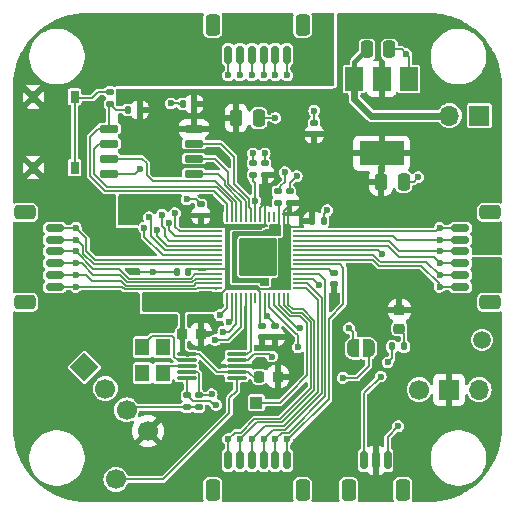
<source format=gtl>
G04 #@! TF.GenerationSoftware,KiCad,Pcbnew,8.0.7*
G04 #@! TF.CreationDate,2025-03-19T21:21:15+01:00*
G04 #@! TF.ProjectId,RP2040_minimal_r2,52503230-3430-45f6-9d69-6e696d616c5f,REV2*
G04 #@! TF.SameCoordinates,Original*
G04 #@! TF.FileFunction,Copper,L1,Top*
G04 #@! TF.FilePolarity,Positive*
%FSLAX46Y46*%
G04 Gerber Fmt 4.6, Leading zero omitted, Abs format (unit mm)*
G04 Created by KiCad (PCBNEW 8.0.7) date 2025-03-19 21:21:15*
%MOMM*%
%LPD*%
G01*
G04 APERTURE LIST*
G04 Aperture macros list*
%AMRoundRect*
0 Rectangle with rounded corners*
0 $1 Rounding radius*
0 $2 $3 $4 $5 $6 $7 $8 $9 X,Y pos of 4 corners*
0 Add a 4 corners polygon primitive as box body*
4,1,4,$2,$3,$4,$5,$6,$7,$8,$9,$2,$3,0*
0 Add four circle primitives for the rounded corners*
1,1,$1+$1,$2,$3*
1,1,$1+$1,$4,$5*
1,1,$1+$1,$6,$7*
1,1,$1+$1,$8,$9*
0 Add four rect primitives between the rounded corners*
20,1,$1+$1,$2,$3,$4,$5,0*
20,1,$1+$1,$4,$5,$6,$7,0*
20,1,$1+$1,$6,$7,$8,$9,0*
20,1,$1+$1,$8,$9,$2,$3,0*%
%AMHorizOval*
0 Thick line with rounded ends*
0 $1 width*
0 $2 $3 position (X,Y) of the first rounded end (center of the circle)*
0 $4 $5 position (X,Y) of the second rounded end (center of the circle)*
0 Add line between two ends*
20,1,$1,$2,$3,$4,$5,0*
0 Add two circle primitives to create the rounded ends*
1,1,$1,$2,$3*
1,1,$1,$4,$5*%
%AMRotRect*
0 Rectangle, with rotation*
0 The origin of the aperture is its center*
0 $1 length*
0 $2 width*
0 $3 Rotation angle, in degrees counterclockwise*
0 Add horizontal line*
21,1,$1,$2,0,0,$3*%
%AMFreePoly0*
4,1,19,0.500000,-0.750000,0.000000,-0.750000,0.000000,-0.744911,-0.071157,-0.744911,-0.207708,-0.704816,-0.327430,-0.627875,-0.420627,-0.520320,-0.479746,-0.390866,-0.500000,-0.250000,-0.500000,0.250000,-0.479746,0.390866,-0.420627,0.520320,-0.327430,0.627875,-0.207708,0.704816,-0.071157,0.744911,0.000000,0.744911,0.000000,0.750000,0.500000,0.750000,0.500000,-0.750000,0.500000,-0.750000,
$1*%
%AMFreePoly1*
4,1,19,0.000000,0.744911,0.071157,0.744911,0.207708,0.704816,0.327430,0.627875,0.420627,0.520320,0.479746,0.390866,0.500000,0.250000,0.500000,-0.250000,0.479746,-0.390866,0.420627,-0.520320,0.327430,-0.627875,0.207708,-0.704816,0.071157,-0.744911,0.000000,-0.744911,0.000000,-0.750000,-0.500000,-0.750000,-0.500000,0.750000,0.000000,0.750000,0.000000,0.744911,0.000000,0.744911,
$1*%
G04 Aperture macros list end*
G04 #@! TA.AperFunction,SMDPad,CuDef*
%ADD10RoundRect,0.250000X-0.250000X-0.475000X0.250000X-0.475000X0.250000X0.475000X-0.250000X0.475000X0*%
G04 #@! TD*
G04 #@! TA.AperFunction,SMDPad,CuDef*
%ADD11RoundRect,0.140000X0.170000X-0.140000X0.170000X0.140000X-0.170000X0.140000X-0.170000X-0.140000X0*%
G04 #@! TD*
G04 #@! TA.AperFunction,SMDPad,CuDef*
%ADD12RoundRect,0.140000X0.140000X0.170000X-0.140000X0.170000X-0.140000X-0.170000X0.140000X-0.170000X0*%
G04 #@! TD*
G04 #@! TA.AperFunction,SMDPad,CuDef*
%ADD13RoundRect,0.135000X0.135000X0.185000X-0.135000X0.185000X-0.135000X-0.185000X0.135000X-0.185000X0*%
G04 #@! TD*
G04 #@! TA.AperFunction,SMDPad,CuDef*
%ADD14R,1.500000X2.000000*%
G04 #@! TD*
G04 #@! TA.AperFunction,SMDPad,CuDef*
%ADD15R,3.800000X2.000000*%
G04 #@! TD*
G04 #@! TA.AperFunction,SMDPad,CuDef*
%ADD16RoundRect,0.150000X-0.650000X-0.150000X0.650000X-0.150000X0.650000X0.150000X-0.650000X0.150000X0*%
G04 #@! TD*
G04 #@! TA.AperFunction,SMDPad,CuDef*
%ADD17RoundRect,0.135000X0.185000X-0.135000X0.185000X0.135000X-0.185000X0.135000X-0.185000X-0.135000X0*%
G04 #@! TD*
G04 #@! TA.AperFunction,SMDPad,CuDef*
%ADD18RoundRect,0.140000X-0.170000X0.140000X-0.170000X-0.140000X0.170000X-0.140000X0.170000X0.140000X0*%
G04 #@! TD*
G04 #@! TA.AperFunction,SMDPad,CuDef*
%ADD19RoundRect,0.050000X-0.387500X-0.050000X0.387500X-0.050000X0.387500X0.050000X-0.387500X0.050000X0*%
G04 #@! TD*
G04 #@! TA.AperFunction,SMDPad,CuDef*
%ADD20RoundRect,0.050000X-0.050000X-0.387500X0.050000X-0.387500X0.050000X0.387500X-0.050000X0.387500X0*%
G04 #@! TD*
G04 #@! TA.AperFunction,ComponentPad*
%ADD21C,0.600000*%
G04 #@! TD*
G04 #@! TA.AperFunction,SMDPad,CuDef*
%ADD22RoundRect,0.144000X-1.456000X-1.456000X1.456000X-1.456000X1.456000X1.456000X-1.456000X1.456000X0*%
G04 #@! TD*
G04 #@! TA.AperFunction,SMDPad,CuDef*
%ADD23RoundRect,0.140000X-0.140000X-0.170000X0.140000X-0.170000X0.140000X0.170000X-0.140000X0.170000X0*%
G04 #@! TD*
G04 #@! TA.AperFunction,ComponentPad*
%ADD24C,1.500000*%
G04 #@! TD*
G04 #@! TA.AperFunction,SMDPad,CuDef*
%ADD25RoundRect,0.150000X0.150000X0.625000X-0.150000X0.625000X-0.150000X-0.625000X0.150000X-0.625000X0*%
G04 #@! TD*
G04 #@! TA.AperFunction,SMDPad,CuDef*
%ADD26RoundRect,0.250000X0.350000X0.650000X-0.350000X0.650000X-0.350000X-0.650000X0.350000X-0.650000X0*%
G04 #@! TD*
G04 #@! TA.AperFunction,ComponentPad*
%ADD27C,1.700000*%
G04 #@! TD*
G04 #@! TA.AperFunction,SMDPad,CuDef*
%ADD28FreePoly0,180.000000*%
G04 #@! TD*
G04 #@! TA.AperFunction,SMDPad,CuDef*
%ADD29FreePoly1,180.000000*%
G04 #@! TD*
G04 #@! TA.AperFunction,SMDPad,CuDef*
%ADD30R,1.200000X1.400000*%
G04 #@! TD*
G04 #@! TA.AperFunction,SMDPad,CuDef*
%ADD31RoundRect,0.135000X-0.185000X0.135000X-0.185000X-0.135000X0.185000X-0.135000X0.185000X0.135000X0*%
G04 #@! TD*
G04 #@! TA.AperFunction,SMDPad,CuDef*
%ADD32RoundRect,0.218750X-0.256250X0.218750X-0.256250X-0.218750X0.256250X-0.218750X0.256250X0.218750X0*%
G04 #@! TD*
G04 #@! TA.AperFunction,ComponentPad*
%ADD33R,1.000000X1.000000*%
G04 #@! TD*
G04 #@! TA.AperFunction,SMDPad,CuDef*
%ADD34RoundRect,0.225000X-0.225000X-0.250000X0.225000X-0.250000X0.225000X0.250000X-0.225000X0.250000X0*%
G04 #@! TD*
G04 #@! TA.AperFunction,SMDPad,CuDef*
%ADD35RoundRect,0.150000X0.625000X-0.150000X0.625000X0.150000X-0.625000X0.150000X-0.625000X-0.150000X0*%
G04 #@! TD*
G04 #@! TA.AperFunction,SMDPad,CuDef*
%ADD36RoundRect,0.250000X0.650000X-0.350000X0.650000X0.350000X-0.650000X0.350000X-0.650000X-0.350000X0*%
G04 #@! TD*
G04 #@! TA.AperFunction,ComponentPad*
%ADD37R,1.700000X1.700000*%
G04 #@! TD*
G04 #@! TA.AperFunction,ComponentPad*
%ADD38O,1.700000X1.700000*%
G04 #@! TD*
G04 #@! TA.AperFunction,SMDPad,CuDef*
%ADD39RoundRect,0.150000X-0.625000X0.150000X-0.625000X-0.150000X0.625000X-0.150000X0.625000X0.150000X0*%
G04 #@! TD*
G04 #@! TA.AperFunction,SMDPad,CuDef*
%ADD40RoundRect,0.250000X-0.650000X0.350000X-0.650000X-0.350000X0.650000X-0.350000X0.650000X0.350000X0*%
G04 #@! TD*
G04 #@! TA.AperFunction,SMDPad,CuDef*
%ADD41R,0.750000X1.000000*%
G04 #@! TD*
G04 #@! TA.AperFunction,SMDPad,CuDef*
%ADD42RoundRect,0.087500X-0.725000X-0.087500X0.725000X-0.087500X0.725000X0.087500X-0.725000X0.087500X0*%
G04 #@! TD*
G04 #@! TA.AperFunction,SMDPad,CuDef*
%ADD43RoundRect,0.150000X-0.150000X-0.625000X0.150000X-0.625000X0.150000X0.625000X-0.150000X0.625000X0*%
G04 #@! TD*
G04 #@! TA.AperFunction,SMDPad,CuDef*
%ADD44RoundRect,0.250000X-0.350000X-0.650000X0.350000X-0.650000X0.350000X0.650000X-0.350000X0.650000X0*%
G04 #@! TD*
G04 #@! TA.AperFunction,ComponentPad*
%ADD45RotRect,1.700000X1.700000X225.000000*%
G04 #@! TD*
G04 #@! TA.AperFunction,ComponentPad*
%ADD46HorizOval,1.700000X0.000000X0.000000X0.000000X0.000000X0*%
G04 #@! TD*
G04 #@! TA.AperFunction,ViaPad*
%ADD47C,0.600000*%
G04 #@! TD*
G04 #@! TA.AperFunction,Conductor*
%ADD48C,0.150000*%
G04 #@! TD*
G04 #@! TA.AperFunction,Conductor*
%ADD49C,0.200000*%
G04 #@! TD*
G04 #@! TA.AperFunction,Conductor*
%ADD50C,0.400000*%
G04 #@! TD*
G04 #@! TA.AperFunction,Conductor*
%ADD51C,0.600000*%
G04 #@! TD*
G04 APERTURE END LIST*
D10*
X110450000Y-93600000D03*
X112350000Y-93600000D03*
D11*
X102700000Y-95380000D03*
X102700000Y-94420000D03*
X101700000Y-95380000D03*
X101700000Y-94420000D03*
D12*
X94095000Y-101200000D03*
X93135000Y-101200000D03*
X94615000Y-87000000D03*
X93655000Y-87000000D03*
D13*
X90010000Y-87500000D03*
X88990000Y-87500000D03*
D14*
X112800000Y-84900000D03*
X110500000Y-84900000D03*
D15*
X110500000Y-91200000D03*
D14*
X108200000Y-84900000D03*
D16*
X87400000Y-89095000D03*
X87400000Y-90365000D03*
X87400000Y-91635000D03*
X87400000Y-92905000D03*
X94600000Y-92905000D03*
X94600000Y-91635000D03*
X94600000Y-90365000D03*
X94600000Y-89095000D03*
D17*
X87500000Y-87010000D03*
X87500000Y-85990000D03*
D11*
X100600000Y-93000000D03*
X100600000Y-92040000D03*
D18*
X106500000Y-101290000D03*
X106500000Y-102250000D03*
X100381000Y-105770000D03*
X100381000Y-106730000D03*
X101500000Y-105770000D03*
X101500000Y-106730000D03*
D10*
X109250000Y-82400000D03*
X111150000Y-82400000D03*
D11*
X95200000Y-96460000D03*
X95200000Y-95500000D03*
X104800000Y-89545000D03*
X104800000Y-88585000D03*
D19*
X96562500Y-97400000D03*
X96562500Y-97800000D03*
X96562500Y-98200000D03*
X96562500Y-98600000D03*
X96562500Y-99000000D03*
X96562500Y-99400000D03*
X96562500Y-99800000D03*
X96562500Y-100200000D03*
X96562500Y-100600000D03*
X96562500Y-101000000D03*
X96562500Y-101400000D03*
X96562500Y-101800000D03*
X96562500Y-102200000D03*
X96562500Y-102600000D03*
D20*
X97400000Y-103437500D03*
X97800000Y-103437500D03*
X98200000Y-103437500D03*
X98600000Y-103437500D03*
X99000000Y-103437500D03*
X99400000Y-103437500D03*
X99800000Y-103437500D03*
X100200000Y-103437500D03*
X100600000Y-103437500D03*
X101000000Y-103437500D03*
X101400000Y-103437500D03*
X101800000Y-103437500D03*
X102200000Y-103437500D03*
X102600000Y-103437500D03*
D19*
X103437500Y-102600000D03*
X103437500Y-102200000D03*
X103437500Y-101800000D03*
X103437500Y-101400000D03*
X103437500Y-101000000D03*
X103437500Y-100600000D03*
X103437500Y-100200000D03*
X103437500Y-99800000D03*
X103437500Y-99400000D03*
X103437500Y-99000000D03*
X103437500Y-98600000D03*
X103437500Y-98200000D03*
X103437500Y-97800000D03*
X103437500Y-97400000D03*
D20*
X102600000Y-96562500D03*
X102200000Y-96562500D03*
X101800000Y-96562500D03*
X101400000Y-96562500D03*
X101000000Y-96562500D03*
X100600000Y-96562500D03*
X100200000Y-96562500D03*
X99800000Y-96562500D03*
X99400000Y-96562500D03*
X99000000Y-96562500D03*
X98600000Y-96562500D03*
X98200000Y-96562500D03*
X97800000Y-96562500D03*
X97400000Y-96562500D03*
D21*
X98725000Y-98725000D03*
X98725000Y-100000000D03*
X98725000Y-101275000D03*
X100000000Y-98725000D03*
X100000000Y-100000000D03*
D22*
X100000000Y-100000000D03*
D21*
X100000000Y-101275000D03*
X101275000Y-98725000D03*
X101275000Y-100000000D03*
X101275000Y-101275000D03*
D11*
X99600000Y-93000000D03*
X99600000Y-92040000D03*
D23*
X104640000Y-96900000D03*
X105600000Y-96900000D03*
D10*
X98200000Y-88200000D03*
X100100000Y-88200000D03*
D24*
X119000000Y-107000000D03*
D25*
X102500000Y-117175000D03*
X101500000Y-117175000D03*
X100500000Y-117175000D03*
X99500000Y-117175000D03*
X98500000Y-117175000D03*
X97500000Y-117175000D03*
D26*
X103800000Y-119700000D03*
X96200000Y-119700000D03*
D27*
X88000000Y-118800000D03*
D28*
X109400000Y-107700000D03*
D29*
X108100000Y-107700000D03*
D30*
X91950000Y-109800000D03*
X91950000Y-107600000D03*
X90250000Y-107600000D03*
X90250000Y-109800000D03*
D31*
X94000000Y-111690000D03*
X94000000Y-112710000D03*
D32*
X112000000Y-104450000D03*
X112000000Y-106025000D03*
D31*
X95000000Y-111690000D03*
X95000000Y-112710000D03*
D33*
X99900000Y-112300000D03*
D34*
X100150000Y-110100000D03*
X101700000Y-110100000D03*
D25*
X111000000Y-117175000D03*
X110000000Y-117175000D03*
X109000000Y-117175000D03*
D26*
X112300000Y-119700000D03*
X107700000Y-119700000D03*
D35*
X82825000Y-102500000D03*
X82825000Y-101500000D03*
X82825000Y-100500000D03*
X82825000Y-99500000D03*
X82825000Y-98500000D03*
X82825000Y-97500000D03*
D36*
X80300000Y-103800000D03*
X80300000Y-96200000D03*
D37*
X118775000Y-88000000D03*
D38*
X116235000Y-88000000D03*
D34*
X93625000Y-106500000D03*
X95175000Y-106500000D03*
D39*
X117175000Y-97500000D03*
X117175000Y-98500000D03*
X117175000Y-99500000D03*
X117175000Y-100500000D03*
X117175000Y-101500000D03*
X117175000Y-102500000D03*
D40*
X119700000Y-96200000D03*
X119700000Y-103800000D03*
D27*
X113675000Y-111200000D03*
D37*
X116215000Y-111200000D03*
D38*
X118754999Y-111200000D03*
D41*
X81000000Y-92400000D03*
X81000000Y-86400000D03*
X84500000Y-92400000D03*
X84500000Y-86400000D03*
D13*
X112400000Y-107537500D03*
X111380000Y-107537500D03*
D42*
X93987500Y-108200000D03*
X93987500Y-108700000D03*
X93987500Y-109200000D03*
X93987500Y-109700000D03*
X93987500Y-110200000D03*
X98212500Y-110200000D03*
X98212500Y-109700000D03*
X98212500Y-109200000D03*
X98212500Y-108700000D03*
X98212500Y-108200000D03*
D43*
X97500000Y-82825000D03*
X98500000Y-82825000D03*
X99500000Y-82825000D03*
X100500000Y-82825000D03*
X101500000Y-82825000D03*
X102500000Y-82825000D03*
D44*
X96200000Y-80300000D03*
X103800000Y-80300000D03*
D45*
X85312994Y-109312994D03*
D46*
X87109045Y-111109045D03*
X88905096Y-112905096D03*
X90701148Y-114701148D03*
D47*
X112600000Y-82800000D03*
X99600000Y-91205008D03*
X98400000Y-106900000D03*
X86700000Y-98000000D03*
X81000000Y-113000000D03*
X106500000Y-103400000D03*
X101500000Y-88200000D03*
X101500000Y-107547004D03*
X94000000Y-95100000D03*
X91100000Y-101200000D03*
X103300000Y-93125000D03*
X104800000Y-87570000D03*
X102300000Y-92800000D03*
X92650000Y-86970000D03*
X90000000Y-92500000D03*
X100380994Y-107546990D03*
X105900000Y-96000000D03*
X114400000Y-119700000D03*
X113600000Y-93200000D03*
X111500000Y-112000000D03*
X100600000Y-91205000D03*
X91500000Y-87400000D03*
X91600000Y-103700000D03*
X89300000Y-95400000D03*
X99800000Y-95199994D03*
X100700000Y-97900000D03*
X100800000Y-104965000D03*
X100599970Y-102100000D03*
X96100000Y-111600000D03*
X96400000Y-107000000D03*
X96500000Y-112500000D03*
X97100000Y-106300000D03*
X97600000Y-105500000D03*
X96800000Y-104900000D03*
X84600000Y-102500000D03*
X84600000Y-101500000D03*
X84600000Y-100500000D03*
X84600000Y-99500000D03*
X84600000Y-98500000D03*
X84600000Y-97500000D03*
X97500000Y-84600000D03*
X90400000Y-97500000D03*
X90800000Y-96600000D03*
X98500000Y-84600000D03*
X91500000Y-97700000D03*
X99500000Y-84600000D03*
X100500000Y-84600000D03*
X91900000Y-96400000D03*
X101500000Y-84600000D03*
X92500000Y-97100000D03*
X102500000Y-84600000D03*
X93000000Y-96250000D03*
X115400000Y-97500000D03*
X115400000Y-98500000D03*
X115400000Y-99500000D03*
X115400000Y-100500000D03*
X110500000Y-99750000D03*
X115400000Y-101500000D03*
X115400000Y-102500000D03*
X102500000Y-115400000D03*
X101500000Y-115400000D03*
X105200000Y-102300000D03*
X107750000Y-106000000D03*
X100500000Y-115400000D03*
X99500000Y-115400000D03*
X98500000Y-115400000D03*
X97500000Y-115400000D03*
X103600000Y-106000000D03*
X110408732Y-110091268D03*
X103400000Y-107600000D03*
X111900000Y-114300000D03*
X107200000Y-110200000D03*
X101200000Y-108400000D03*
X111000000Y-108900000D03*
D48*
X101900000Y-94420000D02*
X101900000Y-94000000D01*
X94800000Y-95100000D02*
X95200000Y-95500000D01*
D49*
X104800000Y-88600000D02*
X104800000Y-87570000D01*
D48*
X102300000Y-93600000D02*
X102300000Y-92800000D01*
X100100000Y-88200000D02*
X101500000Y-88200000D01*
X89595000Y-92905000D02*
X90000000Y-92500000D01*
D49*
X93325000Y-86970000D02*
X92650000Y-86970000D01*
D48*
X105600000Y-96300000D02*
X105900000Y-96000000D01*
D49*
X93130000Y-101200000D02*
X91100000Y-101200000D01*
D48*
X111150000Y-82400000D02*
X112200000Y-82400000D01*
X99000000Y-103437500D02*
X99000000Y-105000000D01*
X101900000Y-94000000D02*
X102300000Y-93600000D01*
D49*
X101500000Y-106735000D02*
X101500000Y-107547004D01*
D48*
X112200000Y-82400000D02*
X112600000Y-82800000D01*
X105600000Y-96900000D02*
X105600000Y-96300000D01*
X99000000Y-106200000D02*
X98400000Y-106800000D01*
X99000000Y-105000000D02*
X99000000Y-106200000D01*
D49*
X91100000Y-101200000D02*
X89200000Y-101200000D01*
X89200000Y-101200000D02*
X89000000Y-101000000D01*
X99600000Y-92035000D02*
X99600000Y-91205008D01*
D48*
X112350000Y-93600000D02*
X113200000Y-93600000D01*
X113200000Y-93600000D02*
X113600000Y-93200000D01*
D49*
X93650000Y-87000000D02*
X93355000Y-87000000D01*
D48*
X112800000Y-83000000D02*
X112600000Y-82800000D01*
D49*
X100381000Y-107546984D02*
X100380994Y-107546990D01*
D48*
X87400000Y-92905000D02*
X89595000Y-92905000D01*
D49*
X100381000Y-106735000D02*
X100381000Y-107546984D01*
X100600000Y-92035000D02*
X100600000Y-91205000D01*
D48*
X94000000Y-95100000D02*
X94800000Y-95100000D01*
D49*
X93355000Y-87000000D02*
X93325000Y-86970000D01*
D48*
X102700000Y-94420000D02*
X102700000Y-93725000D01*
X102700000Y-93725000D02*
X103300000Y-93125000D01*
X112800000Y-84900000D02*
X112800000Y-83000000D01*
X106500000Y-102250000D02*
X106500000Y-103285000D01*
D50*
X108200000Y-83450000D02*
X109250000Y-82400000D01*
D51*
X109600000Y-88000000D02*
X108200000Y-86600000D01*
X116235000Y-88000000D02*
X109600000Y-88000000D01*
X108200000Y-86600000D02*
X108200000Y-84900000D01*
D50*
X108200000Y-84900000D02*
X108200000Y-83450000D01*
D48*
X99400000Y-107900000D02*
X99100000Y-108200000D01*
X99400000Y-103437500D02*
X99400000Y-107900000D01*
X99100000Y-108200000D02*
X98212500Y-108200000D01*
X88000000Y-118800000D02*
X92000000Y-118800000D01*
X92000000Y-118800000D02*
X97600000Y-113200000D01*
X97600000Y-111900000D02*
X98212500Y-111287500D01*
X97600000Y-113200000D02*
X97600000Y-111900000D01*
X98212500Y-111287500D02*
X98212500Y-110200000D01*
D49*
X100600000Y-96562500D02*
X100600000Y-97300000D01*
D50*
X93625000Y-107812500D02*
X93987500Y-108175000D01*
D49*
X94300000Y-101000000D02*
X94100000Y-101200000D01*
D48*
X89100192Y-112710000D02*
X88905096Y-112905096D01*
X103437500Y-97400000D02*
X102700000Y-97400000D01*
X99920000Y-110400000D02*
X99220000Y-109700000D01*
X97400000Y-102600000D02*
X96800000Y-103200000D01*
D49*
X94295000Y-101000000D02*
X94095000Y-101200000D01*
X96562500Y-97400000D02*
X97300000Y-97400000D01*
X102200000Y-97200000D02*
X102400000Y-97400000D01*
X100200000Y-96562500D02*
X100200000Y-95800000D01*
X99825650Y-102600000D02*
X99800000Y-102600000D01*
X103437500Y-101000000D02*
X102600000Y-101000000D01*
X96562500Y-101000000D02*
X94295000Y-101000000D01*
D48*
X96570068Y-109700000D02*
X95070068Y-108200000D01*
D49*
X96562500Y-101000000D02*
X97500000Y-101000000D01*
D48*
X96800000Y-103200000D02*
X96800000Y-103300000D01*
D49*
X100200000Y-102974350D02*
X99825650Y-102600000D01*
X106000000Y-101000000D02*
X106250000Y-101250000D01*
X100600000Y-96562500D02*
X100600000Y-95400000D01*
D50*
X93625000Y-106500000D02*
X93625000Y-107812500D01*
X93625000Y-106500000D02*
X93625000Y-104725000D01*
D49*
X95600000Y-97400000D02*
X95200000Y-97000000D01*
D48*
X102600000Y-96562500D02*
X102600000Y-97300000D01*
D49*
X100200000Y-95800000D02*
X100600000Y-95400000D01*
X102200000Y-96562500D02*
X102200000Y-96080000D01*
X102200000Y-96080000D02*
X102900000Y-95380000D01*
X100200000Y-103437500D02*
X100200000Y-102974350D01*
X96562500Y-97400000D02*
X95600000Y-97400000D01*
X100381000Y-105770000D02*
X100200000Y-105589000D01*
D48*
X102700000Y-97400000D02*
X102600000Y-97300000D01*
D49*
X102200000Y-96562500D02*
X102200000Y-97200000D01*
D48*
X95000000Y-112710000D02*
X94000000Y-112710000D01*
D49*
X103437500Y-101000000D02*
X106000000Y-101000000D01*
D50*
X93625000Y-104725000D02*
X93100000Y-104200000D01*
D48*
X94000000Y-112710000D02*
X89100192Y-112710000D01*
X95070068Y-108200000D02*
X93987500Y-108200000D01*
D49*
X100200000Y-105589000D02*
X100200000Y-103437500D01*
D48*
X98212500Y-109700000D02*
X96570068Y-109700000D01*
X99220000Y-109700000D02*
X98212500Y-109700000D01*
D49*
X95200000Y-97000000D02*
X95200000Y-96460000D01*
X99800000Y-96562500D02*
X99800000Y-95199994D01*
X99800000Y-95199994D02*
X99800000Y-93700000D01*
X101500000Y-105665000D02*
X100800000Y-104965000D01*
X99800000Y-93700000D02*
X99600000Y-93500000D01*
D48*
X101800000Y-95480000D02*
X101900000Y-95380000D01*
X100600000Y-104765000D02*
X100800000Y-104965000D01*
D49*
X101500000Y-105765000D02*
X101500000Y-105665000D01*
D48*
X101800000Y-96562500D02*
X101800000Y-95480000D01*
X100600000Y-103437500D02*
X100600000Y-104765000D01*
X101800000Y-96562500D02*
X101800000Y-97400000D01*
D49*
X99600000Y-93005000D02*
X99600000Y-93300000D01*
D48*
X101800000Y-95480000D02*
X101700000Y-95380000D01*
D49*
X99600000Y-93500000D02*
X99600000Y-93000000D01*
D48*
X86510000Y-85990000D02*
X86000000Y-86500000D01*
X84500000Y-86400000D02*
X84500000Y-92400000D01*
X87500000Y-85990000D02*
X86510000Y-85990000D01*
X86000000Y-86500000D02*
X84500000Y-86500000D01*
X95000000Y-111690000D02*
X95025000Y-111665000D01*
X96010000Y-111690000D02*
X96100000Y-111600000D01*
X96400000Y-107000000D02*
X97457537Y-107000000D01*
X98600000Y-105857537D02*
X98600000Y-103437500D01*
X94900000Y-109700000D02*
X93987500Y-109700000D01*
X95025000Y-111665000D02*
X95025000Y-109825000D01*
X95000000Y-111690000D02*
X96010000Y-111690000D01*
X95025000Y-109825000D02*
X94900000Y-109700000D01*
X97457537Y-107000000D02*
X98600000Y-105857537D01*
X98200000Y-103437500D02*
X98200000Y-105642463D01*
X94000000Y-111690000D02*
X94000000Y-110212500D01*
X98200000Y-105642463D02*
X97542463Y-106300000D01*
X97542463Y-106300000D02*
X97100000Y-106300000D01*
X95985000Y-112185000D02*
X96300000Y-112500000D01*
X94495000Y-112185000D02*
X95985000Y-112185000D01*
X96300000Y-112500000D02*
X96500000Y-112500000D01*
X94000000Y-110212500D02*
X93987500Y-110200000D01*
X94000000Y-111690000D02*
X94495000Y-112185000D01*
X97800000Y-103437500D02*
X97800000Y-105300000D01*
X97800000Y-105300000D02*
X97600000Y-105500000D01*
X97400000Y-104300000D02*
X96800000Y-104900000D01*
X97400000Y-103437500D02*
X97400000Y-104300000D01*
X96562500Y-102600000D02*
X96462500Y-102700000D01*
X88727208Y-102700000D02*
X88527208Y-102500000D01*
X94900000Y-102600000D02*
X96562500Y-102600000D01*
X82825000Y-102500000D02*
X84600000Y-102500000D01*
X88727208Y-102700000D02*
X94800000Y-102700000D01*
X94800000Y-102700000D02*
X94900000Y-102600000D01*
X88527208Y-102500000D02*
X84600000Y-102500000D01*
X88851472Y-102400000D02*
X88451472Y-102000000D01*
X88451472Y-102000000D02*
X86000000Y-102000000D01*
X85500000Y-101500000D02*
X84600000Y-101500000D01*
X86000000Y-102000000D02*
X85500000Y-101500000D01*
X96562500Y-102200000D02*
X94773596Y-102200000D01*
X94773596Y-102200000D02*
X94573596Y-102400000D01*
X94573596Y-102400000D02*
X88851472Y-102400000D01*
X82825000Y-101500000D02*
X84600000Y-101500000D01*
X88337868Y-101462132D02*
X88975736Y-102100000D01*
X88975736Y-102100000D02*
X94449332Y-102100000D01*
X85100000Y-100500000D02*
X86062132Y-101462132D01*
X94449332Y-102100000D02*
X94749332Y-101800000D01*
X84600000Y-100500000D02*
X85100000Y-100500000D01*
X86062132Y-101462132D02*
X88337868Y-101462132D01*
X94749332Y-101800000D02*
X96562500Y-101800000D01*
X83500000Y-100500000D02*
X82825000Y-100500000D01*
X82925000Y-100500000D02*
X84600000Y-100500000D01*
X88250000Y-100950000D02*
X86050000Y-100950000D01*
X94325068Y-101800000D02*
X89100000Y-101800000D01*
X94725068Y-101400000D02*
X94325068Y-101800000D01*
X86050000Y-100950000D02*
X84600000Y-99500000D01*
X96562500Y-101400000D02*
X94725068Y-101400000D01*
X82825000Y-99500000D02*
X84600000Y-99500000D01*
X89100000Y-101800000D02*
X88250000Y-100950000D01*
X82825000Y-98500000D02*
X84600000Y-98500000D01*
X85200000Y-99000000D02*
X84700000Y-98500000D01*
X86124264Y-100600000D02*
X85200000Y-99675736D01*
X96562500Y-100600000D02*
X86124264Y-100600000D01*
X85200000Y-99675736D02*
X85200000Y-99000000D01*
X84700000Y-98500000D02*
X84600000Y-98500000D01*
X86200000Y-100200000D02*
X85500000Y-99500000D01*
X85500000Y-99500000D02*
X85500000Y-98400000D01*
X96562500Y-100200000D02*
X86200000Y-100200000D01*
X85500000Y-98400000D02*
X84600000Y-97500000D01*
X82825000Y-97500000D02*
X84500000Y-97500000D01*
X97500000Y-84500000D02*
X97500000Y-82825000D01*
X96562500Y-99800000D02*
X91951472Y-99800000D01*
X90400000Y-98248528D02*
X90400000Y-97500000D01*
X91951472Y-99800000D02*
X90400000Y-98248528D01*
X92175000Y-99400000D02*
X90975000Y-98200000D01*
X98500000Y-84500000D02*
X98500000Y-82825000D01*
X90975000Y-98200000D02*
X90975000Y-96775000D01*
X90975000Y-96775000D02*
X90800000Y-96600000D01*
X96562500Y-99400000D02*
X92175000Y-99400000D01*
X92300000Y-99000000D02*
X96562500Y-99000000D01*
X99500000Y-84500000D02*
X99500000Y-82825000D01*
X91500000Y-97700000D02*
X91500000Y-98200000D01*
X91500000Y-98200000D02*
X92300000Y-99000000D01*
X91900000Y-96400000D02*
X91900000Y-97357537D01*
X92121232Y-97578768D02*
X92121232Y-98221232D01*
X100500000Y-84500000D02*
X100500000Y-82825000D01*
X92500000Y-98600000D02*
X96562500Y-98600000D01*
X91900000Y-97357537D02*
X92121232Y-97578768D01*
X92121232Y-98221232D02*
X92500000Y-98600000D01*
X92500000Y-97100000D02*
X92500000Y-97700000D01*
X92500000Y-97700000D02*
X93000000Y-98200000D01*
X101500000Y-84500000D02*
X101500000Y-82825000D01*
X93000000Y-98200000D02*
X96562500Y-98200000D01*
X93000000Y-96250000D02*
X93025000Y-96275000D01*
X93025000Y-96275000D02*
X93025000Y-97425000D01*
X93025000Y-97425000D02*
X93400000Y-97800000D01*
X102500000Y-84500000D02*
X102500000Y-82825000D01*
X93400000Y-97800000D02*
X96562500Y-97800000D01*
X116500000Y-97500000D02*
X117175000Y-97500000D01*
X115100000Y-97800000D02*
X115400000Y-97500000D01*
X103437500Y-97800000D02*
X115100000Y-97800000D01*
X117175000Y-97500000D02*
X115400000Y-97500000D01*
X103437500Y-98200000D02*
X111500000Y-98200000D01*
X115400000Y-98500000D02*
X111800000Y-98500000D01*
X111800000Y-98500000D02*
X111500000Y-98200000D01*
X117175000Y-98500000D02*
X115400000Y-98500000D01*
X111100000Y-98600000D02*
X112000000Y-99500000D01*
X112000000Y-99500000D02*
X115400000Y-99500000D01*
X103437500Y-98600000D02*
X111100000Y-98600000D01*
X117175000Y-99500000D02*
X115400000Y-99500000D01*
X117175000Y-100500000D02*
X115400000Y-100500000D01*
X114900000Y-100000000D02*
X115400000Y-100500000D01*
X111000000Y-99000000D02*
X112000000Y-100000000D01*
X112000000Y-100000000D02*
X114900000Y-100000000D01*
X103437500Y-99000000D02*
X111000000Y-99000000D01*
X103437500Y-99400000D02*
X110150000Y-99400000D01*
X110150000Y-99400000D02*
X110500000Y-99750000D01*
X110203769Y-100196231D02*
X109807537Y-99800000D01*
X110403769Y-100396231D02*
X114296231Y-100396231D01*
X110403769Y-100396231D02*
X110282537Y-100275000D01*
X109807537Y-99800000D02*
X103437500Y-99800000D01*
X114296231Y-100396231D02*
X115400000Y-101500000D01*
X117175000Y-101500000D02*
X115400000Y-101500000D01*
X110282537Y-100275000D02*
X110203769Y-100196231D01*
X103437500Y-100200000D02*
X109783273Y-100200000D01*
X109783273Y-100200000D02*
X110191636Y-100608364D01*
X115400000Y-102242463D02*
X115400000Y-102500000D01*
X110283273Y-100700000D02*
X113857537Y-100700000D01*
X116500000Y-102500000D02*
X117175000Y-102500000D01*
X113857537Y-100700000D02*
X115400000Y-102242463D01*
X117175000Y-102500000D02*
X115400000Y-102500000D01*
X110191636Y-100608364D02*
X110283273Y-100700000D01*
X102600000Y-115400000D02*
X102500000Y-115400000D01*
X107260000Y-100860000D02*
X107260000Y-103965000D01*
X106025000Y-105200000D02*
X106025000Y-111975000D01*
X103437500Y-100600000D02*
X107000000Y-100600000D01*
X107260000Y-103965000D02*
X106025000Y-105200000D01*
X107000000Y-100600000D02*
X107260000Y-100860000D01*
X106025000Y-111975000D02*
X102600000Y-115400000D01*
X102500000Y-117175000D02*
X102500000Y-115400000D01*
X102625000Y-114875000D02*
X102025000Y-114875000D01*
X105200000Y-101400000D02*
X103437500Y-101400000D01*
X105725000Y-111775000D02*
X102625000Y-114875000D01*
X102025000Y-114875000D02*
X101500000Y-115400000D01*
X105725000Y-111775000D02*
X105725000Y-101925000D01*
X105725000Y-101925000D02*
X105200000Y-101400000D01*
X101500000Y-117175000D02*
X101500000Y-115400000D01*
X104400000Y-101800000D02*
X104700000Y-101800000D01*
X104700000Y-101800000D02*
X105200000Y-102300000D01*
X108000000Y-107800000D02*
X108100000Y-107700000D01*
X108100000Y-106350000D02*
X107750000Y-106000000D01*
X108100000Y-107700000D02*
X108100000Y-106350000D01*
X104400000Y-101800000D02*
X103437500Y-101800000D01*
X105425000Y-103425000D02*
X104200000Y-102200000D01*
X100500000Y-117175000D02*
X100500000Y-115400000D01*
X105425000Y-111500000D02*
X105425000Y-103425000D01*
X102350000Y-114575000D02*
X105425000Y-111500000D01*
X104200000Y-102200000D02*
X103437500Y-102200000D01*
X100500000Y-115400000D02*
X101325000Y-114575000D01*
X101325000Y-114575000D02*
X102350000Y-114575000D01*
X104100000Y-102600000D02*
X105125000Y-103625000D01*
X100625000Y-114275000D02*
X99500000Y-115400000D01*
X105125000Y-111375000D02*
X102225000Y-114275000D01*
X105125000Y-103625000D02*
X105125000Y-111375000D01*
X99500000Y-117175000D02*
X99500000Y-115400000D01*
X102225000Y-114275000D02*
X100625000Y-114275000D01*
X103437500Y-102600000D02*
X104100000Y-102600000D01*
X103848528Y-104400000D02*
X104800000Y-105351472D01*
X102600000Y-104000000D02*
X103000000Y-104400000D01*
X98500000Y-117175000D02*
X98500000Y-116675736D01*
X102025000Y-113975000D02*
X99925000Y-113975000D01*
X99925000Y-113975000D02*
X98500000Y-115400000D01*
X98500000Y-117175000D02*
X98500000Y-115400000D01*
X102600000Y-103437500D02*
X102600000Y-104000000D01*
X104800000Y-111200000D02*
X102025000Y-113975000D01*
X104800000Y-105351472D02*
X104800000Y-111200000D01*
X103000000Y-104400000D02*
X103848528Y-104400000D01*
X102200000Y-103437500D02*
X102200000Y-104024264D01*
X101900736Y-113675000D02*
X99725000Y-113675000D01*
X103724264Y-104700000D02*
X104500000Y-105475736D01*
X104500000Y-105475736D02*
X104500000Y-111075736D01*
X97500000Y-117175000D02*
X97500000Y-115400000D01*
X98050000Y-114850000D02*
X97500000Y-115400000D01*
X102875736Y-104700000D02*
X103724264Y-104700000D01*
X104500000Y-111075736D02*
X101900736Y-113675000D01*
X99725000Y-113675000D02*
X98550000Y-114850000D01*
X98550000Y-114850000D02*
X98050000Y-114850000D01*
X102200000Y-104024264D02*
X102875736Y-104700000D01*
X104200000Y-110000000D02*
X102700000Y-111500000D01*
X102751472Y-105000000D02*
X103600000Y-105000000D01*
X101800000Y-103437500D02*
X101800000Y-104048528D01*
X99900000Y-112300000D02*
X101900000Y-112300000D01*
X103600000Y-105000000D02*
X104200000Y-105600000D01*
X101900000Y-112300000D02*
X102700000Y-111500000D01*
X104200000Y-105600000D02*
X104200000Y-110000000D01*
X101800000Y-104048528D02*
X102751472Y-105000000D01*
X109000000Y-111500000D02*
X110408732Y-110091268D01*
X101400000Y-104072792D02*
X103327208Y-106000000D01*
X103327208Y-106000000D02*
X103600000Y-106000000D01*
X101400000Y-103437500D02*
X101400000Y-104072792D01*
X109000000Y-117175000D02*
X109000000Y-111500000D01*
X101000000Y-104200000D02*
X103200000Y-106400000D01*
X111000000Y-115200000D02*
X111000000Y-117175000D01*
X103200000Y-106400000D02*
X103400000Y-106600000D01*
X103400000Y-106600000D02*
X103400000Y-107600000D01*
X101000000Y-103437500D02*
X101000000Y-104200000D01*
X111900000Y-114300000D02*
X111000000Y-115200000D01*
X87103146Y-94366896D02*
X85806000Y-93069750D01*
X87400000Y-87050000D02*
X87450000Y-87000000D01*
X87400000Y-89095000D02*
X87400000Y-87110000D01*
X88000000Y-87500000D02*
X88990000Y-87500000D01*
X87400000Y-87110000D02*
X87500000Y-87010000D01*
X97400000Y-95454000D02*
X96312896Y-94366896D01*
X87400000Y-87025000D02*
X87450000Y-86975000D01*
X86505000Y-89095000D02*
X87400000Y-89095000D01*
X96312896Y-94366896D02*
X87103146Y-94366896D01*
X87500000Y-87010000D02*
X87510000Y-87010000D01*
X85806000Y-93069750D02*
X85806000Y-89794000D01*
X97400000Y-96562500D02*
X97400000Y-95454000D01*
X85806000Y-89794000D02*
X86505000Y-89095000D01*
X87510000Y-87010000D02*
X88000000Y-87500000D01*
X99400000Y-95900000D02*
X99275000Y-95775000D01*
X99275000Y-95025000D02*
X98000000Y-93750000D01*
X99275000Y-95775000D02*
X99275000Y-95025000D01*
X98000000Y-93750000D02*
X98000000Y-91500000D01*
X99400000Y-96562500D02*
X99400000Y-95900000D01*
X96865000Y-90365000D02*
X94600000Y-90365000D01*
X98000000Y-91500000D02*
X96865000Y-90365000D01*
X98975000Y-95250000D02*
X97500000Y-93775000D01*
X98975000Y-96100000D02*
X98975000Y-95250000D01*
X96385000Y-91635000D02*
X94600000Y-91635000D01*
X99000000Y-96125000D02*
X98975000Y-96100000D01*
X97500000Y-93775000D02*
X97500000Y-92750000D01*
X97500000Y-92750000D02*
X96385000Y-91635000D01*
X99000000Y-96562500D02*
X99000000Y-96125000D01*
X96605000Y-92905000D02*
X94600000Y-92905000D01*
X98600000Y-95299264D02*
X97200000Y-93899264D01*
X98600000Y-96562500D02*
X98600000Y-95299264D01*
X97200000Y-93500000D02*
X96605000Y-92905000D01*
X97200000Y-93899264D02*
X97200000Y-93500000D01*
X96376472Y-93500000D02*
X91100000Y-93500000D01*
X90600000Y-92000000D02*
X90235000Y-91635000D01*
X98200000Y-95323528D02*
X96376472Y-93500000D01*
X90600000Y-93000000D02*
X90600000Y-92000000D01*
X98200000Y-96562500D02*
X98200000Y-95323528D01*
X90235000Y-91635000D02*
X87400000Y-91635000D01*
X91100000Y-93500000D02*
X90600000Y-93000000D01*
X97800000Y-95347792D02*
X97800000Y-96562500D01*
X86600001Y-90365000D02*
X86106000Y-90859001D01*
X86106000Y-92945486D02*
X87227410Y-94066896D01*
X87227410Y-94066896D02*
X96519104Y-94066896D01*
X87400000Y-90365000D02*
X86600001Y-90365000D01*
X96519104Y-94066896D02*
X97800000Y-95347792D01*
X86106000Y-90859001D02*
X86106000Y-92945486D01*
X92550000Y-109200000D02*
X93987500Y-109200000D01*
X91950000Y-109800000D02*
X92550000Y-109200000D01*
X93230634Y-108700000D02*
X93987500Y-108700000D01*
X91075000Y-106675000D02*
X92775000Y-106675000D01*
X92775000Y-106675000D02*
X92950000Y-106850000D01*
X92950000Y-108419366D02*
X93230634Y-108700000D01*
X90250000Y-107500000D02*
X91075000Y-106675000D01*
X92950000Y-106850000D02*
X92950000Y-108419366D01*
X90250000Y-107600000D02*
X90250000Y-107500000D01*
X112400000Y-106425000D02*
X112000000Y-106025000D01*
X112400000Y-107537500D02*
X112400000Y-106425000D01*
X101000000Y-108200000D02*
X101200000Y-108400000D01*
X99200000Y-108700000D02*
X99700000Y-108200000D01*
X109400000Y-107700000D02*
X109400000Y-109200000D01*
X99700000Y-108200000D02*
X101000000Y-108200000D01*
X109400000Y-109200000D02*
X108400000Y-110200000D01*
X98212500Y-108700000D02*
X99200000Y-108700000D01*
X108400000Y-110200000D02*
X107200000Y-110200000D01*
X111280000Y-107637500D02*
X111380000Y-107537500D01*
X111000000Y-108900000D02*
X111380000Y-108520000D01*
X111380000Y-108520000D02*
X111380000Y-107537500D01*
G04 #@! TA.AperFunction,Conductor*
G36*
X101931742Y-97221674D02*
G01*
X101947783Y-97245682D01*
X101949500Y-97249827D01*
X101949500Y-97249828D01*
X101959512Y-97274000D01*
X101990425Y-97348632D01*
X101989708Y-97348928D01*
X102000000Y-97382848D01*
X102000000Y-98126000D01*
X101978326Y-98178326D01*
X101926000Y-98200000D01*
X98400000Y-98200000D01*
X98400000Y-98240863D01*
X98378326Y-98293189D01*
X98296830Y-98374684D01*
X98252357Y-98475405D01*
X98252356Y-98475409D01*
X98249500Y-98500032D01*
X98249500Y-101499967D01*
X98252356Y-101524590D01*
X98252357Y-101524594D01*
X98296830Y-101625315D01*
X98374685Y-101703170D01*
X98475406Y-101747643D01*
X98500032Y-101750500D01*
X100926000Y-101750500D01*
X100978326Y-101772174D01*
X101000000Y-101824500D01*
X101000000Y-102326000D01*
X100978326Y-102378326D01*
X100926000Y-102400000D01*
X100274000Y-102400000D01*
X100221674Y-102378326D01*
X100200000Y-102326000D01*
X100200000Y-102200000D01*
X97874000Y-102200000D01*
X97821674Y-102178326D01*
X97800000Y-102126000D01*
X97800000Y-97874000D01*
X97821674Y-97821674D01*
X97874000Y-97800000D01*
X100600000Y-97800000D01*
X100600000Y-97674000D01*
X100621674Y-97621674D01*
X100674000Y-97600000D01*
X101000000Y-97600000D01*
X101000000Y-97274000D01*
X101021674Y-97221674D01*
X101074000Y-97200000D01*
X101879416Y-97200000D01*
X101931742Y-97221674D01*
G37*
G04 #@! TD.AperFunction*
G04 #@! TA.AperFunction,Conductor*
G36*
X100822826Y-97221674D02*
G01*
X100844500Y-97274000D01*
X100844500Y-97370500D01*
X100822826Y-97422826D01*
X100770500Y-97444500D01*
X100674000Y-97444500D01*
X100656012Y-97448078D01*
X100641576Y-97449500D01*
X100635228Y-97449500D01*
X100510931Y-97485995D01*
X100401954Y-97556031D01*
X100401947Y-97556036D01*
X100347426Y-97618959D01*
X100296780Y-97644311D01*
X100291500Y-97644500D01*
X97874000Y-97644500D01*
X97857131Y-97647855D01*
X97814498Y-97656335D01*
X97814488Y-97656338D01*
X97762173Y-97678008D01*
X97762156Y-97678016D01*
X97727013Y-97698305D01*
X97727011Y-97698307D01*
X97678012Y-97762164D01*
X97678010Y-97762168D01*
X97656338Y-97814488D01*
X97656335Y-97814498D01*
X97648374Y-97854523D01*
X97644500Y-97874000D01*
X97644500Y-102126000D01*
X97648374Y-102145477D01*
X97656335Y-102185501D01*
X97656338Y-102185511D01*
X97678008Y-102237826D01*
X97678016Y-102237843D01*
X97698305Y-102272986D01*
X97698307Y-102272988D01*
X97698308Y-102272989D01*
X97722520Y-102291567D01*
X97754721Y-102316276D01*
X97762167Y-102321989D01*
X97814493Y-102343663D01*
X97874000Y-102355500D01*
X99994463Y-102355500D01*
X100046789Y-102377174D01*
X100062829Y-102401181D01*
X100064189Y-102404463D01*
X100078008Y-102437826D01*
X100078016Y-102437843D01*
X100098305Y-102472986D01*
X100098307Y-102472988D01*
X100098308Y-102472989D01*
X100162167Y-102521989D01*
X100214493Y-102543663D01*
X100274000Y-102555500D01*
X100274002Y-102555500D01*
X100925998Y-102555500D01*
X100926000Y-102555500D01*
X100985507Y-102543663D01*
X101037833Y-102521989D01*
X101072989Y-102501692D01*
X101121989Y-102437833D01*
X101143663Y-102385507D01*
X101155500Y-102326000D01*
X101155500Y-101824500D01*
X101177174Y-101772174D01*
X101229500Y-101750500D01*
X101499968Y-101750500D01*
X101524594Y-101747643D01*
X101625315Y-101703170D01*
X101703170Y-101625315D01*
X101747643Y-101524594D01*
X101750500Y-101499968D01*
X101750500Y-98500032D01*
X101747643Y-98475406D01*
X101740572Y-98459391D01*
X101739263Y-98402769D01*
X101778375Y-98361806D01*
X101808266Y-98355500D01*
X101925998Y-98355500D01*
X101926000Y-98355500D01*
X101985507Y-98343663D01*
X102037833Y-98321989D01*
X102062155Y-98307947D01*
X102072986Y-98301694D01*
X102072986Y-98301693D01*
X102072989Y-98301692D01*
X102121989Y-98237833D01*
X102143663Y-98185507D01*
X102155500Y-98126000D01*
X102155500Y-97382848D01*
X102148801Y-97337699D01*
X102138509Y-97303779D01*
X102135993Y-97295486D01*
X102141540Y-97239121D01*
X102185319Y-97203188D01*
X102206805Y-97200000D01*
X102726000Y-97200000D01*
X102778326Y-97221674D01*
X102800000Y-97274000D01*
X102800000Y-102726000D01*
X102778326Y-102778326D01*
X102726000Y-102800000D01*
X97274000Y-102800000D01*
X97221674Y-102778326D01*
X97200000Y-102726000D01*
X97200000Y-97500000D01*
X99500000Y-97500000D01*
X99500000Y-97200000D01*
X100770500Y-97200000D01*
X100822826Y-97221674D01*
G37*
G04 #@! TD.AperFunction*
G04 #@! TA.AperFunction,Conductor*
G36*
X114502325Y-79300587D02*
G01*
X114958663Y-79317661D01*
X114967889Y-79318353D01*
X115419385Y-79369224D01*
X115428535Y-79370603D01*
X115713386Y-79424500D01*
X115874952Y-79455070D01*
X115883992Y-79457133D01*
X116322849Y-79574724D01*
X116331705Y-79577455D01*
X116751197Y-79724242D01*
X116760554Y-79727516D01*
X116769186Y-79730904D01*
X117185619Y-79912593D01*
X117193973Y-79916617D01*
X117595640Y-80128904D01*
X117603671Y-80133540D01*
X117988375Y-80375265D01*
X117996037Y-80380489D01*
X118361594Y-80650282D01*
X118368836Y-80656058D01*
X118713223Y-80952427D01*
X118720020Y-80958734D01*
X119041265Y-81279979D01*
X119047572Y-81286776D01*
X119343941Y-81631163D01*
X119349723Y-81638413D01*
X119619510Y-82003962D01*
X119624734Y-82011624D01*
X119866459Y-82396328D01*
X119871095Y-82404359D01*
X120083382Y-82806026D01*
X120087406Y-82814380D01*
X120269095Y-83230813D01*
X120272483Y-83239445D01*
X120422542Y-83668288D01*
X120425275Y-83677150D01*
X120542866Y-84116007D01*
X120544929Y-84125047D01*
X120629394Y-84571453D01*
X120630776Y-84580623D01*
X120681645Y-85032101D01*
X120682338Y-85041347D01*
X120699413Y-85497673D01*
X120699500Y-85502310D01*
X120699500Y-95320250D01*
X120679815Y-95387289D01*
X120627011Y-95433044D01*
X120557853Y-95442988D01*
X120534545Y-95437291D01*
X120434701Y-95402354D01*
X120434699Y-95402353D01*
X120404270Y-95399500D01*
X120404266Y-95399500D01*
X118995734Y-95399500D01*
X118995730Y-95399500D01*
X118965300Y-95402353D01*
X118965298Y-95402353D01*
X118837119Y-95447206D01*
X118837117Y-95447207D01*
X118727850Y-95527850D01*
X118647207Y-95637117D01*
X118647206Y-95637119D01*
X118602353Y-95765298D01*
X118602353Y-95765300D01*
X118599500Y-95795730D01*
X118599500Y-96604269D01*
X118602353Y-96634699D01*
X118602353Y-96634701D01*
X118640060Y-96742458D01*
X118647207Y-96762882D01*
X118727850Y-96872150D01*
X118837118Y-96952793D01*
X118865454Y-96962708D01*
X118965299Y-96997646D01*
X118995730Y-97000500D01*
X118995734Y-97000500D01*
X120404270Y-97000500D01*
X120428612Y-96998216D01*
X120434699Y-96997646D01*
X120534546Y-96962707D01*
X120604323Y-96959145D01*
X120664951Y-96993874D01*
X120697178Y-97055867D01*
X120699500Y-97079749D01*
X120699500Y-99670500D01*
X120679815Y-99737539D01*
X120627011Y-99783294D01*
X120575500Y-99794500D01*
X118274500Y-99794500D01*
X118207461Y-99774815D01*
X118161706Y-99722011D01*
X118150500Y-99670500D01*
X118150500Y-99316739D01*
X118142900Y-99264576D01*
X118140573Y-99248607D01*
X118089198Y-99143517D01*
X118089196Y-99143515D01*
X118089196Y-99143514D01*
X118033363Y-99087681D01*
X117999878Y-99026358D01*
X118004862Y-98956666D01*
X118033363Y-98912319D01*
X118089196Y-98856485D01*
X118089198Y-98856483D01*
X118140573Y-98751393D01*
X118150500Y-98683260D01*
X118150500Y-98316740D01*
X118140573Y-98248607D01*
X118089198Y-98143517D01*
X118089196Y-98143515D01*
X118089196Y-98143514D01*
X118033363Y-98087681D01*
X117999878Y-98026358D01*
X118004862Y-97956666D01*
X118033363Y-97912319D01*
X118089196Y-97856485D01*
X118089198Y-97856483D01*
X118140573Y-97751393D01*
X118150500Y-97683260D01*
X118150500Y-97316740D01*
X118140573Y-97248607D01*
X118089198Y-97143517D01*
X118089196Y-97143515D01*
X118089196Y-97143514D01*
X118006485Y-97060803D01*
X117901391Y-97009426D01*
X117833261Y-96999500D01*
X117833260Y-96999500D01*
X116516740Y-96999500D01*
X116516739Y-96999500D01*
X116448608Y-97009426D01*
X116343514Y-97060803D01*
X116260802Y-97143515D01*
X116255207Y-97154961D01*
X116208079Y-97206543D01*
X116143807Y-97224500D01*
X115880163Y-97224500D01*
X115813124Y-97204815D01*
X115786450Y-97181703D01*
X115731128Y-97117857D01*
X115610053Y-97040047D01*
X115610051Y-97040046D01*
X115610049Y-97040045D01*
X115610050Y-97040045D01*
X115471963Y-96999500D01*
X115471961Y-96999500D01*
X115328039Y-96999500D01*
X115328036Y-96999500D01*
X115189949Y-97040045D01*
X115068873Y-97117856D01*
X114974623Y-97226626D01*
X114974622Y-97226628D01*
X114914834Y-97357543D01*
X114906122Y-97418146D01*
X114877098Y-97481702D01*
X114818320Y-97519477D01*
X114783384Y-97524500D01*
X106066402Y-97524500D01*
X105999363Y-97504815D01*
X105953608Y-97452011D01*
X105943664Y-97382853D01*
X105972689Y-97319297D01*
X105978721Y-97312819D01*
X105999973Y-97291567D01*
X106023224Y-97268316D01*
X106073972Y-97159487D01*
X106080500Y-97109901D01*
X106080499Y-96690100D01*
X106073972Y-96640513D01*
X106063282Y-96617589D01*
X106052790Y-96548516D01*
X106081308Y-96484731D01*
X106108626Y-96460869D01*
X106110049Y-96459953D01*
X106110053Y-96459953D01*
X106231128Y-96382143D01*
X106325377Y-96273373D01*
X106385165Y-96142457D01*
X106405647Y-96000000D01*
X106385165Y-95857543D01*
X106325377Y-95726627D01*
X106231128Y-95617857D01*
X106110053Y-95540047D01*
X106110051Y-95540046D01*
X106110049Y-95540045D01*
X106110050Y-95540045D01*
X105971963Y-95499500D01*
X105971961Y-95499500D01*
X105828039Y-95499500D01*
X105828036Y-95499500D01*
X105689949Y-95540045D01*
X105568873Y-95617856D01*
X105474623Y-95726626D01*
X105474622Y-95726628D01*
X105414834Y-95857543D01*
X105394353Y-96000000D01*
X105400105Y-96040008D01*
X105390161Y-96109166D01*
X105373120Y-96133710D01*
X105373230Y-96133784D01*
X105366441Y-96143944D01*
X105358131Y-96164006D01*
X105314288Y-96218408D01*
X105247993Y-96240470D01*
X105180451Y-96223281D01*
X105036193Y-96137967D01*
X105036190Y-96137965D01*
X104890001Y-96095493D01*
X104890000Y-96095494D01*
X104890000Y-96776000D01*
X104870315Y-96843039D01*
X104817511Y-96888794D01*
X104766000Y-96900000D01*
X104640000Y-96900000D01*
X104640000Y-97026000D01*
X104620315Y-97093039D01*
X104567511Y-97138794D01*
X104516000Y-97150000D01*
X103861210Y-97150000D01*
X103862854Y-97170910D01*
X103907969Y-97326198D01*
X103907993Y-97326253D01*
X103907998Y-97326299D01*
X103910145Y-97333687D01*
X103908953Y-97334033D01*
X103916553Y-97395596D01*
X103886264Y-97458559D01*
X103826742Y-97495151D01*
X103794192Y-97499500D01*
X103624000Y-97499500D01*
X103556961Y-97479815D01*
X103511206Y-97427011D01*
X103500000Y-97375500D01*
X103500000Y-96649999D01*
X103861209Y-96649999D01*
X103861210Y-96650000D01*
X104390000Y-96650000D01*
X104390000Y-96095494D01*
X104389998Y-96095493D01*
X104243809Y-96137965D01*
X104243806Y-96137967D01*
X104104625Y-96220278D01*
X104104616Y-96220285D01*
X103990285Y-96334616D01*
X103990278Y-96334625D01*
X103907968Y-96473804D01*
X103907966Y-96473809D01*
X103862855Y-96629081D01*
X103862854Y-96629087D01*
X103861209Y-96649999D01*
X103500000Y-96649999D01*
X103500000Y-96500000D01*
X102224500Y-96500000D01*
X102157461Y-96480315D01*
X102111706Y-96427511D01*
X102100500Y-96376000D01*
X102100500Y-96225807D01*
X102120185Y-96158768D01*
X102172989Y-96113013D01*
X102242147Y-96103069D01*
X102266299Y-96109901D01*
X102266313Y-96109855D01*
X102272905Y-96111770D01*
X102273760Y-96112012D01*
X102273805Y-96112031D01*
X102429089Y-96157145D01*
X102450000Y-96158789D01*
X102950000Y-96158789D01*
X102970910Y-96157145D01*
X103126195Y-96112031D01*
X103265374Y-96029721D01*
X103265383Y-96029714D01*
X103379714Y-95915383D01*
X103379721Y-95915374D01*
X103462031Y-95776195D01*
X103504504Y-95630000D01*
X102950000Y-95630000D01*
X102950000Y-96158789D01*
X102450000Y-96158789D01*
X102450000Y-95504000D01*
X102469685Y-95436961D01*
X102522489Y-95391206D01*
X102574000Y-95380000D01*
X102700000Y-95380000D01*
X102700000Y-95254000D01*
X102719685Y-95186961D01*
X102772489Y-95141206D01*
X102824000Y-95130000D01*
X103504504Y-95130000D01*
X103462031Y-94983804D01*
X103379721Y-94844625D01*
X103379714Y-94844616D01*
X103265381Y-94730283D01*
X103259217Y-94725502D01*
X103260733Y-94723547D01*
X103221363Y-94681378D01*
X103208862Y-94612635D01*
X103209226Y-94609576D01*
X103210500Y-94599901D01*
X103210499Y-94240100D01*
X103203972Y-94190513D01*
X103173416Y-94124986D01*
X109450001Y-94124986D01*
X109460494Y-94227697D01*
X109515641Y-94394119D01*
X109515643Y-94394124D01*
X109607684Y-94543345D01*
X109731654Y-94667315D01*
X109880875Y-94759356D01*
X109880880Y-94759358D01*
X110047302Y-94814505D01*
X110047309Y-94814506D01*
X110150019Y-94824999D01*
X110199999Y-94824998D01*
X110200000Y-94824998D01*
X110200000Y-93850000D01*
X109450001Y-93850000D01*
X109450001Y-94124986D01*
X103173416Y-94124986D01*
X103153224Y-94081684D01*
X103068316Y-93996776D01*
X103057991Y-93991961D01*
X103005553Y-93945791D01*
X102986400Y-93878598D01*
X103006615Y-93811717D01*
X103022706Y-93791908D01*
X103152798Y-93661816D01*
X103214119Y-93628334D01*
X103240477Y-93625500D01*
X103371962Y-93625500D01*
X103371962Y-93625499D01*
X103510053Y-93584953D01*
X103631128Y-93507143D01*
X103725377Y-93398373D01*
X103785165Y-93267457D01*
X103805647Y-93125000D01*
X103785165Y-92982543D01*
X103725377Y-92851627D01*
X103631128Y-92742857D01*
X103510053Y-92665047D01*
X103510051Y-92665046D01*
X103510049Y-92665045D01*
X103510050Y-92665045D01*
X103371963Y-92624500D01*
X103371961Y-92624500D01*
X103228039Y-92624500D01*
X103228036Y-92624500D01*
X103089949Y-92665045D01*
X102974250Y-92739400D01*
X102907210Y-92759084D01*
X102840171Y-92739399D01*
X102794416Y-92686595D01*
X102788328Y-92665861D01*
X102787665Y-92666056D01*
X102785165Y-92657544D01*
X102783368Y-92653608D01*
X102725377Y-92526627D01*
X102631128Y-92417857D01*
X102510053Y-92340047D01*
X102510051Y-92340046D01*
X102510049Y-92340045D01*
X102510050Y-92340045D01*
X102371963Y-92299500D01*
X102371961Y-92299500D01*
X102228039Y-92299500D01*
X102228036Y-92299500D01*
X102089949Y-92340045D01*
X101968873Y-92417856D01*
X101874623Y-92526626D01*
X101874622Y-92526628D01*
X101814834Y-92657543D01*
X101794353Y-92800000D01*
X101814834Y-92942456D01*
X101868999Y-93061058D01*
X101874623Y-93073373D01*
X101968872Y-93182143D01*
X101968874Y-93182144D01*
X101975574Y-93187950D01*
X101974442Y-93189255D01*
X102013291Y-93234082D01*
X102024500Y-93285601D01*
X102024500Y-93434522D01*
X102004815Y-93501561D01*
X101988181Y-93522203D01*
X101860671Y-93649714D01*
X101743942Y-93766443D01*
X101722234Y-93788151D01*
X101666441Y-93843943D01*
X101666441Y-93843944D01*
X101658565Y-93862957D01*
X101614722Y-93917359D01*
X101548427Y-93939421D01*
X101544008Y-93939500D01*
X101490105Y-93939500D01*
X101472201Y-93941856D01*
X101440513Y-93946028D01*
X101440511Y-93946028D01*
X101440510Y-93946029D01*
X101440509Y-93946029D01*
X101331683Y-93996776D01*
X101246776Y-94081683D01*
X101196027Y-94190514D01*
X101189500Y-94240097D01*
X101189500Y-94599894D01*
X101189501Y-94599900D01*
X101196028Y-94649487D01*
X101196029Y-94649489D01*
X101196029Y-94649490D01*
X101246776Y-94758316D01*
X101300779Y-94812319D01*
X101334264Y-94873642D01*
X101329280Y-94943334D01*
X101300779Y-94987681D01*
X101246776Y-95041683D01*
X101196027Y-95150514D01*
X101189500Y-95200097D01*
X101189500Y-95559894D01*
X101189501Y-95559900D01*
X101196028Y-95609487D01*
X101196029Y-95609491D01*
X101198684Y-95618599D01*
X101195636Y-95619487D01*
X101203687Y-95672488D01*
X101175168Y-95736273D01*
X101116692Y-95774513D01*
X101046825Y-95775068D01*
X101005888Y-95754621D01*
X100922097Y-95691080D01*
X100781443Y-95635613D01*
X100693054Y-95625000D01*
X100506945Y-95625000D01*
X100414783Y-95636066D01*
X100385217Y-95636066D01*
X100331766Y-95629648D01*
X100267552Y-95602111D01*
X100228418Y-95544229D01*
X100226790Y-95474378D01*
X100233750Y-95455032D01*
X100285165Y-95342451D01*
X100305647Y-95199994D01*
X100285165Y-95057537D01*
X100225377Y-94926621D01*
X100225375Y-94926619D01*
X100225374Y-94926616D01*
X100130787Y-94817456D01*
X100101762Y-94753900D01*
X100100500Y-94736254D01*
X100100500Y-93875887D01*
X100120185Y-93808848D01*
X100172989Y-93763093D01*
X100242147Y-93753149D01*
X100259094Y-93756810D01*
X100329089Y-93777145D01*
X100350000Y-93778789D01*
X100850000Y-93778789D01*
X100870910Y-93777145D01*
X101026195Y-93732031D01*
X101165374Y-93649721D01*
X101165383Y-93649714D01*
X101279714Y-93535383D01*
X101279721Y-93535374D01*
X101362031Y-93396195D01*
X101404504Y-93250000D01*
X100850000Y-93250000D01*
X100850000Y-93778789D01*
X100350000Y-93778789D01*
X100350000Y-93124000D01*
X100369685Y-93056961D01*
X100422489Y-93011206D01*
X100474000Y-93000000D01*
X100600000Y-93000000D01*
X100600000Y-92874000D01*
X100619685Y-92806961D01*
X100672489Y-92761206D01*
X100724000Y-92750000D01*
X101404504Y-92750000D01*
X101362031Y-92603804D01*
X101279721Y-92464625D01*
X101279714Y-92464616D01*
X101165381Y-92350283D01*
X101159217Y-92345502D01*
X101160733Y-92343547D01*
X101121363Y-92301378D01*
X101111628Y-92247844D01*
X108100000Y-92247844D01*
X108106401Y-92307372D01*
X108106403Y-92307379D01*
X108156645Y-92442086D01*
X108156649Y-92442093D01*
X108242809Y-92557187D01*
X108242812Y-92557190D01*
X108357906Y-92643350D01*
X108357913Y-92643354D01*
X108492620Y-92693596D01*
X108492627Y-92693598D01*
X108552155Y-92699999D01*
X108552172Y-92700000D01*
X109379007Y-92700000D01*
X109446046Y-92719685D01*
X109491801Y-92772489D01*
X109501745Y-92841647D01*
X109496713Y-92863004D01*
X109460494Y-92972302D01*
X109460493Y-92972309D01*
X109450000Y-93075013D01*
X109450000Y-93350000D01*
X110200000Y-93350000D01*
X110200000Y-92830000D01*
X110700000Y-92830000D01*
X110700000Y-94824999D01*
X110749972Y-94824999D01*
X110749986Y-94824998D01*
X110852697Y-94814505D01*
X111019119Y-94759358D01*
X111019124Y-94759356D01*
X111168345Y-94667315D01*
X111292315Y-94543345D01*
X111384356Y-94394124D01*
X111384359Y-94394117D01*
X111440094Y-94225918D01*
X111479866Y-94168473D01*
X111544382Y-94141649D01*
X111613158Y-94153964D01*
X111664358Y-94201506D01*
X111674841Y-94223965D01*
X111676147Y-94227697D01*
X111697207Y-94287882D01*
X111777850Y-94397150D01*
X111887118Y-94477793D01*
X111929845Y-94492744D01*
X112015299Y-94522646D01*
X112045730Y-94525500D01*
X112045734Y-94525500D01*
X112654270Y-94525500D01*
X112684699Y-94522646D01*
X112684701Y-94522646D01*
X112748790Y-94500219D01*
X112812882Y-94477793D01*
X112922150Y-94397150D01*
X113002793Y-94287882D01*
X113033017Y-94201506D01*
X113047646Y-94159701D01*
X113047646Y-94159699D01*
X113050500Y-94129269D01*
X113050500Y-93999500D01*
X113070185Y-93932461D01*
X113122989Y-93886706D01*
X113174500Y-93875500D01*
X113254799Y-93875500D01*
X113254800Y-93875500D01*
X113356058Y-93833557D01*
X113433557Y-93756058D01*
X113452797Y-93736818D01*
X113514120Y-93703334D01*
X113540478Y-93700500D01*
X113671962Y-93700500D01*
X113671962Y-93700499D01*
X113784704Y-93667396D01*
X113810050Y-93659954D01*
X113810050Y-93659953D01*
X113810053Y-93659953D01*
X113931128Y-93582143D01*
X114025377Y-93473373D01*
X114085165Y-93342457D01*
X114105647Y-93200000D01*
X114085165Y-93057543D01*
X114025377Y-92926627D01*
X113931128Y-92817857D01*
X113810053Y-92740047D01*
X113810051Y-92740046D01*
X113810049Y-92740045D01*
X113810050Y-92740045D01*
X113671963Y-92699500D01*
X113671961Y-92699500D01*
X113528039Y-92699500D01*
X113528036Y-92699500D01*
X113389949Y-92740045D01*
X113268873Y-92817856D01*
X113268872Y-92817856D01*
X113268872Y-92817857D01*
X113258350Y-92830000D01*
X113189082Y-92909940D01*
X113130304Y-92947714D01*
X113060434Y-92947714D01*
X113001656Y-92909940D01*
X112995599Y-92902370D01*
X112922151Y-92802851D01*
X112910498Y-92794251D01*
X112862849Y-92759084D01*
X112812881Y-92722206D01*
X112812736Y-92722130D01*
X112812606Y-92722003D01*
X112805405Y-92716689D01*
X112806132Y-92715703D01*
X112762664Y-92673401D01*
X112746885Y-92605336D01*
X112770410Y-92539546D01*
X112771412Y-92538188D01*
X112843352Y-92442089D01*
X112843354Y-92442086D01*
X112893596Y-92307379D01*
X112893598Y-92307372D01*
X112899999Y-92247844D01*
X112900000Y-92247827D01*
X112900000Y-91450000D01*
X110750000Y-91450000D01*
X110750000Y-92728638D01*
X110730315Y-92795677D01*
X110713681Y-92816319D01*
X110700000Y-92830000D01*
X110200000Y-92830000D01*
X110200000Y-92346362D01*
X110219685Y-92279323D01*
X110236319Y-92258681D01*
X110250000Y-92245000D01*
X110250000Y-91450000D01*
X108100000Y-91450000D01*
X108100000Y-92247844D01*
X101111628Y-92247844D01*
X101108862Y-92232635D01*
X101109226Y-92229576D01*
X101110500Y-92219901D01*
X101110499Y-91860100D01*
X101103972Y-91810513D01*
X101053224Y-91701684D01*
X101016269Y-91664729D01*
X100982784Y-91603406D01*
X100987768Y-91533714D01*
X101010238Y-91495845D01*
X101025374Y-91478377D01*
X101025374Y-91478375D01*
X101025377Y-91478373D01*
X101085165Y-91347457D01*
X101105647Y-91205000D01*
X101085165Y-91062543D01*
X101025377Y-90931627D01*
X100931128Y-90822857D01*
X100810053Y-90745047D01*
X100810051Y-90745046D01*
X100810049Y-90745045D01*
X100810050Y-90745045D01*
X100671963Y-90704500D01*
X100671961Y-90704500D01*
X100528039Y-90704500D01*
X100528036Y-90704500D01*
X100389949Y-90745045D01*
X100268873Y-90822856D01*
X100193709Y-90909600D01*
X100134931Y-90947374D01*
X100065061Y-90947374D01*
X100006283Y-90909599D01*
X99931129Y-90822866D01*
X99931128Y-90822865D01*
X99810053Y-90745055D01*
X99810051Y-90745054D01*
X99810049Y-90745053D01*
X99810050Y-90745053D01*
X99671963Y-90704508D01*
X99671961Y-90704508D01*
X99528039Y-90704508D01*
X99528036Y-90704508D01*
X99389949Y-90745053D01*
X99268873Y-90822864D01*
X99174623Y-90931634D01*
X99174622Y-90931636D01*
X99114834Y-91062551D01*
X99094353Y-91205008D01*
X99114834Y-91347464D01*
X99159470Y-91445201D01*
X99174623Y-91478381D01*
X99189756Y-91495845D01*
X99189759Y-91495849D01*
X99218783Y-91559405D01*
X99208839Y-91628564D01*
X99183728Y-91664730D01*
X99146776Y-91701682D01*
X99096027Y-91810514D01*
X99089500Y-91860097D01*
X99089500Y-92219894D01*
X99089501Y-92219900D01*
X99096028Y-92269487D01*
X99096029Y-92269489D01*
X99096029Y-92269490D01*
X99146776Y-92378316D01*
X99200779Y-92432319D01*
X99234264Y-92493642D01*
X99229280Y-92563334D01*
X99200779Y-92607681D01*
X99146776Y-92661683D01*
X99096027Y-92770514D01*
X99089500Y-92820097D01*
X99089500Y-93179894D01*
X99089501Y-93179900D01*
X99096028Y-93229487D01*
X99096029Y-93229489D01*
X99096029Y-93229490D01*
X99146776Y-93338316D01*
X99231684Y-93423224D01*
X99240571Y-93429447D01*
X99239198Y-93431407D01*
X99280339Y-93467625D01*
X99299500Y-93533843D01*
X99299500Y-93539562D01*
X99310259Y-93579715D01*
X99319979Y-93615989D01*
X99344472Y-93658413D01*
X99345362Y-93659953D01*
X99359540Y-93684511D01*
X99463182Y-93788153D01*
X99496666Y-93849474D01*
X99499500Y-93875833D01*
X99499500Y-94560522D01*
X99479815Y-94627561D01*
X99427011Y-94673316D01*
X99357853Y-94683260D01*
X99294297Y-94654235D01*
X99287819Y-94648203D01*
X98311819Y-93672203D01*
X98278334Y-93610880D01*
X98275500Y-93584522D01*
X98275500Y-91445201D01*
X98275499Y-91445197D01*
X98240002Y-91359501D01*
X98233557Y-91343941D01*
X97634661Y-90745045D01*
X97021061Y-90131445D01*
X97021058Y-90131443D01*
X97021056Y-90131442D01*
X97021054Y-90131441D01*
X97016542Y-90129572D01*
X97016539Y-90129571D01*
X96919800Y-90089500D01*
X95656193Y-90089500D01*
X95589154Y-90069815D01*
X95544793Y-90019961D01*
X95539197Y-90008515D01*
X95533227Y-90000153D01*
X95534340Y-89999357D01*
X95506029Y-89947509D01*
X95511013Y-89877817D01*
X95552885Y-89821884D01*
X95564075Y-89814419D01*
X95596911Y-89795000D01*
X103995496Y-89795000D01*
X104037968Y-89941195D01*
X104120278Y-90080374D01*
X104120285Y-90080383D01*
X104234616Y-90194714D01*
X104234625Y-90194721D01*
X104373804Y-90277031D01*
X104529089Y-90322145D01*
X104550000Y-90323789D01*
X105050000Y-90323789D01*
X105070910Y-90322145D01*
X105226195Y-90277031D01*
X105365374Y-90194721D01*
X105365383Y-90194714D01*
X105407942Y-90152155D01*
X108100000Y-90152155D01*
X108100000Y-90950000D01*
X110250000Y-90950000D01*
X110750000Y-90950000D01*
X112900000Y-90950000D01*
X112900000Y-90152172D01*
X112899999Y-90152155D01*
X112893598Y-90092627D01*
X112893596Y-90092620D01*
X112843354Y-89957913D01*
X112843350Y-89957906D01*
X112757190Y-89842812D01*
X112757187Y-89842809D01*
X112642093Y-89756649D01*
X112642086Y-89756645D01*
X112507379Y-89706403D01*
X112507372Y-89706401D01*
X112447844Y-89700000D01*
X110750000Y-89700000D01*
X110750000Y-90950000D01*
X110250000Y-90950000D01*
X110250000Y-89700000D01*
X108552155Y-89700000D01*
X108492627Y-89706401D01*
X108492620Y-89706403D01*
X108357913Y-89756645D01*
X108357906Y-89756649D01*
X108242812Y-89842809D01*
X108242809Y-89842812D01*
X108156649Y-89957906D01*
X108156645Y-89957913D01*
X108106403Y-90092620D01*
X108106401Y-90092627D01*
X108100000Y-90152155D01*
X105407942Y-90152155D01*
X105479714Y-90080383D01*
X105479721Y-90080374D01*
X105562031Y-89941195D01*
X105604504Y-89795000D01*
X105050000Y-89795000D01*
X105050000Y-90323789D01*
X104550000Y-90323789D01*
X104550000Y-89795000D01*
X103995496Y-89795000D01*
X95596911Y-89795000D01*
X95651550Y-89762687D01*
X95651561Y-89762678D01*
X95767678Y-89646561D01*
X95767685Y-89646552D01*
X95851281Y-89505198D01*
X95897100Y-89347486D01*
X95897295Y-89345001D01*
X95897295Y-89345000D01*
X93302705Y-89345000D01*
X93302704Y-89345001D01*
X93302899Y-89347486D01*
X93348718Y-89505198D01*
X93432314Y-89646552D01*
X93432321Y-89646561D01*
X93548438Y-89762678D01*
X93548446Y-89762684D01*
X93635925Y-89814419D01*
X93683608Y-89865488D01*
X93696112Y-89934230D01*
X93669467Y-89998819D01*
X93660927Y-90008340D01*
X93660804Y-90008513D01*
X93609426Y-90113608D01*
X93599500Y-90181739D01*
X93599500Y-90548260D01*
X93609426Y-90616391D01*
X93609427Y-90616393D01*
X93652503Y-90704508D01*
X93660803Y-90721485D01*
X93743514Y-90804196D01*
X93743515Y-90804196D01*
X93743517Y-90804198D01*
X93848607Y-90855573D01*
X93882673Y-90860536D01*
X93916739Y-90865500D01*
X93916740Y-90865500D01*
X95283261Y-90865500D01*
X95305971Y-90862191D01*
X95351393Y-90855573D01*
X95456483Y-90804198D01*
X95539198Y-90721483D01*
X95544793Y-90710039D01*
X95591921Y-90658457D01*
X95656193Y-90640500D01*
X96699523Y-90640500D01*
X96766562Y-90660185D01*
X96787204Y-90676819D01*
X97688181Y-91577796D01*
X97721666Y-91639119D01*
X97724500Y-91665477D01*
X97724500Y-92285522D01*
X97704815Y-92352561D01*
X97652011Y-92398316D01*
X97582853Y-92408260D01*
X97519297Y-92379235D01*
X97512819Y-92373203D01*
X96541059Y-91401443D01*
X96530414Y-91397034D01*
X96439800Y-91359500D01*
X95656193Y-91359500D01*
X95589154Y-91339815D01*
X95544793Y-91289961D01*
X95539197Y-91278515D01*
X95456485Y-91195803D01*
X95351391Y-91144426D01*
X95283261Y-91134500D01*
X95283260Y-91134500D01*
X93916740Y-91134500D01*
X93916739Y-91134500D01*
X93848608Y-91144426D01*
X93743514Y-91195803D01*
X93660803Y-91278514D01*
X93609426Y-91383608D01*
X93599500Y-91451739D01*
X93599500Y-91818260D01*
X93609426Y-91886391D01*
X93660803Y-91991485D01*
X93743514Y-92074196D01*
X93743515Y-92074196D01*
X93743517Y-92074198D01*
X93848607Y-92125573D01*
X93882673Y-92130536D01*
X93916739Y-92135500D01*
X93916740Y-92135500D01*
X95283261Y-92135500D01*
X95306129Y-92132168D01*
X95351393Y-92125573D01*
X95456483Y-92074198D01*
X95539198Y-91991483D01*
X95542356Y-91985022D01*
X95544793Y-91980039D01*
X95591921Y-91928457D01*
X95656193Y-91910500D01*
X96219523Y-91910500D01*
X96286562Y-91930185D01*
X96307204Y-91946819D01*
X96782799Y-92422414D01*
X96816284Y-92483737D01*
X96811300Y-92553429D01*
X96769428Y-92609362D01*
X96703964Y-92633779D01*
X96670931Y-92631713D01*
X96659803Y-92629500D01*
X96659800Y-92629500D01*
X95656193Y-92629500D01*
X95589154Y-92609815D01*
X95544793Y-92559961D01*
X95539197Y-92548515D01*
X95456485Y-92465803D01*
X95351391Y-92414426D01*
X95283261Y-92404500D01*
X95283260Y-92404500D01*
X93916740Y-92404500D01*
X93916739Y-92404500D01*
X93848608Y-92414426D01*
X93743514Y-92465803D01*
X93660803Y-92548514D01*
X93609426Y-92653608D01*
X93599500Y-92721739D01*
X93599500Y-93088265D01*
X93599737Y-93091535D01*
X93599500Y-93092629D01*
X93599500Y-93092747D01*
X93599475Y-93092747D01*
X93584951Y-93159822D01*
X93535594Y-93209275D01*
X93476062Y-93224500D01*
X91265478Y-93224500D01*
X91198439Y-93204815D01*
X91177797Y-93188181D01*
X90911819Y-92922203D01*
X90878334Y-92860880D01*
X90875500Y-92834522D01*
X90875500Y-91945201D01*
X90875500Y-91945200D01*
X90833557Y-91843942D01*
X90756058Y-91766443D01*
X90576758Y-91587143D01*
X90391059Y-91401443D01*
X90380414Y-91397034D01*
X90289800Y-91359500D01*
X88456193Y-91359500D01*
X88389154Y-91339815D01*
X88344793Y-91289961D01*
X88339197Y-91278515D01*
X88256483Y-91195801D01*
X88248120Y-91189830D01*
X88250414Y-91186616D01*
X88213458Y-91152807D01*
X88195589Y-91085261D01*
X88196806Y-91070956D01*
X88197172Y-91068405D01*
X88197175Y-91068398D01*
X88205500Y-91010500D01*
X88205500Y-90989500D01*
X88200803Y-90945816D01*
X88198985Y-90937459D01*
X88203966Y-90867768D01*
X88245836Y-90811833D01*
X88248275Y-90810383D01*
X88248122Y-90810168D01*
X88256484Y-90804197D01*
X88339196Y-90721485D01*
X88339198Y-90721483D01*
X88390573Y-90616393D01*
X88400500Y-90548260D01*
X88400500Y-90181740D01*
X88390573Y-90113607D01*
X88339198Y-90008517D01*
X88339196Y-90008515D01*
X88339196Y-90008514D01*
X88256483Y-89925801D01*
X88248120Y-89919830D01*
X88250414Y-89916616D01*
X88213458Y-89882807D01*
X88195589Y-89815261D01*
X88196806Y-89800956D01*
X88197172Y-89798405D01*
X88197175Y-89798398D01*
X88205500Y-89740500D01*
X88205500Y-89719500D01*
X88200803Y-89675816D01*
X88198985Y-89667459D01*
X88203966Y-89597768D01*
X88245836Y-89541833D01*
X88248275Y-89540383D01*
X88248122Y-89540168D01*
X88256484Y-89534197D01*
X88339196Y-89451485D01*
X88339198Y-89451483D01*
X88390573Y-89346393D01*
X88400500Y-89278260D01*
X88400500Y-88911740D01*
X88390776Y-88844998D01*
X93302704Y-88844998D01*
X93302705Y-88845000D01*
X94350000Y-88845000D01*
X94850000Y-88845000D01*
X95897295Y-88845000D01*
X95897295Y-88844998D01*
X95897100Y-88842513D01*
X95862956Y-88724986D01*
X97200001Y-88724986D01*
X97210494Y-88827697D01*
X97265641Y-88994119D01*
X97265643Y-88994124D01*
X97357684Y-89143345D01*
X97481654Y-89267315D01*
X97630875Y-89359356D01*
X97630880Y-89359358D01*
X97797302Y-89414505D01*
X97797309Y-89414506D01*
X97900019Y-89424999D01*
X98450000Y-89424999D01*
X98499972Y-89424999D01*
X98499986Y-89424998D01*
X98602697Y-89414505D01*
X98769119Y-89359358D01*
X98769124Y-89359356D01*
X98873461Y-89295000D01*
X103995496Y-89295000D01*
X105604504Y-89295000D01*
X105562031Y-89148804D01*
X105479721Y-89009625D01*
X105479714Y-89009616D01*
X105365381Y-88895283D01*
X105359217Y-88890502D01*
X105360733Y-88888547D01*
X105321363Y-88846378D01*
X105308862Y-88777635D01*
X105309231Y-88774538D01*
X105310500Y-88764901D01*
X105310499Y-88405100D01*
X105303972Y-88355513D01*
X105253224Y-88246684D01*
X105168316Y-88161776D01*
X105168314Y-88161774D01*
X105159427Y-88155551D01*
X105160797Y-88153593D01*
X105119647Y-88117351D01*
X105100500Y-88051155D01*
X105100500Y-88033738D01*
X105120185Y-87966699D01*
X105130787Y-87952535D01*
X105131124Y-87952144D01*
X105131128Y-87952143D01*
X105225377Y-87843373D01*
X105285165Y-87712457D01*
X105305647Y-87570000D01*
X105285165Y-87427543D01*
X105225377Y-87296627D01*
X105131128Y-87187857D01*
X105010053Y-87110047D01*
X105010051Y-87110046D01*
X105010049Y-87110045D01*
X105010050Y-87110045D01*
X104871963Y-87069500D01*
X104871961Y-87069500D01*
X104728039Y-87069500D01*
X104728036Y-87069500D01*
X104589949Y-87110045D01*
X104468873Y-87187856D01*
X104374623Y-87296626D01*
X104374622Y-87296628D01*
X104314834Y-87427543D01*
X104294353Y-87570000D01*
X104314834Y-87712456D01*
X104374622Y-87843371D01*
X104374623Y-87843373D01*
X104468872Y-87952143D01*
X104468875Y-87952144D01*
X104469213Y-87952535D01*
X104498238Y-88016091D01*
X104499500Y-88033738D01*
X104499500Y-88051155D01*
X104479815Y-88118194D01*
X104439237Y-88153643D01*
X104440573Y-88155551D01*
X104431685Y-88161774D01*
X104346776Y-88246683D01*
X104296027Y-88355514D01*
X104289500Y-88405097D01*
X104289500Y-88764896D01*
X104289501Y-88764900D01*
X104290768Y-88774528D01*
X104290770Y-88774538D01*
X104280001Y-88843573D01*
X104239650Y-88889032D01*
X104240788Y-88890499D01*
X104234621Y-88895282D01*
X104120282Y-89009620D01*
X104120278Y-89009625D01*
X104037968Y-89148804D01*
X103995496Y-89295000D01*
X98873461Y-89295000D01*
X98918345Y-89267315D01*
X99042315Y-89143345D01*
X99134356Y-88994124D01*
X99134359Y-88994117D01*
X99190094Y-88825918D01*
X99229866Y-88768473D01*
X99294382Y-88741649D01*
X99363158Y-88753964D01*
X99414358Y-88801506D01*
X99424841Y-88823965D01*
X99431715Y-88843608D01*
X99447207Y-88887882D01*
X99527850Y-88997150D01*
X99637118Y-89077793D01*
X99679845Y-89092744D01*
X99765299Y-89122646D01*
X99795730Y-89125500D01*
X99795734Y-89125500D01*
X100404270Y-89125500D01*
X100434699Y-89122646D01*
X100434701Y-89122646D01*
X100498790Y-89100219D01*
X100562882Y-89077793D01*
X100672150Y-88997150D01*
X100752793Y-88887882D01*
X100792454Y-88774538D01*
X100797646Y-88759701D01*
X100797646Y-88759699D01*
X100800500Y-88729269D01*
X100800500Y-88599500D01*
X100820185Y-88532461D01*
X100872989Y-88486706D01*
X100924500Y-88475500D01*
X101019837Y-88475500D01*
X101086876Y-88495185D01*
X101113548Y-88518295D01*
X101168872Y-88582143D01*
X101289947Y-88659953D01*
X101289950Y-88659954D01*
X101289949Y-88659954D01*
X101428036Y-88700499D01*
X101428038Y-88700500D01*
X101428039Y-88700500D01*
X101571962Y-88700500D01*
X101571962Y-88700499D01*
X101710053Y-88659953D01*
X101831128Y-88582143D01*
X101925377Y-88473373D01*
X101985165Y-88342457D01*
X102005647Y-88200000D01*
X101985165Y-88057543D01*
X101925377Y-87926627D01*
X101831128Y-87817857D01*
X101710053Y-87740047D01*
X101710051Y-87740046D01*
X101710049Y-87740045D01*
X101710050Y-87740045D01*
X101571963Y-87699500D01*
X101571961Y-87699500D01*
X101428039Y-87699500D01*
X101428036Y-87699500D01*
X101289949Y-87740045D01*
X101168873Y-87817856D01*
X101168872Y-87817856D01*
X101168872Y-87817857D01*
X101114676Y-87880404D01*
X101113550Y-87881703D01*
X101054772Y-87919477D01*
X101019837Y-87924500D01*
X100924500Y-87924500D01*
X100857461Y-87904815D01*
X100811706Y-87852011D01*
X100800500Y-87800500D01*
X100800500Y-87670730D01*
X100797646Y-87640300D01*
X100797646Y-87640298D01*
X100752793Y-87512119D01*
X100752792Y-87512117D01*
X100751598Y-87510499D01*
X100672150Y-87402850D01*
X100562882Y-87322207D01*
X100562880Y-87322206D01*
X100434700Y-87277353D01*
X100404270Y-87274500D01*
X100404266Y-87274500D01*
X99795734Y-87274500D01*
X99795730Y-87274500D01*
X99765300Y-87277353D01*
X99765298Y-87277353D01*
X99637119Y-87322206D01*
X99637117Y-87322207D01*
X99527850Y-87402850D01*
X99447207Y-87512117D01*
X99424842Y-87576033D01*
X99384120Y-87632808D01*
X99319167Y-87658555D01*
X99250605Y-87645098D01*
X99200203Y-87596711D01*
X99190095Y-87574081D01*
X99134358Y-87405880D01*
X99134356Y-87405875D01*
X99042315Y-87256654D01*
X98918345Y-87132684D01*
X98769124Y-87040643D01*
X98769119Y-87040641D01*
X98602697Y-86985494D01*
X98602690Y-86985493D01*
X98499986Y-86975000D01*
X98450000Y-86975000D01*
X98450000Y-89424999D01*
X97900019Y-89424999D01*
X97949999Y-89424998D01*
X97950000Y-89424998D01*
X97950000Y-88450000D01*
X97200001Y-88450000D01*
X97200001Y-88724986D01*
X95862956Y-88724986D01*
X95851281Y-88684801D01*
X95767685Y-88543447D01*
X95767678Y-88543438D01*
X95651561Y-88427321D01*
X95651552Y-88427314D01*
X95510196Y-88343717D01*
X95510193Y-88343716D01*
X95352495Y-88297900D01*
X95352489Y-88297899D01*
X95315649Y-88295000D01*
X94850000Y-88295000D01*
X94850000Y-88845000D01*
X94350000Y-88845000D01*
X94350000Y-88295000D01*
X93884350Y-88295000D01*
X93847510Y-88297899D01*
X93847504Y-88297900D01*
X93689806Y-88343716D01*
X93689803Y-88343717D01*
X93548447Y-88427314D01*
X93548438Y-88427321D01*
X93432321Y-88543438D01*
X93432314Y-88543447D01*
X93348718Y-88684801D01*
X93302899Y-88842513D01*
X93302704Y-88844998D01*
X88390776Y-88844998D01*
X88390573Y-88843607D01*
X88339198Y-88738517D01*
X88339196Y-88738515D01*
X88339196Y-88738514D01*
X88256483Y-88655801D01*
X88248120Y-88649830D01*
X88250414Y-88646616D01*
X88213458Y-88612807D01*
X88195589Y-88545261D01*
X88196806Y-88530956D01*
X88197172Y-88528405D01*
X88197175Y-88528398D01*
X88205500Y-88470500D01*
X88205500Y-87899500D01*
X88225185Y-87832461D01*
X88277989Y-87786706D01*
X88329500Y-87775500D01*
X88448021Y-87775500D01*
X88515060Y-87795185D01*
X88560402Y-87847094D01*
X88575935Y-87880404D01*
X88659596Y-87964065D01*
X88766827Y-88014068D01*
X88815683Y-88020500D01*
X88815684Y-88020500D01*
X89164317Y-88020500D01*
X89172458Y-88019428D01*
X89213173Y-88014068D01*
X89213181Y-88014064D01*
X89221986Y-88011498D01*
X89291856Y-88011631D01*
X89350562Y-88049517D01*
X89363426Y-88067419D01*
X89369259Y-88077283D01*
X89369268Y-88077294D01*
X89482705Y-88190731D01*
X89482714Y-88190738D01*
X89620805Y-88272404D01*
X89760000Y-88312844D01*
X89760000Y-88312843D01*
X90260000Y-88312843D01*
X90399194Y-88272404D01*
X90537285Y-88190738D01*
X90537294Y-88190731D01*
X90650731Y-88077294D01*
X90650738Y-88077285D01*
X90732406Y-87939191D01*
X90732407Y-87939188D01*
X90777166Y-87785128D01*
X90777167Y-87785122D01*
X90779931Y-87750000D01*
X90260000Y-87750000D01*
X90260000Y-88312843D01*
X89760000Y-88312843D01*
X89760000Y-86687154D01*
X90260000Y-86687154D01*
X90260000Y-87250000D01*
X90779931Y-87250000D01*
X90777167Y-87214877D01*
X90777166Y-87214871D01*
X90732407Y-87060811D01*
X90732406Y-87060808D01*
X90678703Y-86970000D01*
X92144353Y-86970000D01*
X92164834Y-87112456D01*
X92224622Y-87243371D01*
X92224623Y-87243373D01*
X92318872Y-87352143D01*
X92439947Y-87429953D01*
X92439950Y-87429954D01*
X92439949Y-87429954D01*
X92547107Y-87461417D01*
X92553112Y-87463181D01*
X92578036Y-87470499D01*
X92578038Y-87470500D01*
X92578039Y-87470500D01*
X92721962Y-87470500D01*
X92721962Y-87470499D01*
X92829121Y-87439035D01*
X92860050Y-87429954D01*
X92860050Y-87429953D01*
X92860053Y-87429953D01*
X92981128Y-87352143D01*
X93013921Y-87314297D01*
X93072697Y-87276523D01*
X93142566Y-87276522D01*
X93201345Y-87314296D01*
X93220013Y-87343091D01*
X93231776Y-87368316D01*
X93316684Y-87453224D01*
X93425513Y-87503972D01*
X93475099Y-87510500D01*
X93834900Y-87510499D01*
X93844534Y-87509230D01*
X93913565Y-87519994D01*
X93959038Y-87560351D01*
X93960502Y-87559217D01*
X93965283Y-87565381D01*
X94079616Y-87679714D01*
X94079625Y-87679721D01*
X94218804Y-87762031D01*
X94365000Y-87804504D01*
X94365000Y-87804503D01*
X94865000Y-87804503D01*
X95011195Y-87762031D01*
X95150374Y-87679721D01*
X95150383Y-87679714D01*
X95155084Y-87675013D01*
X97200000Y-87675013D01*
X97200000Y-87950000D01*
X97950000Y-87950000D01*
X97950000Y-86975000D01*
X97949999Y-86974999D01*
X97900029Y-86975000D01*
X97900011Y-86975001D01*
X97797302Y-86985494D01*
X97630880Y-87040641D01*
X97630875Y-87040643D01*
X97481654Y-87132684D01*
X97357684Y-87256654D01*
X97265643Y-87405875D01*
X97265641Y-87405880D01*
X97210494Y-87572302D01*
X97210493Y-87572309D01*
X97200000Y-87675013D01*
X95155084Y-87675013D01*
X95264714Y-87565383D01*
X95264721Y-87565374D01*
X95347031Y-87426195D01*
X95347033Y-87426190D01*
X95392144Y-87270918D01*
X95392145Y-87270912D01*
X95393790Y-87250000D01*
X94865000Y-87250000D01*
X94865000Y-87804503D01*
X94365000Y-87804503D01*
X94365000Y-86195494D01*
X94865000Y-86195494D01*
X94865000Y-86750000D01*
X95393790Y-86750000D01*
X95392145Y-86729089D01*
X95347031Y-86573804D01*
X95264721Y-86434625D01*
X95264714Y-86434616D01*
X95150383Y-86320285D01*
X95150374Y-86320278D01*
X95011193Y-86237967D01*
X95011190Y-86237965D01*
X94865001Y-86195493D01*
X94865000Y-86195494D01*
X94365000Y-86195494D01*
X94364998Y-86195493D01*
X94218809Y-86237965D01*
X94218806Y-86237967D01*
X94079625Y-86320278D01*
X94079620Y-86320282D01*
X93965282Y-86434621D01*
X93960499Y-86440788D01*
X93958544Y-86439272D01*
X93916362Y-86478644D01*
X93847618Y-86491135D01*
X93844537Y-86490768D01*
X93834904Y-86489500D01*
X93475105Y-86489500D01*
X93462686Y-86491135D01*
X93425513Y-86496028D01*
X93425511Y-86496029D01*
X93425509Y-86496029D01*
X93316683Y-86546776D01*
X93230279Y-86633181D01*
X93168956Y-86666666D01*
X93142598Y-86669500D01*
X93108501Y-86669500D01*
X93041462Y-86649815D01*
X93014788Y-86626703D01*
X92981128Y-86587857D01*
X92860053Y-86510047D01*
X92860051Y-86510046D01*
X92860049Y-86510045D01*
X92860050Y-86510045D01*
X92721963Y-86469500D01*
X92721961Y-86469500D01*
X92578039Y-86469500D01*
X92578036Y-86469500D01*
X92439949Y-86510045D01*
X92318873Y-86587856D01*
X92224623Y-86696626D01*
X92224622Y-86696628D01*
X92164834Y-86827543D01*
X92144353Y-86970000D01*
X90678703Y-86970000D01*
X90650738Y-86922714D01*
X90650731Y-86922705D01*
X90537294Y-86809268D01*
X90537285Y-86809261D01*
X90399191Y-86727593D01*
X90399188Y-86727591D01*
X90260001Y-86687153D01*
X90260000Y-86687154D01*
X89760000Y-86687154D01*
X89759998Y-86687153D01*
X89620811Y-86727591D01*
X89620808Y-86727593D01*
X89482714Y-86809261D01*
X89482705Y-86809268D01*
X89369266Y-86922708D01*
X89369265Y-86922708D01*
X89363426Y-86932582D01*
X89312355Y-86980264D01*
X89243612Y-86992765D01*
X89222003Y-86988505D01*
X89213173Y-86985931D01*
X89164317Y-86979500D01*
X89164316Y-86979500D01*
X88815684Y-86979500D01*
X88815683Y-86979500D01*
X88766828Y-86985931D01*
X88659595Y-87035935D01*
X88575935Y-87119595D01*
X88560403Y-87152905D01*
X88514231Y-87205344D01*
X88448021Y-87224500D01*
X88165478Y-87224500D01*
X88098439Y-87204815D01*
X88077797Y-87188181D01*
X88056819Y-87167203D01*
X88023334Y-87105880D01*
X88020500Y-87079522D01*
X88020500Y-86835683D01*
X88014068Y-86786830D01*
X88014068Y-86786827D01*
X88011617Y-86781570D01*
X88000000Y-86729167D01*
X88000000Y-86270832D01*
X88011618Y-86218426D01*
X88014068Y-86213173D01*
X88020500Y-86164316D01*
X88020500Y-85829500D01*
X88040185Y-85762461D01*
X88092989Y-85716706D01*
X88144500Y-85705500D01*
X106375991Y-85705500D01*
X106376000Y-85705500D01*
X106419684Y-85700803D01*
X106448875Y-85694452D01*
X106471174Y-85689602D01*
X106471190Y-85689598D01*
X106471195Y-85689597D01*
X106481373Y-85687110D01*
X106562085Y-85644100D01*
X106614889Y-85598345D01*
X106632843Y-85580754D01*
X106677490Y-85500937D01*
X106697175Y-85433898D01*
X106705500Y-85376000D01*
X106705500Y-83880247D01*
X107249500Y-83880247D01*
X107249500Y-85919752D01*
X107261131Y-85978229D01*
X107261132Y-85978230D01*
X107305447Y-86044552D01*
X107371769Y-86088867D01*
X107371770Y-86088868D01*
X107430247Y-86100499D01*
X107430250Y-86100500D01*
X107430252Y-86100500D01*
X107575500Y-86100500D01*
X107642539Y-86120185D01*
X107688294Y-86172989D01*
X107699500Y-86224500D01*
X107699500Y-86534108D01*
X107699500Y-86665892D01*
X107700467Y-86669500D01*
X107733608Y-86793187D01*
X107742889Y-86809261D01*
X107799500Y-86907314D01*
X109199500Y-88307314D01*
X109292686Y-88400500D01*
X109406814Y-88466392D01*
X109534108Y-88500500D01*
X115237051Y-88500500D01*
X115304090Y-88520185D01*
X115346408Y-88566045D01*
X115357315Y-88586451D01*
X115488589Y-88746410D01*
X115583092Y-88823965D01*
X115648550Y-88877685D01*
X115831046Y-88975232D01*
X116029066Y-89035300D01*
X116029065Y-89035300D01*
X116047529Y-89037118D01*
X116235000Y-89055583D01*
X116440934Y-89035300D01*
X116638954Y-88975232D01*
X116821450Y-88877685D01*
X116981410Y-88746410D01*
X117112685Y-88586450D01*
X117210232Y-88403954D01*
X117270300Y-88205934D01*
X117290583Y-88000000D01*
X117270300Y-87794066D01*
X117210232Y-87596046D01*
X117112685Y-87413550D01*
X117037722Y-87322207D01*
X116981410Y-87253589D01*
X116858724Y-87152905D01*
X116831115Y-87130247D01*
X117724500Y-87130247D01*
X117724500Y-88869752D01*
X117736131Y-88928229D01*
X117736132Y-88928230D01*
X117780447Y-88994552D01*
X117846769Y-89038867D01*
X117846770Y-89038868D01*
X117905247Y-89050499D01*
X117905250Y-89050500D01*
X117905252Y-89050500D01*
X119644750Y-89050500D01*
X119644751Y-89050499D01*
X119659568Y-89047552D01*
X119703229Y-89038868D01*
X119703229Y-89038867D01*
X119703231Y-89038867D01*
X119769552Y-88994552D01*
X119813867Y-88928231D01*
X119813867Y-88928229D01*
X119813868Y-88928229D01*
X119825499Y-88869752D01*
X119825500Y-88869750D01*
X119825500Y-87130249D01*
X119825499Y-87130247D01*
X119813868Y-87071770D01*
X119813867Y-87071769D01*
X119769552Y-87005447D01*
X119703230Y-86961132D01*
X119703229Y-86961131D01*
X119644752Y-86949500D01*
X119644748Y-86949500D01*
X117905252Y-86949500D01*
X117905247Y-86949500D01*
X117846770Y-86961131D01*
X117846769Y-86961132D01*
X117780447Y-87005447D01*
X117736132Y-87071769D01*
X117736131Y-87071770D01*
X117724500Y-87130247D01*
X116831115Y-87130247D01*
X116821450Y-87122315D01*
X116638954Y-87024768D01*
X116440934Y-86964700D01*
X116440932Y-86964699D01*
X116440934Y-86964699D01*
X116235000Y-86944417D01*
X116029067Y-86964699D01*
X115831043Y-87024769D01*
X115747359Y-87069500D01*
X115648550Y-87122315D01*
X115648548Y-87122316D01*
X115648547Y-87122317D01*
X115488589Y-87253589D01*
X115357315Y-87413548D01*
X115346408Y-87433955D01*
X115297445Y-87483798D01*
X115237051Y-87499500D01*
X109858676Y-87499500D01*
X109791637Y-87479815D01*
X109770995Y-87463181D01*
X108736819Y-86429005D01*
X108703334Y-86367682D01*
X108700500Y-86341324D01*
X108700500Y-86224500D01*
X108720185Y-86157461D01*
X108772989Y-86111706D01*
X108824500Y-86100500D01*
X108969750Y-86100500D01*
X108969751Y-86100499D01*
X108985569Y-86097353D01*
X109028229Y-86088868D01*
X109028229Y-86088867D01*
X109028231Y-86088867D01*
X109094552Y-86044552D01*
X109094551Y-86044552D01*
X109104707Y-86037767D01*
X109107209Y-86041512D01*
X109147087Y-86019594D01*
X109216792Y-86024386D01*
X109272841Y-86066103D01*
X109289961Y-86097353D01*
X109306646Y-86142087D01*
X109306649Y-86142093D01*
X109392809Y-86257187D01*
X109392812Y-86257190D01*
X109507906Y-86343350D01*
X109507913Y-86343354D01*
X109642620Y-86393596D01*
X109642627Y-86393598D01*
X109702155Y-86399999D01*
X109702172Y-86400000D01*
X110250000Y-86400000D01*
X110250000Y-83400000D01*
X109918070Y-83400000D01*
X109851031Y-83380315D01*
X109805276Y-83327511D01*
X109795332Y-83258353D01*
X109818300Y-83202366D01*
X109822150Y-83197150D01*
X109902793Y-83087882D01*
X109925219Y-83023790D01*
X109947646Y-82959701D01*
X109947646Y-82959699D01*
X109950500Y-82929269D01*
X109950500Y-81870730D01*
X110449500Y-81870730D01*
X110449500Y-82929269D01*
X110452353Y-82959699D01*
X110452353Y-82959701D01*
X110492129Y-83073371D01*
X110497207Y-83087882D01*
X110577850Y-83197150D01*
X110687118Y-83277793D01*
X110694595Y-83283311D01*
X110693232Y-83285156D01*
X110734012Y-83324839D01*
X110750000Y-83385744D01*
X110750000Y-86400000D01*
X111297828Y-86400000D01*
X111297844Y-86399999D01*
X111357372Y-86393598D01*
X111357379Y-86393596D01*
X111492086Y-86343354D01*
X111492093Y-86343350D01*
X111607187Y-86257190D01*
X111607190Y-86257187D01*
X111693350Y-86142093D01*
X111693355Y-86142084D01*
X111710038Y-86097355D01*
X111751908Y-86041421D01*
X111817372Y-86017003D01*
X111885646Y-86031854D01*
X111894710Y-86038639D01*
X111895293Y-86037767D01*
X111971769Y-86088867D01*
X111971770Y-86088868D01*
X112030247Y-86100499D01*
X112030250Y-86100500D01*
X112030252Y-86100500D01*
X113569750Y-86100500D01*
X113569751Y-86100499D01*
X113585569Y-86097353D01*
X113628229Y-86088868D01*
X113628229Y-86088867D01*
X113628231Y-86088867D01*
X113694552Y-86044552D01*
X113738867Y-85978231D01*
X113738867Y-85978229D01*
X113738868Y-85978229D01*
X113750499Y-85919752D01*
X113750500Y-85919750D01*
X113750500Y-83880249D01*
X113750499Y-83880247D01*
X113738868Y-83821770D01*
X113738867Y-83821769D01*
X113694552Y-83755447D01*
X113628230Y-83711132D01*
X113628229Y-83711131D01*
X113569752Y-83699500D01*
X113569748Y-83699500D01*
X113199500Y-83699500D01*
X113132461Y-83679815D01*
X113086706Y-83627011D01*
X113075500Y-83575500D01*
X113075500Y-82990594D01*
X113084035Y-82951363D01*
X113082667Y-82950962D01*
X113085161Y-82942464D01*
X113085165Y-82942457D01*
X113099041Y-82845946D01*
X114649500Y-82845946D01*
X114649500Y-83154053D01*
X114649501Y-83154069D01*
X114689717Y-83459542D01*
X114769464Y-83757162D01*
X114887376Y-84041826D01*
X114887381Y-84041837D01*
X114930204Y-84116007D01*
X115041438Y-84308670D01*
X115041440Y-84308673D01*
X115041441Y-84308674D01*
X115229007Y-84553115D01*
X115229013Y-84553122D01*
X115446877Y-84770986D01*
X115446884Y-84770992D01*
X115590494Y-84881188D01*
X115691330Y-84958562D01*
X115834718Y-85041347D01*
X115958162Y-85112618D01*
X115958167Y-85112620D01*
X115958170Y-85112622D01*
X116242836Y-85230535D01*
X116540456Y-85310282D01*
X116845940Y-85350500D01*
X116845947Y-85350500D01*
X117154053Y-85350500D01*
X117154060Y-85350500D01*
X117459544Y-85310282D01*
X117757164Y-85230535D01*
X118041830Y-85112622D01*
X118308670Y-84958562D01*
X118553117Y-84770991D01*
X118770991Y-84553117D01*
X118958562Y-84308670D01*
X119112622Y-84041830D01*
X119230535Y-83757164D01*
X119310282Y-83459544D01*
X119350500Y-83154060D01*
X119350500Y-82845940D01*
X119310282Y-82540456D01*
X119230535Y-82242836D01*
X119112622Y-81958170D01*
X119112620Y-81958167D01*
X119112618Y-81958162D01*
X119044570Y-81840300D01*
X118958562Y-81691330D01*
X118828789Y-81522207D01*
X118770992Y-81446884D01*
X118770986Y-81446877D01*
X118553122Y-81229013D01*
X118553115Y-81229007D01*
X118308674Y-81041441D01*
X118308673Y-81041440D01*
X118308670Y-81041438D01*
X118175368Y-80964476D01*
X118041837Y-80887381D01*
X118041826Y-80887376D01*
X117757162Y-80769464D01*
X117459542Y-80689717D01*
X117154069Y-80649501D01*
X117154066Y-80649500D01*
X117154060Y-80649500D01*
X116845940Y-80649500D01*
X116845934Y-80649500D01*
X116845930Y-80649501D01*
X116540457Y-80689717D01*
X116242837Y-80769464D01*
X115958173Y-80887376D01*
X115958162Y-80887381D01*
X115691325Y-81041441D01*
X115446884Y-81229007D01*
X115446877Y-81229013D01*
X115229013Y-81446877D01*
X115229007Y-81446884D01*
X115041441Y-81691325D01*
X114887381Y-81958162D01*
X114887376Y-81958173D01*
X114769464Y-82242837D01*
X114689717Y-82540457D01*
X114649501Y-82845930D01*
X114649500Y-82845946D01*
X113099041Y-82845946D01*
X113105647Y-82800000D01*
X113085165Y-82657543D01*
X113025377Y-82526627D01*
X112931128Y-82417857D01*
X112810053Y-82340047D01*
X112810051Y-82340046D01*
X112810049Y-82340045D01*
X112810050Y-82340045D01*
X112671963Y-82299500D01*
X112671961Y-82299500D01*
X112540478Y-82299500D01*
X112473439Y-82279815D01*
X112452800Y-82263184D01*
X112356058Y-82166443D01*
X112254800Y-82124500D01*
X111974500Y-82124500D01*
X111907461Y-82104815D01*
X111861706Y-82052011D01*
X111850500Y-82000500D01*
X111850500Y-81870730D01*
X111847646Y-81840300D01*
X111847646Y-81840298D01*
X111802793Y-81712119D01*
X111802792Y-81712117D01*
X111722150Y-81602850D01*
X111612882Y-81522207D01*
X111612880Y-81522206D01*
X111484700Y-81477353D01*
X111454270Y-81474500D01*
X111454266Y-81474500D01*
X110845734Y-81474500D01*
X110845730Y-81474500D01*
X110815300Y-81477353D01*
X110815298Y-81477353D01*
X110687119Y-81522206D01*
X110687117Y-81522207D01*
X110577850Y-81602850D01*
X110497207Y-81712117D01*
X110497206Y-81712119D01*
X110452353Y-81840298D01*
X110452353Y-81840300D01*
X110449500Y-81870730D01*
X109950500Y-81870730D01*
X109947646Y-81840300D01*
X109947646Y-81840298D01*
X109902793Y-81712119D01*
X109902792Y-81712117D01*
X109822150Y-81602850D01*
X109712882Y-81522207D01*
X109712880Y-81522206D01*
X109584700Y-81477353D01*
X109554270Y-81474500D01*
X109554266Y-81474500D01*
X108945734Y-81474500D01*
X108945730Y-81474500D01*
X108915300Y-81477353D01*
X108915298Y-81477353D01*
X108787119Y-81522206D01*
X108787117Y-81522207D01*
X108677850Y-81602850D01*
X108597207Y-81712117D01*
X108597206Y-81712119D01*
X108552353Y-81840298D01*
X108552353Y-81840300D01*
X108549500Y-81870730D01*
X108549500Y-82482745D01*
X108529815Y-82549784D01*
X108513181Y-82570426D01*
X107879522Y-83204084D01*
X107879518Y-83204090D01*
X107826792Y-83295412D01*
X107826793Y-83295413D01*
X107799500Y-83397273D01*
X107799500Y-83575500D01*
X107779815Y-83642539D01*
X107727011Y-83688294D01*
X107675500Y-83699500D01*
X107430247Y-83699500D01*
X107371770Y-83711131D01*
X107371769Y-83711132D01*
X107305447Y-83755447D01*
X107261132Y-83821769D01*
X107261131Y-83821770D01*
X107249500Y-83880247D01*
X106705500Y-83880247D01*
X106705500Y-79424500D01*
X106725185Y-79357461D01*
X106777989Y-79311706D01*
X106829500Y-79300500D01*
X106960438Y-79300500D01*
X114452405Y-79300500D01*
X114497689Y-79300500D01*
X114502325Y-79300587D01*
G37*
G04 #@! TD.AperFunction*
G04 #@! TA.AperFunction,Conductor*
G36*
X93532971Y-94662081D02*
G01*
X93578726Y-94714885D01*
X93588670Y-94784043D01*
X93576161Y-94817580D01*
X93578307Y-94818560D01*
X93514834Y-94957543D01*
X93494353Y-95100000D01*
X93514834Y-95242456D01*
X93550296Y-95320105D01*
X93574623Y-95373373D01*
X93668872Y-95482143D01*
X93789947Y-95559953D01*
X93789950Y-95559954D01*
X93789949Y-95559954D01*
X93928036Y-95600499D01*
X93928038Y-95600500D01*
X93928039Y-95600500D01*
X94071962Y-95600500D01*
X94071962Y-95600499D01*
X94210053Y-95559953D01*
X94331128Y-95482143D01*
X94386451Y-95418296D01*
X94445228Y-95380523D01*
X94480163Y-95375500D01*
X94565500Y-95375500D01*
X94632539Y-95395185D01*
X94678294Y-95447989D01*
X94689500Y-95499499D01*
X94689500Y-95679896D01*
X94689501Y-95679900D01*
X94690768Y-95689528D01*
X94690770Y-95689538D01*
X94680001Y-95758573D01*
X94639650Y-95804032D01*
X94640788Y-95805499D01*
X94634621Y-95810282D01*
X94520282Y-95924620D01*
X94520278Y-95924625D01*
X94437968Y-96063804D01*
X94395496Y-96210000D01*
X96004504Y-96210000D01*
X95962031Y-96063804D01*
X95879721Y-95924625D01*
X95879714Y-95924616D01*
X95765381Y-95810283D01*
X95759217Y-95805502D01*
X95760733Y-95803547D01*
X95721363Y-95761378D01*
X95708862Y-95692635D01*
X95709231Y-95689538D01*
X95710500Y-95679901D01*
X95710499Y-95320100D01*
X95703972Y-95270513D01*
X95653224Y-95161684D01*
X95568316Y-95076776D01*
X95459487Y-95026028D01*
X95459485Y-95026027D01*
X95459486Y-95026027D01*
X95409902Y-95019500D01*
X95409901Y-95019500D01*
X95160479Y-95019500D01*
X95093440Y-94999815D01*
X95072798Y-94983182D01*
X95046392Y-94956776D01*
X94956058Y-94866443D01*
X94956056Y-94866442D01*
X94947422Y-94857808D01*
X94949294Y-94855935D01*
X94915824Y-94815883D01*
X94907118Y-94746558D01*
X94937275Y-94683531D01*
X94996719Y-94646813D01*
X95029521Y-94642396D01*
X96147419Y-94642396D01*
X96214458Y-94662081D01*
X96235100Y-94678715D01*
X97088181Y-95531796D01*
X97121666Y-95593119D01*
X97124500Y-95619477D01*
X97124500Y-96027327D01*
X97115062Y-96074778D01*
X97114033Y-96077261D01*
X97099500Y-96150323D01*
X97099500Y-96974678D01*
X97114032Y-97047735D01*
X97114033Y-97047739D01*
X97132405Y-97075235D01*
X97169399Y-97130601D01*
X97229727Y-97170910D01*
X97252260Y-97185966D01*
X97252264Y-97185967D01*
X97325321Y-97200499D01*
X97325324Y-97200500D01*
X97325326Y-97200500D01*
X97474676Y-97200500D01*
X97474677Y-97200499D01*
X97499029Y-97195655D01*
X97547732Y-97185968D01*
X97547733Y-97185967D01*
X97547740Y-97185966D01*
X97547745Y-97185962D01*
X97552539Y-97183977D01*
X97622008Y-97176504D01*
X97647461Y-97183977D01*
X97652256Y-97185963D01*
X97652260Y-97185966D01*
X97652264Y-97185966D01*
X97652267Y-97185968D01*
X97725321Y-97200499D01*
X97725324Y-97200500D01*
X97725326Y-97200500D01*
X97874676Y-97200500D01*
X97874677Y-97200499D01*
X97899029Y-97195655D01*
X97947732Y-97185968D01*
X97947733Y-97185967D01*
X97947740Y-97185966D01*
X97947745Y-97185962D01*
X97952539Y-97183977D01*
X98022008Y-97176504D01*
X98047461Y-97183977D01*
X98052256Y-97185963D01*
X98052260Y-97185966D01*
X98052264Y-97185966D01*
X98052267Y-97185968D01*
X98125321Y-97200499D01*
X98125324Y-97200500D01*
X98125326Y-97200500D01*
X98274676Y-97200500D01*
X98274677Y-97200499D01*
X98299029Y-97195655D01*
X98347732Y-97185968D01*
X98347733Y-97185967D01*
X98347740Y-97185966D01*
X98347745Y-97185962D01*
X98352539Y-97183977D01*
X98422008Y-97176504D01*
X98447461Y-97183977D01*
X98452256Y-97185963D01*
X98452260Y-97185966D01*
X98452264Y-97185966D01*
X98452267Y-97185968D01*
X98525321Y-97200499D01*
X98525324Y-97200500D01*
X98525326Y-97200500D01*
X98674676Y-97200500D01*
X98674677Y-97200499D01*
X98699029Y-97195655D01*
X98747732Y-97185968D01*
X98747733Y-97185967D01*
X98747740Y-97185966D01*
X98747745Y-97185962D01*
X98752539Y-97183977D01*
X98822008Y-97176504D01*
X98847461Y-97183977D01*
X98852256Y-97185963D01*
X98852260Y-97185966D01*
X98852264Y-97185966D01*
X98852267Y-97185968D01*
X98925321Y-97200499D01*
X98925324Y-97200500D01*
X98925326Y-97200500D01*
X99074676Y-97200500D01*
X99074677Y-97200499D01*
X99099029Y-97195655D01*
X99147732Y-97185968D01*
X99147733Y-97185967D01*
X99147740Y-97185966D01*
X99147745Y-97185962D01*
X99152539Y-97183977D01*
X99222008Y-97176504D01*
X99247461Y-97183977D01*
X99252256Y-97185963D01*
X99252260Y-97185966D01*
X99252264Y-97185966D01*
X99252267Y-97185968D01*
X99325321Y-97200499D01*
X99325324Y-97200500D01*
X99325326Y-97200500D01*
X99475667Y-97200500D01*
X99485844Y-97200000D01*
X99500000Y-97200000D01*
X99500000Y-97500000D01*
X97100000Y-97500000D01*
X96985842Y-97500000D01*
X96975664Y-97499500D01*
X96974674Y-97499500D01*
X96150326Y-97499500D01*
X96149336Y-97499500D01*
X96139158Y-97500000D01*
X93540978Y-97500000D01*
X93473939Y-97480315D01*
X93453297Y-97463681D01*
X93336819Y-97347203D01*
X93303334Y-97285880D01*
X93300500Y-97259522D01*
X93300500Y-96713738D01*
X93301598Y-96710000D01*
X94395496Y-96710000D01*
X94437968Y-96856195D01*
X94520278Y-96995374D01*
X94520285Y-96995383D01*
X94634616Y-97109714D01*
X94634625Y-97109721D01*
X94773804Y-97192031D01*
X94929089Y-97237145D01*
X94950000Y-97238789D01*
X95450000Y-97238789D01*
X95470910Y-97237145D01*
X95626195Y-97192031D01*
X95765374Y-97109721D01*
X95765383Y-97109714D01*
X95879714Y-96995383D01*
X95879721Y-96995374D01*
X95962031Y-96856195D01*
X96004504Y-96710000D01*
X95450000Y-96710000D01*
X95450000Y-97238789D01*
X94950000Y-97238789D01*
X94950000Y-96710000D01*
X94395496Y-96710000D01*
X93301598Y-96710000D01*
X93320185Y-96646699D01*
X93330787Y-96632535D01*
X93331124Y-96632144D01*
X93331128Y-96632143D01*
X93425377Y-96523373D01*
X93485165Y-96392457D01*
X93505647Y-96250000D01*
X93485165Y-96107543D01*
X93425377Y-95976627D01*
X93331128Y-95867857D01*
X93210053Y-95790047D01*
X93210051Y-95790046D01*
X93210049Y-95790045D01*
X93210050Y-95790045D01*
X93071963Y-95749500D01*
X93071961Y-95749500D01*
X92928039Y-95749500D01*
X92928036Y-95749500D01*
X92789949Y-95790045D01*
X92668873Y-95867856D01*
X92574623Y-95976626D01*
X92574622Y-95976628D01*
X92523891Y-96087712D01*
X92478136Y-96140516D01*
X92411096Y-96160200D01*
X92344057Y-96140515D01*
X92317384Y-96117403D01*
X92313580Y-96113013D01*
X92231128Y-96017857D01*
X92110053Y-95940047D01*
X92110051Y-95940046D01*
X92110049Y-95940045D01*
X92110050Y-95940045D01*
X91971963Y-95899500D01*
X91971961Y-95899500D01*
X91828039Y-95899500D01*
X91828036Y-95899500D01*
X91689949Y-95940045D01*
X91568873Y-96017856D01*
X91474623Y-96126626D01*
X91474622Y-96126628D01*
X91411151Y-96265610D01*
X91409187Y-96264713D01*
X91377930Y-96313343D01*
X91314372Y-96342363D01*
X91245215Y-96332415D01*
X91203021Y-96300827D01*
X91131128Y-96217857D01*
X91010053Y-96140047D01*
X91010051Y-96140046D01*
X91010049Y-96140045D01*
X91010050Y-96140045D01*
X90871963Y-96099500D01*
X90871961Y-96099500D01*
X90728039Y-96099500D01*
X90728036Y-96099500D01*
X90589949Y-96140045D01*
X90468873Y-96217856D01*
X90374623Y-96326626D01*
X90374622Y-96326628D01*
X90314834Y-96457543D01*
X90294353Y-96600000D01*
X90314834Y-96742457D01*
X90314835Y-96742458D01*
X90360456Y-96842354D01*
X90370400Y-96911512D01*
X90341375Y-96975068D01*
X90282597Y-97012842D01*
X90189949Y-97040045D01*
X90068873Y-97117856D01*
X89974621Y-97226628D01*
X89974618Y-97226633D01*
X89972526Y-97231215D01*
X89926768Y-97284017D01*
X89859727Y-97303697D01*
X89842097Y-97302435D01*
X89786906Y-97294500D01*
X89786902Y-97294500D01*
X88329500Y-97294500D01*
X88262461Y-97274815D01*
X88216706Y-97222011D01*
X88205500Y-97170500D01*
X88205500Y-94766396D01*
X88225185Y-94699357D01*
X88277989Y-94653602D01*
X88329500Y-94642396D01*
X93465932Y-94642396D01*
X93532971Y-94662081D01*
G37*
G04 #@! TD.AperFunction*
G04 #@! TA.AperFunction,Conductor*
G36*
X96074778Y-102884938D02*
G01*
X96077258Y-102885964D01*
X96077260Y-102885966D01*
X96095526Y-102889599D01*
X96150323Y-102900500D01*
X96150326Y-102900500D01*
X96222023Y-102900500D01*
X96289062Y-102920185D01*
X96301840Y-102930482D01*
X96306444Y-102933559D01*
X96384757Y-102965996D01*
X96407700Y-102975499D01*
X96407702Y-102975499D01*
X96517298Y-102975499D01*
X96517300Y-102975499D01*
X96567929Y-102954528D01*
X96618555Y-102933559D01*
X96628709Y-102926774D01*
X96630041Y-102928767D01*
X96676619Y-102903334D01*
X96702977Y-102900500D01*
X96975500Y-102900500D01*
X97042539Y-102920185D01*
X97088294Y-102972989D01*
X97099500Y-103024500D01*
X97099500Y-103849678D01*
X97114032Y-103922737D01*
X97115059Y-103925215D01*
X97124500Y-103972672D01*
X97124500Y-104134521D01*
X97104815Y-104201560D01*
X97088181Y-104222202D01*
X96947202Y-104363181D01*
X96885879Y-104396666D01*
X96859521Y-104399500D01*
X96728036Y-104399500D01*
X96589949Y-104440045D01*
X96468872Y-104517857D01*
X96468869Y-104517859D01*
X96414002Y-104581179D01*
X96355224Y-104618953D01*
X96285354Y-104618953D01*
X96230434Y-104602826D01*
X96229785Y-104602732D01*
X96172529Y-104594500D01*
X94149500Y-104594500D01*
X94149492Y-104594500D01*
X94105813Y-104599197D01*
X94054325Y-104610397D01*
X94044127Y-104612890D01*
X94044124Y-104612891D01*
X93963416Y-104655899D01*
X93963413Y-104655901D01*
X93910604Y-104701660D01*
X93892660Y-104719242D01*
X93892656Y-104719247D01*
X93882985Y-104736537D01*
X93833077Y-104785434D01*
X93774766Y-104800000D01*
X93463486Y-104800000D01*
X93396447Y-104780315D01*
X93364220Y-104750312D01*
X93340964Y-104719247D01*
X93333491Y-104709264D01*
X93315240Y-104691013D01*
X93315240Y-104691012D01*
X93298890Y-104676325D01*
X93298876Y-104676313D01*
X93278227Y-104659672D01*
X93207182Y-104622509D01*
X93140150Y-104602826D01*
X93139501Y-104602732D01*
X93082245Y-104594500D01*
X93082241Y-104594500D01*
X90329500Y-104594500D01*
X90262461Y-104574815D01*
X90216706Y-104522011D01*
X90205500Y-104470500D01*
X90205500Y-103099500D01*
X90225185Y-103032461D01*
X90277989Y-102986706D01*
X90329500Y-102975500D01*
X94854799Y-102975500D01*
X94854800Y-102975500D01*
X94956058Y-102933557D01*
X94977796Y-102911819D01*
X95039119Y-102878334D01*
X95065477Y-102875500D01*
X96027327Y-102875500D01*
X96074778Y-102884938D01*
G37*
G04 #@! TD.AperFunction*
G04 #@! TA.AperFunction,Conductor*
G36*
X95568039Y-100895185D02*
G01*
X95613794Y-100947989D01*
X95625000Y-100999500D01*
X95625000Y-101000500D01*
X95605315Y-101067539D01*
X95552511Y-101113294D01*
X95501000Y-101124500D01*
X94998999Y-101124500D01*
X94931960Y-101104815D01*
X94886205Y-101052011D01*
X94874999Y-101000500D01*
X94874999Y-100999500D01*
X94894684Y-100932461D01*
X94947488Y-100886706D01*
X94998999Y-100875500D01*
X95501000Y-100875500D01*
X95568039Y-100895185D01*
G37*
G04 #@! TD.AperFunction*
G04 #@! TA.AperFunction,Conductor*
G36*
X95387289Y-79320185D02*
G01*
X95433044Y-79372989D01*
X95442988Y-79442147D01*
X95437291Y-79465455D01*
X95402354Y-79565298D01*
X95402353Y-79565300D01*
X95399500Y-79595730D01*
X95399500Y-81004269D01*
X95402353Y-81034699D01*
X95402353Y-81034701D01*
X95447206Y-81162880D01*
X95447207Y-81162882D01*
X95527850Y-81272150D01*
X95637118Y-81352793D01*
X95679845Y-81367744D01*
X95765299Y-81397646D01*
X95795730Y-81400500D01*
X95795734Y-81400500D01*
X96604270Y-81400500D01*
X96634699Y-81397646D01*
X96634701Y-81397646D01*
X96698790Y-81375219D01*
X96762882Y-81352793D01*
X96872150Y-81272150D01*
X96952793Y-81162882D01*
X96988438Y-81061015D01*
X96997646Y-81034701D01*
X96997646Y-81034699D01*
X97000500Y-81004269D01*
X97000500Y-79595730D01*
X96997646Y-79565300D01*
X96997645Y-79565298D01*
X96962709Y-79465455D01*
X96959147Y-79395676D01*
X96993875Y-79335049D01*
X97055869Y-79302821D01*
X97079750Y-79300500D01*
X102920250Y-79300500D01*
X102987289Y-79320185D01*
X103033044Y-79372989D01*
X103042988Y-79442147D01*
X103037291Y-79465455D01*
X103002354Y-79565298D01*
X103002353Y-79565300D01*
X102999500Y-79595730D01*
X102999500Y-81004269D01*
X103002353Y-81034699D01*
X103002353Y-81034701D01*
X103047206Y-81162880D01*
X103047207Y-81162882D01*
X103127850Y-81272150D01*
X103237118Y-81352793D01*
X103279845Y-81367744D01*
X103365299Y-81397646D01*
X103395730Y-81400500D01*
X103395734Y-81400500D01*
X104204270Y-81400500D01*
X104234699Y-81397646D01*
X104234701Y-81397646D01*
X104298790Y-81375219D01*
X104362882Y-81352793D01*
X104472150Y-81272150D01*
X104552793Y-81162882D01*
X104588438Y-81061015D01*
X104597646Y-81034701D01*
X104597646Y-81034699D01*
X104600500Y-81004269D01*
X104600500Y-79595730D01*
X104597646Y-79565300D01*
X104597645Y-79565298D01*
X104562709Y-79465455D01*
X104559147Y-79395676D01*
X104593875Y-79335049D01*
X104655869Y-79302821D01*
X104679750Y-79300500D01*
X106376000Y-79300500D01*
X106443039Y-79320185D01*
X106488794Y-79372989D01*
X106500000Y-79424500D01*
X106500000Y-85376000D01*
X106480315Y-85443039D01*
X106427511Y-85488794D01*
X106376000Y-85500000D01*
X88000000Y-85500000D01*
X87971575Y-85528425D01*
X87910251Y-85561909D01*
X87840560Y-85556924D01*
X87831490Y-85553125D01*
X87773173Y-85525932D01*
X87773172Y-85525931D01*
X87724317Y-85519500D01*
X87724316Y-85519500D01*
X87275684Y-85519500D01*
X87275683Y-85519500D01*
X87226828Y-85525931D01*
X87119595Y-85575935D01*
X87035936Y-85659594D01*
X87034516Y-85661623D01*
X87031486Y-85664044D01*
X87028264Y-85667267D01*
X87027904Y-85666907D01*
X86979939Y-85705248D01*
X86932941Y-85714500D01*
X86455199Y-85714500D01*
X86426244Y-85726493D01*
X86356344Y-85755448D01*
X86354643Y-85756152D01*
X86353939Y-85756444D01*
X85922204Y-86188181D01*
X85860881Y-86221666D01*
X85834523Y-86224500D01*
X85199500Y-86224500D01*
X85132461Y-86204815D01*
X85086706Y-86152011D01*
X85075500Y-86100500D01*
X85075500Y-85880249D01*
X85075499Y-85880247D01*
X85063868Y-85821770D01*
X85063867Y-85821769D01*
X85019552Y-85755447D01*
X84953230Y-85711132D01*
X84953229Y-85711131D01*
X84894752Y-85699500D01*
X84894748Y-85699500D01*
X84105252Y-85699500D01*
X84105247Y-85699500D01*
X84046770Y-85711131D01*
X84046769Y-85711132D01*
X83980447Y-85755447D01*
X83936132Y-85821769D01*
X83936131Y-85821770D01*
X83924500Y-85880247D01*
X83924500Y-86919752D01*
X83936131Y-86978229D01*
X83936132Y-86978230D01*
X83980447Y-87044552D01*
X84046769Y-87088867D01*
X84046770Y-87088868D01*
X84104852Y-87100420D01*
X84105252Y-87100500D01*
X84105257Y-87100500D01*
X84111312Y-87101097D01*
X84111065Y-87103602D01*
X84167539Y-87120185D01*
X84213294Y-87172989D01*
X84224500Y-87224500D01*
X84224500Y-91575500D01*
X84204815Y-91642539D01*
X84152011Y-91688294D01*
X84111142Y-91697184D01*
X84111312Y-91698903D01*
X84105247Y-91699500D01*
X84046770Y-91711131D01*
X84046769Y-91711132D01*
X83980447Y-91755447D01*
X83936132Y-91821769D01*
X83936131Y-91821770D01*
X83924500Y-91880247D01*
X83924500Y-92919752D01*
X83936131Y-92978229D01*
X83936132Y-92978230D01*
X83980447Y-93044552D01*
X84046769Y-93088867D01*
X84046770Y-93088868D01*
X84105247Y-93100499D01*
X84105250Y-93100500D01*
X84105252Y-93100500D01*
X84894750Y-93100500D01*
X84894751Y-93100499D01*
X84909568Y-93097552D01*
X84953229Y-93088868D01*
X84953229Y-93088867D01*
X84953231Y-93088867D01*
X85019552Y-93044552D01*
X85063867Y-92978231D01*
X85063867Y-92978229D01*
X85063868Y-92978229D01*
X85075499Y-92919752D01*
X85075500Y-92919750D01*
X85075500Y-91880249D01*
X85075499Y-91880247D01*
X85063868Y-91821770D01*
X85063867Y-91821769D01*
X85019552Y-91755447D01*
X84953230Y-91711132D01*
X84953229Y-91711131D01*
X84894752Y-91699500D01*
X84888688Y-91698903D01*
X84888934Y-91696397D01*
X84832461Y-91679815D01*
X84786706Y-91627011D01*
X84775500Y-91575500D01*
X84775500Y-87224500D01*
X84795185Y-87157461D01*
X84847989Y-87111706D01*
X84888857Y-87102815D01*
X84888688Y-87101097D01*
X84894742Y-87100500D01*
X84894748Y-87100500D01*
X84909568Y-87097552D01*
X84953229Y-87088868D01*
X84953229Y-87088867D01*
X84953231Y-87088867D01*
X85019552Y-87044552D01*
X85063867Y-86978231D01*
X85063867Y-86978229D01*
X85063868Y-86978229D01*
X85075499Y-86919752D01*
X85075500Y-86919750D01*
X85075500Y-86899500D01*
X85095185Y-86832461D01*
X85147989Y-86786706D01*
X85199500Y-86775500D01*
X86054799Y-86775500D01*
X86054800Y-86775500D01*
X86156058Y-86733557D01*
X86233557Y-86656058D01*
X86587796Y-86301819D01*
X86649119Y-86268334D01*
X86675477Y-86265500D01*
X86932941Y-86265500D01*
X86999980Y-86285185D01*
X87034516Y-86318377D01*
X87035936Y-86320405D01*
X87127267Y-86411736D01*
X87124443Y-86414559D01*
X87155183Y-86453042D01*
X87162352Y-86522542D01*
X87130808Y-86584886D01*
X87127101Y-86588098D01*
X87127267Y-86588264D01*
X87035935Y-86679595D01*
X86985931Y-86786828D01*
X86979500Y-86835683D01*
X86979500Y-87184316D01*
X86985931Y-87233171D01*
X87035935Y-87340404D01*
X87088181Y-87392650D01*
X87121666Y-87453973D01*
X87124500Y-87480331D01*
X87124500Y-88470500D01*
X87104815Y-88537539D01*
X87052011Y-88583294D01*
X87000500Y-88594500D01*
X86716739Y-88594500D01*
X86648608Y-88604426D01*
X86543514Y-88655803D01*
X86460801Y-88738516D01*
X86460799Y-88738519D01*
X86434455Y-88792408D01*
X86387327Y-88843991D01*
X86370510Y-88852508D01*
X86348941Y-88861442D01*
X86348939Y-88861443D01*
X85649942Y-89560443D01*
X85572444Y-89637940D01*
X85530500Y-89739199D01*
X85530500Y-93124550D01*
X85553675Y-93180500D01*
X85553677Y-93180502D01*
X85572442Y-93225807D01*
X86947084Y-94600451D01*
X86947085Y-94600451D01*
X86947087Y-94600453D01*
X86976741Y-94612735D01*
X86976743Y-94612737D01*
X86976744Y-94612737D01*
X86997716Y-94621423D01*
X87048346Y-94642396D01*
X87876000Y-94642396D01*
X87943039Y-94662081D01*
X87988794Y-94714885D01*
X88000000Y-94766396D01*
X88000000Y-97500000D01*
X89786906Y-97500000D01*
X89853945Y-97519685D01*
X89899700Y-97572489D01*
X89909644Y-97606353D01*
X89914834Y-97642456D01*
X89974622Y-97773371D01*
X89974623Y-97773373D01*
X90068872Y-97882143D01*
X90068874Y-97882144D01*
X90075574Y-97887950D01*
X90074442Y-97889255D01*
X90113291Y-97934082D01*
X90124500Y-97985601D01*
X90124500Y-98303328D01*
X90164751Y-98400500D01*
X90166443Y-98404586D01*
X90166444Y-98404587D01*
X91474675Y-99712819D01*
X91508160Y-99774142D01*
X91503176Y-99843834D01*
X91461304Y-99899767D01*
X91395840Y-99924184D01*
X91386994Y-99924500D01*
X86365478Y-99924500D01*
X86298439Y-99904815D01*
X86277797Y-99888181D01*
X85811819Y-99422203D01*
X85778334Y-99360880D01*
X85775500Y-99334522D01*
X85775500Y-98345201D01*
X85775499Y-98345197D01*
X85738055Y-98254800D01*
X85738055Y-98254799D01*
X85735490Y-98248607D01*
X85733557Y-98243941D01*
X85733556Y-98243940D01*
X85733555Y-98243938D01*
X85134951Y-97645336D01*
X85101466Y-97584013D01*
X85099894Y-97540011D01*
X85105647Y-97500000D01*
X85085165Y-97357543D01*
X85025377Y-97226627D01*
X84931128Y-97117857D01*
X84810053Y-97040047D01*
X84810051Y-97040046D01*
X84810049Y-97040045D01*
X84810050Y-97040045D01*
X84671963Y-96999500D01*
X84671961Y-96999500D01*
X84528039Y-96999500D01*
X84528036Y-96999500D01*
X84389949Y-97040045D01*
X84268873Y-97117856D01*
X84268872Y-97117856D01*
X84268872Y-97117857D01*
X84236722Y-97154961D01*
X84213550Y-97181703D01*
X84154772Y-97219477D01*
X84119837Y-97224500D01*
X83856193Y-97224500D01*
X83789154Y-97204815D01*
X83744793Y-97154961D01*
X83739197Y-97143515D01*
X83656485Y-97060803D01*
X83551391Y-97009426D01*
X83483261Y-96999500D01*
X83483260Y-96999500D01*
X82166740Y-96999500D01*
X82166739Y-96999500D01*
X82098608Y-97009426D01*
X81993514Y-97060803D01*
X81910803Y-97143514D01*
X81859426Y-97248608D01*
X81849500Y-97316739D01*
X81849500Y-97683260D01*
X81859426Y-97751391D01*
X81910803Y-97856485D01*
X81966637Y-97912319D01*
X82000122Y-97973642D01*
X81995138Y-98043334D01*
X81966637Y-98087681D01*
X81910803Y-98143514D01*
X81859426Y-98248608D01*
X81849500Y-98316739D01*
X81849500Y-98683260D01*
X81859426Y-98751391D01*
X81910803Y-98856485D01*
X81966637Y-98912319D01*
X82000122Y-98973642D01*
X81995138Y-99043334D01*
X81966637Y-99087681D01*
X81910803Y-99143514D01*
X81859426Y-99248608D01*
X81849500Y-99316739D01*
X81849500Y-99683260D01*
X81859426Y-99751391D01*
X81910803Y-99856485D01*
X81966637Y-99912319D01*
X82000122Y-99973642D01*
X81995138Y-100043334D01*
X81966637Y-100087681D01*
X81910803Y-100143514D01*
X81859426Y-100248608D01*
X81849500Y-100316739D01*
X81849500Y-100683260D01*
X81859426Y-100751391D01*
X81910803Y-100856485D01*
X81966637Y-100912319D01*
X82000122Y-100973642D01*
X81995138Y-101043334D01*
X81966637Y-101087681D01*
X81910803Y-101143514D01*
X81859426Y-101248608D01*
X81849500Y-101316739D01*
X81849500Y-101683260D01*
X81859426Y-101751391D01*
X81910803Y-101856485D01*
X81966637Y-101912319D01*
X82000122Y-101973642D01*
X81995138Y-102043334D01*
X81966637Y-102087681D01*
X81910803Y-102143514D01*
X81859426Y-102248608D01*
X81849500Y-102316739D01*
X81849500Y-102683260D01*
X81859426Y-102751391D01*
X81910803Y-102856485D01*
X81993514Y-102939196D01*
X81993515Y-102939196D01*
X81993517Y-102939198D01*
X82098607Y-102990573D01*
X82130261Y-102995185D01*
X82166739Y-103000500D01*
X82166740Y-103000500D01*
X83483261Y-103000500D01*
X83505971Y-102997191D01*
X83551393Y-102990573D01*
X83656483Y-102939198D01*
X83739198Y-102856483D01*
X83744793Y-102845039D01*
X83791921Y-102793457D01*
X83856193Y-102775500D01*
X84119837Y-102775500D01*
X84186876Y-102795185D01*
X84213548Y-102818295D01*
X84268872Y-102882143D01*
X84389947Y-102959953D01*
X84389950Y-102959954D01*
X84389949Y-102959954D01*
X84483046Y-102987289D01*
X84524633Y-102999500D01*
X84528036Y-103000499D01*
X84528038Y-103000500D01*
X84528039Y-103000500D01*
X84671962Y-103000500D01*
X84671962Y-103000499D01*
X84810053Y-102959953D01*
X84931128Y-102882143D01*
X84986451Y-102818296D01*
X85045228Y-102780523D01*
X85080163Y-102775500D01*
X88361730Y-102775500D01*
X88428769Y-102795185D01*
X88449410Y-102811818D01*
X88571150Y-102933558D01*
X88571152Y-102933558D01*
X88571154Y-102933560D01*
X88616301Y-102952260D01*
X88672408Y-102975500D01*
X88672410Y-102975500D01*
X89876000Y-102975500D01*
X89943039Y-102995185D01*
X89988794Y-103047989D01*
X90000000Y-103099500D01*
X90000000Y-104800000D01*
X93082245Y-104800000D01*
X93149284Y-104819685D01*
X93169926Y-104836319D01*
X93188181Y-104854574D01*
X93221666Y-104915897D01*
X93224500Y-104942255D01*
X93224500Y-105785884D01*
X93204815Y-105852923D01*
X93156796Y-105896368D01*
X93146778Y-105901472D01*
X93051476Y-105996774D01*
X93051473Y-105996778D01*
X93051472Y-105996780D01*
X92998143Y-106101445D01*
X92990279Y-106116878D01*
X92974500Y-106216506D01*
X92974500Y-106277188D01*
X92954815Y-106344227D01*
X92902011Y-106389982D01*
X92842013Y-106398608D01*
X92842013Y-106399500D01*
X92835816Y-106399500D01*
X92832853Y-106399926D01*
X92830365Y-106399500D01*
X92829800Y-106399500D01*
X91020200Y-106399500D01*
X91020198Y-106399500D01*
X90948599Y-106429158D01*
X90918939Y-106441443D01*
X90697203Y-106663181D01*
X90635880Y-106696666D01*
X90609522Y-106699500D01*
X89630247Y-106699500D01*
X89571770Y-106711131D01*
X89571769Y-106711132D01*
X89505447Y-106755447D01*
X89461132Y-106821769D01*
X89461131Y-106821770D01*
X89449500Y-106880247D01*
X89449500Y-108319752D01*
X89461131Y-108378229D01*
X89461132Y-108378230D01*
X89505447Y-108444552D01*
X89571769Y-108488867D01*
X89571770Y-108488868D01*
X89630247Y-108500499D01*
X89630250Y-108500500D01*
X89630252Y-108500500D01*
X90869750Y-108500500D01*
X90869751Y-108500499D01*
X90884568Y-108497552D01*
X90928229Y-108488868D01*
X90928229Y-108488867D01*
X90928231Y-108488867D01*
X90994552Y-108444552D01*
X90996897Y-108441043D01*
X91050508Y-108396237D01*
X91119833Y-108387528D01*
X91182861Y-108417682D01*
X91203103Y-108441043D01*
X91205447Y-108444552D01*
X91271769Y-108488867D01*
X91271770Y-108488868D01*
X91330247Y-108500499D01*
X91330250Y-108500500D01*
X91330252Y-108500500D01*
X92569745Y-108500500D01*
X92569748Y-108500500D01*
X92576789Y-108499099D01*
X92646378Y-108505322D01*
X92701559Y-108548181D01*
X92715546Y-108573259D01*
X92716255Y-108574971D01*
X92716443Y-108575424D01*
X92853838Y-108712820D01*
X92887322Y-108774142D01*
X92882338Y-108843834D01*
X92840466Y-108899767D01*
X92775002Y-108924184D01*
X92766156Y-108924500D01*
X92685166Y-108924500D01*
X92637709Y-108915059D01*
X92628228Y-108911131D01*
X92569752Y-108899500D01*
X92569748Y-108899500D01*
X91330252Y-108899500D01*
X91330247Y-108899500D01*
X91271770Y-108911131D01*
X91271769Y-108911132D01*
X91205446Y-108955448D01*
X91203101Y-108958959D01*
X91149488Y-109003764D01*
X91080163Y-109012470D01*
X91017136Y-108982314D01*
X90996899Y-108958959D01*
X90994553Y-108955448D01*
X90928230Y-108911132D01*
X90928229Y-108911131D01*
X90869752Y-108899500D01*
X90869748Y-108899500D01*
X89630252Y-108899500D01*
X89630247Y-108899500D01*
X89571770Y-108911131D01*
X89571769Y-108911132D01*
X89505447Y-108955447D01*
X89461132Y-109021769D01*
X89461131Y-109021770D01*
X89449500Y-109080247D01*
X89449500Y-110519752D01*
X89461131Y-110578229D01*
X89461132Y-110578230D01*
X89505447Y-110644552D01*
X89571769Y-110688867D01*
X89571770Y-110688868D01*
X89630247Y-110700499D01*
X89630250Y-110700500D01*
X89630252Y-110700500D01*
X90869750Y-110700500D01*
X90869751Y-110700499D01*
X90884568Y-110697552D01*
X90928229Y-110688868D01*
X90928229Y-110688867D01*
X90928231Y-110688867D01*
X90994552Y-110644552D01*
X90996897Y-110641043D01*
X91050508Y-110596237D01*
X91119833Y-110587528D01*
X91182861Y-110617682D01*
X91203103Y-110641043D01*
X91205447Y-110644552D01*
X91271769Y-110688867D01*
X91271770Y-110688868D01*
X91330247Y-110700499D01*
X91330250Y-110700500D01*
X91330252Y-110700500D01*
X92569750Y-110700500D01*
X92569751Y-110700499D01*
X92584568Y-110697552D01*
X92628229Y-110688868D01*
X92628229Y-110688867D01*
X92628231Y-110688867D01*
X92694552Y-110644552D01*
X92738867Y-110578231D01*
X92738867Y-110578229D01*
X92738868Y-110578229D01*
X92750499Y-110519752D01*
X92750500Y-110519750D01*
X92750500Y-110428766D01*
X92770185Y-110361727D01*
X92822989Y-110315972D01*
X92892147Y-110306028D01*
X92955703Y-110335053D01*
X92987934Y-110378680D01*
X93020781Y-110453073D01*
X93020784Y-110453077D01*
X93020785Y-110453079D01*
X93096921Y-110529215D01*
X93195420Y-110572707D01*
X93219495Y-110575500D01*
X93600500Y-110575499D01*
X93667539Y-110595183D01*
X93713294Y-110647987D01*
X93724500Y-110699499D01*
X93724500Y-111148020D01*
X93704815Y-111215059D01*
X93652907Y-111260401D01*
X93619596Y-111275934D01*
X93535935Y-111359595D01*
X93485931Y-111466828D01*
X93479500Y-111515683D01*
X93479500Y-111864316D01*
X93485931Y-111913171D01*
X93535935Y-112020404D01*
X93627267Y-112111736D01*
X93624443Y-112114559D01*
X93655183Y-112153042D01*
X93662352Y-112222542D01*
X93630808Y-112284886D01*
X93627101Y-112288098D01*
X93627267Y-112288264D01*
X93535936Y-112379594D01*
X93534516Y-112381623D01*
X93531486Y-112384044D01*
X93528264Y-112387267D01*
X93527904Y-112386907D01*
X93479939Y-112425248D01*
X93432941Y-112434500D01*
X89919029Y-112434500D01*
X89851990Y-112414815D01*
X89809672Y-112368955D01*
X89782781Y-112318646D01*
X89707264Y-112226628D01*
X89651506Y-112158685D01*
X89506943Y-112040047D01*
X89491546Y-112027411D01*
X89309050Y-111929864D01*
X89111030Y-111869796D01*
X89111028Y-111869795D01*
X89111030Y-111869795D01*
X88905096Y-111849513D01*
X88699163Y-111869795D01*
X88501139Y-111929865D01*
X88459708Y-111952011D01*
X88318646Y-112027411D01*
X88318644Y-112027412D01*
X88318643Y-112027413D01*
X88158685Y-112158685D01*
X88027413Y-112318643D01*
X87929865Y-112501139D01*
X87869795Y-112699163D01*
X87849513Y-112905096D01*
X87869795Y-113111028D01*
X87873750Y-113124065D01*
X87929864Y-113309050D01*
X88027411Y-113491546D01*
X88027413Y-113491548D01*
X88158685Y-113651506D01*
X88255305Y-113730798D01*
X88318646Y-113782781D01*
X88501142Y-113880328D01*
X88699162Y-113940396D01*
X88699161Y-113940396D01*
X88717625Y-113942214D01*
X88905096Y-113960679D01*
X89111030Y-113940396D01*
X89309050Y-113880328D01*
X89361732Y-113852168D01*
X89430132Y-113837926D01*
X89495376Y-113862925D01*
X89536748Y-113919229D01*
X89541112Y-113988962D01*
X89529534Y-114018522D01*
X89529836Y-114018663D01*
X89527612Y-114023432D01*
X89527582Y-114023509D01*
X89527552Y-114023560D01*
X89427718Y-114237655D01*
X89427714Y-114237664D01*
X89366580Y-114465821D01*
X89366578Y-114465832D01*
X89345991Y-114701146D01*
X89345991Y-114701149D01*
X89366578Y-114936463D01*
X89366580Y-114936474D01*
X89427714Y-115164631D01*
X89427718Y-115164640D01*
X89527546Y-115378724D01*
X89586221Y-115462520D01*
X90218185Y-114830555D01*
X90235223Y-114894141D01*
X90301049Y-115008155D01*
X90394141Y-115101247D01*
X90508155Y-115167073D01*
X90571739Y-115184110D01*
X89939774Y-115816074D01*
X90023565Y-115874746D01*
X90023569Y-115874748D01*
X90237655Y-115974577D01*
X90237664Y-115974581D01*
X90465821Y-116035715D01*
X90465832Y-116035717D01*
X90701146Y-116056305D01*
X90701150Y-116056305D01*
X90936463Y-116035717D01*
X90936474Y-116035715D01*
X91164631Y-115974581D01*
X91164640Y-115974577D01*
X91378728Y-115874747D01*
X91462519Y-115816073D01*
X90830556Y-115184110D01*
X90894141Y-115167073D01*
X91008155Y-115101247D01*
X91101247Y-115008155D01*
X91167073Y-114894141D01*
X91184110Y-114830556D01*
X91816073Y-115462519D01*
X91874747Y-115378728D01*
X91974577Y-115164640D01*
X91974581Y-115164631D01*
X92035715Y-114936474D01*
X92035717Y-114936463D01*
X92056305Y-114701149D01*
X92056305Y-114701146D01*
X92035717Y-114465832D01*
X92035715Y-114465821D01*
X91974581Y-114237664D01*
X91974577Y-114237655D01*
X91874749Y-114023572D01*
X91816073Y-113939774D01*
X91184110Y-114571738D01*
X91167073Y-114508155D01*
X91101247Y-114394141D01*
X91008155Y-114301049D01*
X90894141Y-114235223D01*
X90830555Y-114218185D01*
X91462520Y-113586221D01*
X91378724Y-113527546D01*
X91164640Y-113427718D01*
X91164631Y-113427714D01*
X90936474Y-113366580D01*
X90936463Y-113366578D01*
X90701150Y-113345991D01*
X90701146Y-113345991D01*
X90465832Y-113366578D01*
X90465821Y-113366580D01*
X90237664Y-113427714D01*
X90237655Y-113427718D01*
X90023560Y-113527552D01*
X90023509Y-113527582D01*
X90023483Y-113527588D01*
X90018663Y-113529836D01*
X90018210Y-113528866D01*
X89955606Y-113544044D01*
X89889583Y-113521181D01*
X89846401Y-113466253D01*
X89839771Y-113396698D01*
X89852167Y-113361733D01*
X89880328Y-113309050D01*
X89940396Y-113111030D01*
X89941744Y-113097345D01*
X89967905Y-113032558D01*
X90024940Y-112992200D01*
X90065147Y-112985500D01*
X93432941Y-112985500D01*
X93499980Y-113005185D01*
X93534516Y-113038377D01*
X93535934Y-113040402D01*
X93535935Y-113040404D01*
X93619596Y-113124065D01*
X93726827Y-113174068D01*
X93775683Y-113180500D01*
X93775684Y-113180500D01*
X94224317Y-113180500D01*
X94240601Y-113178356D01*
X94273173Y-113174068D01*
X94380404Y-113124065D01*
X94412319Y-113092150D01*
X94473642Y-113058665D01*
X94543334Y-113063649D01*
X94587681Y-113092150D01*
X94619596Y-113124065D01*
X94726827Y-113174068D01*
X94775683Y-113180500D01*
X94775684Y-113180500D01*
X95224317Y-113180500D01*
X95240601Y-113178356D01*
X95273173Y-113174068D01*
X95380404Y-113124065D01*
X95464065Y-113040404D01*
X95514068Y-112933173D01*
X95520500Y-112884316D01*
X95520500Y-112584500D01*
X95540185Y-112517461D01*
X95592989Y-112471706D01*
X95644500Y-112460500D01*
X95819522Y-112460500D01*
X95886561Y-112480185D01*
X95907204Y-112496819D01*
X95979270Y-112568886D01*
X96012754Y-112630210D01*
X96014324Y-112638909D01*
X96014833Y-112642451D01*
X96014835Y-112642456D01*
X96014835Y-112642457D01*
X96074623Y-112773373D01*
X96168872Y-112882143D01*
X96289947Y-112959953D01*
X96289950Y-112959954D01*
X96289949Y-112959954D01*
X96397107Y-112991417D01*
X96399771Y-112992200D01*
X96428036Y-113000499D01*
X96428038Y-113000500D01*
X96428039Y-113000500D01*
X96571962Y-113000500D01*
X96571962Y-113000499D01*
X96710053Y-112959953D01*
X96831128Y-112882143D01*
X96925377Y-112773373D01*
X96985165Y-112642457D01*
X97005647Y-112500000D01*
X96985165Y-112357543D01*
X96925377Y-112226627D01*
X96831128Y-112117857D01*
X96796581Y-112095655D01*
X96710051Y-112040045D01*
X96617402Y-112012842D01*
X96558624Y-111975068D01*
X96529599Y-111911512D01*
X96539543Y-111842354D01*
X96585165Y-111742457D01*
X96605647Y-111600000D01*
X96585165Y-111457543D01*
X96525377Y-111326627D01*
X96431128Y-111217857D01*
X96310053Y-111140047D01*
X96310051Y-111140046D01*
X96310049Y-111140045D01*
X96310050Y-111140045D01*
X96171963Y-111099500D01*
X96171961Y-111099500D01*
X96028039Y-111099500D01*
X96028036Y-111099500D01*
X95889949Y-111140045D01*
X95768873Y-111217856D01*
X95674623Y-111326626D01*
X95674621Y-111326630D01*
X95672430Y-111331427D01*
X95626670Y-111384226D01*
X95559629Y-111403905D01*
X95492591Y-111384214D01*
X95473323Y-111365679D01*
X95471736Y-111367267D01*
X95380401Y-111275932D01*
X95372089Y-111272056D01*
X95319652Y-111225881D01*
X95300500Y-111159677D01*
X95300500Y-109770201D01*
X95300499Y-109770198D01*
X95281571Y-109724502D01*
X95281571Y-109724501D01*
X95258558Y-109668942D01*
X95056058Y-109466443D01*
X95056055Y-109466441D01*
X95052878Y-109464319D01*
X95047505Y-109457890D01*
X95047422Y-109457807D01*
X95047429Y-109457799D01*
X95008073Y-109410707D01*
X94998595Y-109346921D01*
X95000500Y-109330505D01*
X95000499Y-109069496D01*
X94997707Y-109045420D01*
X94977689Y-109000086D01*
X94968618Y-108930809D01*
X94977691Y-108899912D01*
X94997706Y-108854584D01*
X94997706Y-108854583D01*
X94997706Y-108854582D01*
X94997707Y-108854580D01*
X95000500Y-108830505D01*
X95000499Y-108819413D01*
X95020179Y-108752377D01*
X95072980Y-108706618D01*
X95142138Y-108696670D01*
X95205695Y-108725691D01*
X95212180Y-108731728D01*
X95715214Y-109234762D01*
X96414009Y-109933557D01*
X96442118Y-109945200D01*
X96515268Y-109975500D01*
X97075500Y-109975500D01*
X97142539Y-109995185D01*
X97188294Y-110047989D01*
X97199500Y-110099499D01*
X97199500Y-110330496D01*
X97199501Y-110330505D01*
X97202293Y-110354580D01*
X97202294Y-110354584D01*
X97245781Y-110453073D01*
X97245784Y-110453077D01*
X97245785Y-110453079D01*
X97321921Y-110529215D01*
X97420420Y-110572707D01*
X97444495Y-110575500D01*
X97813000Y-110575499D01*
X97880039Y-110595183D01*
X97925794Y-110647987D01*
X97937000Y-110699499D01*
X97937000Y-111122022D01*
X97917315Y-111189061D01*
X97900681Y-111209703D01*
X97443942Y-111666443D01*
X97366444Y-111743940D01*
X97324500Y-111845199D01*
X97324500Y-113034523D01*
X97304815Y-113101562D01*
X97288181Y-113122204D01*
X91922204Y-118488181D01*
X91860881Y-118521666D01*
X91834523Y-118524500D01*
X89106163Y-118524500D01*
X89039124Y-118504815D01*
X88993369Y-118452011D01*
X88987503Y-118436496D01*
X88975232Y-118396047D01*
X88975232Y-118396046D01*
X88877685Y-118213550D01*
X88817795Y-118140573D01*
X88746410Y-118053589D01*
X88586452Y-117922317D01*
X88586453Y-117922317D01*
X88586450Y-117922315D01*
X88403954Y-117824768D01*
X88205934Y-117764700D01*
X88205932Y-117764699D01*
X88205934Y-117764699D01*
X88000000Y-117744417D01*
X87794067Y-117764699D01*
X87596043Y-117824769D01*
X87485898Y-117883643D01*
X87413550Y-117922315D01*
X87413548Y-117922316D01*
X87413547Y-117922317D01*
X87253589Y-118053589D01*
X87122317Y-118213547D01*
X87024769Y-118396043D01*
X86964699Y-118594067D01*
X86944417Y-118800000D01*
X86964699Y-119005932D01*
X86985802Y-119075499D01*
X87024768Y-119203954D01*
X87122315Y-119386450D01*
X87122317Y-119386452D01*
X87253589Y-119546410D01*
X87342663Y-119619510D01*
X87413550Y-119677685D01*
X87596046Y-119775232D01*
X87794066Y-119835300D01*
X87794065Y-119835300D01*
X87812529Y-119837118D01*
X88000000Y-119855583D01*
X88205934Y-119835300D01*
X88403954Y-119775232D01*
X88586450Y-119677685D01*
X88746410Y-119546410D01*
X88877685Y-119386450D01*
X88975232Y-119203954D01*
X88981125Y-119184525D01*
X88987503Y-119163504D01*
X89025801Y-119105065D01*
X89089613Y-119076609D01*
X89106163Y-119075500D01*
X92054799Y-119075500D01*
X92054800Y-119075500D01*
X92156058Y-119033557D01*
X92233557Y-118956058D01*
X97833557Y-113356058D01*
X97875500Y-113254800D01*
X97875500Y-112065477D01*
X97895185Y-111998438D01*
X97911819Y-111977796D01*
X98147159Y-111742456D01*
X98446058Y-111443558D01*
X98446058Y-111443556D01*
X98446060Y-111443555D01*
X98478316Y-111365679D01*
X98488000Y-111342300D01*
X98488000Y-111232700D01*
X98488000Y-110699499D01*
X98507685Y-110632460D01*
X98560489Y-110586705D01*
X98612000Y-110575499D01*
X98980496Y-110575499D01*
X98980504Y-110575499D01*
X99004580Y-110572707D01*
X99043979Y-110555310D01*
X99103073Y-110529218D01*
X99103074Y-110529217D01*
X99103079Y-110529215D01*
X99179215Y-110453079D01*
X99219551Y-110361727D01*
X99226475Y-110346047D01*
X99227681Y-110346579D01*
X99259248Y-110295225D01*
X99322209Y-110264932D01*
X99391553Y-110273486D01*
X99429995Y-110299610D01*
X99468304Y-110337919D01*
X99501789Y-110399242D01*
X99503096Y-110406201D01*
X99515279Y-110483121D01*
X99515280Y-110483124D01*
X99515281Y-110483126D01*
X99572914Y-110596237D01*
X99576473Y-110603221D01*
X99576476Y-110603225D01*
X99671774Y-110698523D01*
X99671778Y-110698526D01*
X99671780Y-110698528D01*
X99791874Y-110759719D01*
X99791876Y-110759719D01*
X99791878Y-110759720D01*
X99891507Y-110775500D01*
X99891512Y-110775500D01*
X100408493Y-110775500D01*
X100508121Y-110759720D01*
X100508121Y-110759719D01*
X100508126Y-110759719D01*
X100628220Y-110698528D01*
X100647173Y-110679574D01*
X100708494Y-110646090D01*
X100778185Y-110651073D01*
X100834120Y-110692944D01*
X100840392Y-110702159D01*
X100902424Y-110802728D01*
X100902427Y-110802732D01*
X101022267Y-110922572D01*
X101022271Y-110922575D01*
X101166507Y-111011542D01*
X101166518Y-111011547D01*
X101327393Y-111064855D01*
X101426683Y-111074999D01*
X101950000Y-111074999D01*
X101973308Y-111074999D01*
X101973322Y-111074998D01*
X102072607Y-111064855D01*
X102233481Y-111011547D01*
X102233492Y-111011542D01*
X102377728Y-110922575D01*
X102377732Y-110922572D01*
X102497572Y-110802732D01*
X102497575Y-110802728D01*
X102586542Y-110658492D01*
X102586547Y-110658481D01*
X102639855Y-110497606D01*
X102649999Y-110398322D01*
X102650000Y-110398309D01*
X102650000Y-110350000D01*
X101950000Y-110350000D01*
X101950000Y-111074999D01*
X101426683Y-111074999D01*
X101450000Y-111074998D01*
X101450000Y-109850000D01*
X101950000Y-109850000D01*
X102649999Y-109850000D01*
X102649999Y-109801692D01*
X102649998Y-109801677D01*
X102639855Y-109702392D01*
X102586547Y-109541518D01*
X102586542Y-109541507D01*
X102497575Y-109397271D01*
X102497572Y-109397267D01*
X102377732Y-109277427D01*
X102377728Y-109277424D01*
X102233492Y-109188457D01*
X102233481Y-109188452D01*
X102072606Y-109135144D01*
X101973322Y-109125000D01*
X101950000Y-109125000D01*
X101950000Y-109850000D01*
X101450000Y-109850000D01*
X101450000Y-109124999D01*
X101426693Y-109125000D01*
X101426671Y-109125001D01*
X101355454Y-109132277D01*
X101328478Y-109127262D01*
X101306081Y-109142206D01*
X101166518Y-109188452D01*
X101166507Y-109188457D01*
X101022271Y-109277424D01*
X101022267Y-109277427D01*
X100902426Y-109397268D01*
X100840392Y-109497841D01*
X100788444Y-109544565D01*
X100719481Y-109555786D01*
X100655399Y-109527943D01*
X100647173Y-109520424D01*
X100628225Y-109501476D01*
X100628221Y-109501473D01*
X100628220Y-109501472D01*
X100508126Y-109440281D01*
X100508124Y-109440280D01*
X100508121Y-109440279D01*
X100408493Y-109424500D01*
X100408488Y-109424500D01*
X99891512Y-109424500D01*
X99891507Y-109424500D01*
X99791876Y-109440279D01*
X99699682Y-109487255D01*
X99631013Y-109500151D01*
X99566273Y-109473874D01*
X99526016Y-109416768D01*
X99522301Y-109379276D01*
X99518551Y-109375000D01*
X99138783Y-109375000D01*
X99088696Y-109364434D01*
X99004581Y-109327293D01*
X98980508Y-109324500D01*
X97444503Y-109324500D01*
X97444494Y-109324501D01*
X97420419Y-109327293D01*
X97420415Y-109327294D01*
X97336303Y-109364434D01*
X97286217Y-109375000D01*
X96906451Y-109375000D01*
X96900084Y-109382260D01*
X96841081Y-109419683D01*
X96806856Y-109424500D01*
X96735546Y-109424500D01*
X96668507Y-109404815D01*
X96647865Y-109388181D01*
X95226126Y-107966443D01*
X95198930Y-107955178D01*
X95124868Y-107924500D01*
X94983156Y-107924500D01*
X94916117Y-107904815D01*
X94895475Y-107888181D01*
X94878081Y-107870787D01*
X94878079Y-107870785D01*
X94846561Y-107856868D01*
X94779581Y-107827293D01*
X94755508Y-107824500D01*
X94755505Y-107824500D01*
X94254755Y-107824500D01*
X94187716Y-107804815D01*
X94167074Y-107788181D01*
X94061819Y-107682926D01*
X94028334Y-107621603D01*
X94025500Y-107595245D01*
X94025500Y-107214115D01*
X94045185Y-107147076D01*
X94093205Y-107103630D01*
X94103220Y-107098528D01*
X94122173Y-107079574D01*
X94183494Y-107046090D01*
X94253185Y-107051073D01*
X94309120Y-107092944D01*
X94315392Y-107102159D01*
X94377424Y-107202728D01*
X94377427Y-107202732D01*
X94497267Y-107322572D01*
X94497271Y-107322575D01*
X94641507Y-107411542D01*
X94641518Y-107411547D01*
X94802393Y-107464855D01*
X94901683Y-107474999D01*
X94925000Y-107474998D01*
X94925000Y-106250000D01*
X95425000Y-106250000D01*
X96124999Y-106250000D01*
X96124999Y-106201692D01*
X96124998Y-106201677D01*
X96114855Y-106102392D01*
X96061547Y-105941518D01*
X96061542Y-105941507D01*
X95972575Y-105797271D01*
X95972572Y-105797267D01*
X95852732Y-105677427D01*
X95852728Y-105677424D01*
X95708492Y-105588457D01*
X95708481Y-105588452D01*
X95547606Y-105535144D01*
X95448322Y-105525000D01*
X95425000Y-105525000D01*
X95425000Y-106250000D01*
X94925000Y-106250000D01*
X94925000Y-105524999D01*
X94901693Y-105525000D01*
X94901674Y-105525001D01*
X94802392Y-105535144D01*
X94641518Y-105588452D01*
X94641507Y-105588457D01*
X94497271Y-105677424D01*
X94497267Y-105677427D01*
X94377426Y-105797268D01*
X94315392Y-105897841D01*
X94263444Y-105944565D01*
X94194481Y-105955786D01*
X94130399Y-105927943D01*
X94122173Y-105920424D01*
X94103221Y-105901472D01*
X94093204Y-105896368D01*
X94042408Y-105848393D01*
X94025500Y-105785884D01*
X94025500Y-104924000D01*
X94045185Y-104856961D01*
X94097989Y-104811206D01*
X94149500Y-104800000D01*
X96172529Y-104800000D01*
X96239568Y-104819685D01*
X96285323Y-104872489D01*
X96295267Y-104906354D01*
X96314834Y-105042456D01*
X96349143Y-105117580D01*
X96374623Y-105173373D01*
X96468872Y-105282143D01*
X96589947Y-105359953D01*
X96589950Y-105359954D01*
X96589949Y-105359954D01*
X96728036Y-105400499D01*
X96728038Y-105400500D01*
X96728039Y-105400500D01*
X96871961Y-105400500D01*
X96935420Y-105381867D01*
X97005287Y-105381867D01*
X97064065Y-105419641D01*
X97093091Y-105483196D01*
X97094232Y-105499163D01*
X97114835Y-105642458D01*
X97115463Y-105644597D01*
X97115462Y-105646824D01*
X97116097Y-105651235D01*
X97115462Y-105651326D01*
X97115461Y-105714466D01*
X97077686Y-105773244D01*
X97031420Y-105798506D01*
X96889949Y-105840045D01*
X96768873Y-105917856D01*
X96674623Y-106026626D01*
X96674622Y-106026628D01*
X96614834Y-106157543D01*
X96597633Y-106277188D01*
X96594353Y-106300000D01*
X96602644Y-106357663D01*
X96602671Y-106357853D01*
X96592727Y-106427012D01*
X96546972Y-106479816D01*
X96479933Y-106499500D01*
X96328036Y-106499500D01*
X96189949Y-106540045D01*
X96068873Y-106617856D01*
X96068872Y-106617856D01*
X96068872Y-106617857D01*
X95998129Y-106699500D01*
X95991454Y-106707203D01*
X95932676Y-106744977D01*
X95897741Y-106750000D01*
X95425000Y-106750000D01*
X95425000Y-107474999D01*
X95448308Y-107474999D01*
X95448322Y-107474998D01*
X95547607Y-107464855D01*
X95708481Y-107411547D01*
X95708492Y-107411542D01*
X95852728Y-107322575D01*
X95857372Y-107318904D01*
X95922168Y-107292764D01*
X95990810Y-107305805D01*
X96027994Y-107334967D01*
X96068872Y-107382143D01*
X96189947Y-107459953D01*
X96189950Y-107459954D01*
X96189949Y-107459954D01*
X96255650Y-107479245D01*
X96298000Y-107491680D01*
X96328036Y-107500499D01*
X96328038Y-107500500D01*
X96328039Y-107500500D01*
X96471962Y-107500500D01*
X96471962Y-107500499D01*
X96610053Y-107459953D01*
X96731128Y-107382143D01*
X96786451Y-107318296D01*
X96845228Y-107280523D01*
X96880163Y-107275500D01*
X97512336Y-107275500D01*
X97512337Y-107275500D01*
X97613595Y-107233557D01*
X97691094Y-107156058D01*
X97691093Y-107156058D01*
X97749662Y-107097489D01*
X98833558Y-106013595D01*
X98833558Y-106013593D01*
X98833560Y-106013592D01*
X98857503Y-105955786D01*
X98875500Y-105912337D01*
X98875500Y-105802737D01*
X98875500Y-104124000D01*
X98895185Y-104056961D01*
X98947989Y-104011206D01*
X98999500Y-104000000D01*
X99000500Y-104000000D01*
X99067539Y-104019685D01*
X99113294Y-104072489D01*
X99124500Y-104124000D01*
X99124500Y-107701987D01*
X99104815Y-107769026D01*
X99052011Y-107814781D01*
X98986218Y-107825162D01*
X98980508Y-107824500D01*
X97444503Y-107824500D01*
X97444494Y-107824501D01*
X97420419Y-107827293D01*
X97420415Y-107827294D01*
X97321926Y-107870781D01*
X97321918Y-107870787D01*
X97245787Y-107946918D01*
X97245783Y-107946925D01*
X97202293Y-108045417D01*
X97202293Y-108045419D01*
X97199500Y-108069491D01*
X97199500Y-108330496D01*
X97199501Y-108330504D01*
X97202293Y-108354580D01*
X97222310Y-108399914D01*
X97231381Y-108469191D01*
X97222310Y-108500084D01*
X97202293Y-108545418D01*
X97199845Y-108554418D01*
X97197986Y-108553912D01*
X97175268Y-108607459D01*
X97154873Y-108627205D01*
X97068488Y-108693491D01*
X96974319Y-108816213D01*
X96974316Y-108816219D01*
X96915121Y-108959131D01*
X96906448Y-109024999D01*
X96906449Y-109025000D01*
X97286217Y-109025000D01*
X97336304Y-109035566D01*
X97351911Y-109042457D01*
X97420420Y-109072707D01*
X97444495Y-109075500D01*
X98980504Y-109075499D01*
X99004580Y-109072707D01*
X99026538Y-109063011D01*
X99088697Y-109035566D01*
X99138783Y-109025000D01*
X99518549Y-109025000D01*
X99518550Y-109024998D01*
X99509881Y-108959140D01*
X99509879Y-108959135D01*
X99489041Y-108908828D01*
X99481572Y-108839359D01*
X99512846Y-108776879D01*
X99515881Y-108773732D01*
X99777798Y-108511818D01*
X99839122Y-108478334D01*
X99865479Y-108475500D01*
X100604567Y-108475500D01*
X100671606Y-108495185D01*
X100717360Y-108547987D01*
X100727183Y-108569495D01*
X100762659Y-108647177D01*
X100774623Y-108673373D01*
X100868872Y-108782143D01*
X100989947Y-108859953D01*
X100989950Y-108859954D01*
X100989949Y-108859954D01*
X101092081Y-108889942D01*
X101126336Y-108900000D01*
X101128036Y-108900499D01*
X101128038Y-108900500D01*
X101267077Y-108900500D01*
X101282359Y-108904987D01*
X101296008Y-108894108D01*
X101307919Y-108889942D01*
X101410050Y-108859954D01*
X101410050Y-108859953D01*
X101410053Y-108859953D01*
X101531128Y-108782143D01*
X101625377Y-108673373D01*
X101685165Y-108542457D01*
X101705647Y-108400000D01*
X101685165Y-108257543D01*
X101625377Y-108126627D01*
X101531128Y-108017857D01*
X101410053Y-107940047D01*
X101410051Y-107940046D01*
X101410049Y-107940045D01*
X101410050Y-107940045D01*
X101271963Y-107899500D01*
X101271961Y-107899500D01*
X101128039Y-107899500D01*
X101128038Y-107899500D01*
X101060003Y-107919477D01*
X101025068Y-107924500D01*
X99799500Y-107924500D01*
X99732461Y-107904815D01*
X99686706Y-107852011D01*
X99675500Y-107800500D01*
X99675500Y-107514246D01*
X99695185Y-107447207D01*
X99747989Y-107401452D01*
X99817147Y-107391508D01*
X99862621Y-107407514D01*
X99954804Y-107462031D01*
X100110089Y-107507145D01*
X100131000Y-107508789D01*
X100631000Y-107508789D01*
X100651910Y-107507145D01*
X100807194Y-107462031D01*
X100877379Y-107420525D01*
X100945103Y-107403342D01*
X101003621Y-107420525D01*
X101073805Y-107462031D01*
X101229089Y-107507145D01*
X101250000Y-107508789D01*
X101750000Y-107508789D01*
X101770910Y-107507145D01*
X101926195Y-107462031D01*
X102065374Y-107379721D01*
X102065383Y-107379714D01*
X102179714Y-107265383D01*
X102179721Y-107265374D01*
X102262031Y-107126195D01*
X102304504Y-106980000D01*
X101750000Y-106980000D01*
X101750000Y-107508789D01*
X101250000Y-107508789D01*
X101250000Y-106980000D01*
X100631000Y-106980000D01*
X100631000Y-107508789D01*
X100131000Y-107508789D01*
X100131000Y-106854000D01*
X100150685Y-106786961D01*
X100203489Y-106741206D01*
X100255000Y-106730000D01*
X100381000Y-106730000D01*
X100381000Y-106604000D01*
X100400685Y-106536961D01*
X100453489Y-106491206D01*
X100505000Y-106480000D01*
X102304504Y-106480000D01*
X102262031Y-106333804D01*
X102179721Y-106194625D01*
X102179714Y-106194616D01*
X102065381Y-106080283D01*
X102059217Y-106075502D01*
X102060733Y-106073547D01*
X102021363Y-106031378D01*
X102008862Y-105962635D01*
X102009226Y-105959576D01*
X102010500Y-105949901D01*
X102010499Y-105899475D01*
X102030182Y-105832438D01*
X102082985Y-105786683D01*
X102152144Y-105776738D01*
X102215700Y-105805762D01*
X102222180Y-105811795D01*
X103088181Y-106677796D01*
X103121666Y-106739119D01*
X103124500Y-106765477D01*
X103124500Y-107114397D01*
X103104815Y-107181436D01*
X103074941Y-107211313D01*
X103075577Y-107212047D01*
X103068874Y-107217855D01*
X103068872Y-107217856D01*
X103068872Y-107217857D01*
X103046672Y-107243476D01*
X102974623Y-107326626D01*
X102974622Y-107326628D01*
X102914834Y-107457543D01*
X102894353Y-107600000D01*
X102914834Y-107742456D01*
X102953579Y-107827294D01*
X102974623Y-107873373D01*
X103068872Y-107982143D01*
X103189947Y-108059953D01*
X103189950Y-108059954D01*
X103189949Y-108059954D01*
X103328036Y-108100499D01*
X103328038Y-108100500D01*
X103328039Y-108100500D01*
X103471962Y-108100500D01*
X103471962Y-108100499D01*
X103610050Y-108059954D01*
X103610051Y-108059954D01*
X103610053Y-108059953D01*
X103731128Y-107982143D01*
X103731128Y-107982142D01*
X103733460Y-107980644D01*
X103800500Y-107960959D01*
X103867539Y-107980643D01*
X103913294Y-108033447D01*
X103924500Y-108084959D01*
X103924500Y-109834522D01*
X103904815Y-109901561D01*
X103888181Y-109922203D01*
X102543942Y-111266443D01*
X101822204Y-111988181D01*
X101760881Y-112021666D01*
X101734523Y-112024500D01*
X100724500Y-112024500D01*
X100657461Y-112004815D01*
X100611706Y-111952011D01*
X100600500Y-111900500D01*
X100600500Y-111780249D01*
X100600499Y-111780247D01*
X100588868Y-111721770D01*
X100588867Y-111721769D01*
X100544552Y-111655447D01*
X100478230Y-111611132D01*
X100478229Y-111611131D01*
X100419752Y-111599500D01*
X100419748Y-111599500D01*
X99380252Y-111599500D01*
X99380247Y-111599500D01*
X99321770Y-111611131D01*
X99321769Y-111611132D01*
X99255447Y-111655447D01*
X99211132Y-111721769D01*
X99211131Y-111721770D01*
X99199500Y-111780247D01*
X99199500Y-112819752D01*
X99211131Y-112878229D01*
X99211132Y-112878230D01*
X99255447Y-112944552D01*
X99321769Y-112988867D01*
X99321770Y-112988868D01*
X99380247Y-113000499D01*
X99380250Y-113000500D01*
X99380252Y-113000500D01*
X100419750Y-113000500D01*
X100419751Y-113000499D01*
X100434568Y-112997552D01*
X100478229Y-112988868D01*
X100478229Y-112988867D01*
X100478231Y-112988867D01*
X100544552Y-112944552D01*
X100588867Y-112878231D01*
X100588867Y-112878229D01*
X100588868Y-112878229D01*
X100600499Y-112819752D01*
X100600500Y-112819750D01*
X100600500Y-112699500D01*
X100620185Y-112632461D01*
X100672989Y-112586706D01*
X100724500Y-112575500D01*
X101954799Y-112575500D01*
X101954800Y-112575500D01*
X102056058Y-112533557D01*
X102133557Y-112456058D01*
X102933557Y-111656058D01*
X102992116Y-111597499D01*
X102992128Y-111597485D01*
X104012820Y-110576793D01*
X104074142Y-110543310D01*
X104143834Y-110548294D01*
X104199767Y-110590166D01*
X104224184Y-110655630D01*
X104224500Y-110664476D01*
X104224500Y-110910258D01*
X104204815Y-110977297D01*
X104188181Y-110997939D01*
X101822940Y-113363181D01*
X101761617Y-113396666D01*
X101735259Y-113399500D01*
X99670199Y-113399500D01*
X99568940Y-113441444D01*
X98472204Y-114538181D01*
X98410881Y-114571666D01*
X98384523Y-114574500D01*
X97995199Y-114574500D01*
X97965021Y-114587000D01*
X97934843Y-114599501D01*
X97934841Y-114599502D01*
X97893941Y-114616442D01*
X97647202Y-114863181D01*
X97585879Y-114896666D01*
X97559521Y-114899500D01*
X97428036Y-114899500D01*
X97289949Y-114940045D01*
X97168873Y-115017856D01*
X97074623Y-115126626D01*
X97074622Y-115126628D01*
X97014834Y-115257543D01*
X96994353Y-115400000D01*
X97014834Y-115542456D01*
X97067433Y-115657629D01*
X97074623Y-115673373D01*
X97168872Y-115782143D01*
X97168874Y-115782144D01*
X97175574Y-115787950D01*
X97174442Y-115789255D01*
X97213291Y-115834082D01*
X97224500Y-115885601D01*
X97224500Y-116143807D01*
X97204815Y-116210846D01*
X97154961Y-116255207D01*
X97143515Y-116260802D01*
X97060803Y-116343514D01*
X97009426Y-116448608D01*
X96999500Y-116516739D01*
X96999500Y-117833260D01*
X97009426Y-117901391D01*
X97060803Y-118006485D01*
X97143514Y-118089196D01*
X97143515Y-118089196D01*
X97143517Y-118089198D01*
X97248607Y-118140573D01*
X97282673Y-118145536D01*
X97316739Y-118150500D01*
X97316740Y-118150500D01*
X97683261Y-118150500D01*
X97705971Y-118147191D01*
X97751393Y-118140573D01*
X97856483Y-118089198D01*
X97856485Y-118089196D01*
X97912319Y-118033363D01*
X97973642Y-117999878D01*
X98043334Y-118004862D01*
X98087681Y-118033363D01*
X98143514Y-118089196D01*
X98143515Y-118089196D01*
X98143517Y-118089198D01*
X98248607Y-118140573D01*
X98282673Y-118145536D01*
X98316739Y-118150500D01*
X98316740Y-118150500D01*
X98683261Y-118150500D01*
X98705971Y-118147191D01*
X98751393Y-118140573D01*
X98856483Y-118089198D01*
X98856485Y-118089196D01*
X98912319Y-118033363D01*
X98973642Y-117999878D01*
X99043334Y-118004862D01*
X99087681Y-118033363D01*
X99143514Y-118089196D01*
X99143515Y-118089196D01*
X99143517Y-118089198D01*
X99248607Y-118140573D01*
X99282673Y-118145536D01*
X99316739Y-118150500D01*
X99316740Y-118150500D01*
X99683261Y-118150500D01*
X99705971Y-118147191D01*
X99751393Y-118140573D01*
X99856483Y-118089198D01*
X99856485Y-118089196D01*
X99912319Y-118033363D01*
X99973642Y-117999878D01*
X100043334Y-118004862D01*
X100087681Y-118033363D01*
X100143514Y-118089196D01*
X100143515Y-118089196D01*
X100143517Y-118089198D01*
X100248607Y-118140573D01*
X100282673Y-118145536D01*
X100316739Y-118150500D01*
X100316740Y-118150500D01*
X100683261Y-118150500D01*
X100705971Y-118147191D01*
X100751393Y-118140573D01*
X100856483Y-118089198D01*
X100856485Y-118089196D01*
X100912319Y-118033363D01*
X100973642Y-117999878D01*
X101043334Y-118004862D01*
X101087681Y-118033363D01*
X101143514Y-118089196D01*
X101143515Y-118089196D01*
X101143517Y-118089198D01*
X101248607Y-118140573D01*
X101282673Y-118145536D01*
X101316739Y-118150500D01*
X101316740Y-118150500D01*
X101683261Y-118150500D01*
X101705971Y-118147191D01*
X101751393Y-118140573D01*
X101856483Y-118089198D01*
X101856485Y-118089196D01*
X101912319Y-118033363D01*
X101973642Y-117999878D01*
X102043334Y-118004862D01*
X102087681Y-118033363D01*
X102143514Y-118089196D01*
X102143515Y-118089196D01*
X102143517Y-118089198D01*
X102248607Y-118140573D01*
X102282673Y-118145536D01*
X102316739Y-118150500D01*
X102316740Y-118150500D01*
X102683261Y-118150500D01*
X102705971Y-118147191D01*
X102751393Y-118140573D01*
X102856483Y-118089198D01*
X102939198Y-118006483D01*
X102990573Y-117901393D01*
X103000500Y-117833260D01*
X103000500Y-116516740D01*
X103000500Y-116516739D01*
X108499500Y-116516739D01*
X108499500Y-117833260D01*
X108509426Y-117901391D01*
X108560803Y-118006485D01*
X108643514Y-118089196D01*
X108643515Y-118089196D01*
X108643517Y-118089198D01*
X108748607Y-118140573D01*
X108782673Y-118145536D01*
X108816739Y-118150500D01*
X108816740Y-118150500D01*
X109183259Y-118150500D01*
X109183260Y-118150500D01*
X109210410Y-118146544D01*
X109279586Y-118156356D01*
X109326100Y-118196507D01*
X109327537Y-118195393D01*
X109332321Y-118201561D01*
X109448438Y-118317678D01*
X109448447Y-118317685D01*
X109589801Y-118401281D01*
X109747514Y-118447100D01*
X109747511Y-118447100D01*
X109749998Y-118447295D01*
X109750000Y-118447295D01*
X109750000Y-115902703D01*
X110250000Y-115902703D01*
X110250000Y-118447295D01*
X110250001Y-118447295D01*
X110252486Y-118447100D01*
X110410198Y-118401281D01*
X110551552Y-118317685D01*
X110551561Y-118317678D01*
X110667676Y-118201563D01*
X110672460Y-118195396D01*
X110674653Y-118197097D01*
X110716034Y-118158450D01*
X110784774Y-118145938D01*
X110789578Y-118146542D01*
X110816740Y-118150500D01*
X110816741Y-118150500D01*
X111183261Y-118150500D01*
X111205971Y-118147191D01*
X111251393Y-118140573D01*
X111356483Y-118089198D01*
X111439198Y-118006483D01*
X111490573Y-117901393D01*
X111500500Y-117833260D01*
X111500500Y-116845946D01*
X114649500Y-116845946D01*
X114649500Y-117154053D01*
X114649501Y-117154069D01*
X114689717Y-117459542D01*
X114769464Y-117757162D01*
X114887376Y-118041826D01*
X114887381Y-118041837D01*
X114976038Y-118195393D01*
X115041438Y-118308670D01*
X115041440Y-118308673D01*
X115041441Y-118308674D01*
X115229007Y-118553115D01*
X115229013Y-118553122D01*
X115446877Y-118770986D01*
X115446884Y-118770992D01*
X115590494Y-118881188D01*
X115691330Y-118958562D01*
X115845500Y-119047572D01*
X115958162Y-119112618D01*
X115958167Y-119112620D01*
X115958170Y-119112622D01*
X116242836Y-119230535D01*
X116540456Y-119310282D01*
X116845940Y-119350500D01*
X116845947Y-119350500D01*
X117154053Y-119350500D01*
X117154060Y-119350500D01*
X117459544Y-119310282D01*
X117757164Y-119230535D01*
X118041830Y-119112622D01*
X118308670Y-118958562D01*
X118553117Y-118770991D01*
X118770991Y-118553117D01*
X118958562Y-118308670D01*
X119112622Y-118041830D01*
X119230535Y-117757164D01*
X119310282Y-117459544D01*
X119350500Y-117154060D01*
X119350500Y-116845940D01*
X119310282Y-116540456D01*
X119230535Y-116242836D01*
X119112622Y-115958170D01*
X119112620Y-115958167D01*
X119112618Y-115958162D01*
X119032019Y-115818562D01*
X118958562Y-115691330D01*
X118770991Y-115446883D01*
X118770986Y-115446877D01*
X118553122Y-115229013D01*
X118553115Y-115229007D01*
X118308674Y-115041441D01*
X118308673Y-115041440D01*
X118308670Y-115041438D01*
X118173312Y-114963289D01*
X118041837Y-114887381D01*
X118041826Y-114887376D01*
X117757162Y-114769464D01*
X117459542Y-114689717D01*
X117154069Y-114649501D01*
X117154066Y-114649500D01*
X117154060Y-114649500D01*
X116845940Y-114649500D01*
X116845934Y-114649500D01*
X116845930Y-114649501D01*
X116540457Y-114689717D01*
X116242837Y-114769464D01*
X115958173Y-114887376D01*
X115958162Y-114887381D01*
X115691325Y-115041441D01*
X115446884Y-115229007D01*
X115446877Y-115229013D01*
X115229013Y-115446877D01*
X115229007Y-115446884D01*
X115041441Y-115691325D01*
X115041438Y-115691329D01*
X115041438Y-115691330D01*
X115039086Y-115695404D01*
X114887381Y-115958162D01*
X114887376Y-115958173D01*
X114769464Y-116242837D01*
X114689717Y-116540457D01*
X114649501Y-116845930D01*
X114649500Y-116845946D01*
X111500500Y-116845946D01*
X111500500Y-116516740D01*
X111490573Y-116448607D01*
X111439198Y-116343517D01*
X111439196Y-116343515D01*
X111439196Y-116343514D01*
X111356484Y-116260802D01*
X111345039Y-116255207D01*
X111293457Y-116208079D01*
X111275500Y-116143807D01*
X111275500Y-115365477D01*
X111295185Y-115298438D01*
X111311819Y-115277796D01*
X111752796Y-114836819D01*
X111814119Y-114803334D01*
X111840477Y-114800500D01*
X111971962Y-114800500D01*
X111971962Y-114800499D01*
X112110053Y-114759953D01*
X112231128Y-114682143D01*
X112325377Y-114573373D01*
X112385165Y-114442457D01*
X112405647Y-114300000D01*
X112385165Y-114157543D01*
X112325377Y-114026627D01*
X112231128Y-113917857D01*
X112110053Y-113840047D01*
X112110051Y-113840046D01*
X112110049Y-113840045D01*
X112110050Y-113840045D01*
X111971963Y-113799500D01*
X111971961Y-113799500D01*
X111828039Y-113799500D01*
X111828036Y-113799500D01*
X111689949Y-113840045D01*
X111568873Y-113917856D01*
X111474623Y-114026626D01*
X111474622Y-114026628D01*
X111414834Y-114157543D01*
X111394353Y-114300000D01*
X111400105Y-114340008D01*
X111390161Y-114409166D01*
X111365048Y-114445335D01*
X110843942Y-114966443D01*
X110766444Y-115043940D01*
X110724500Y-115145199D01*
X110724500Y-115917200D01*
X110704815Y-115984239D01*
X110652011Y-116029994D01*
X110582853Y-116039938D01*
X110537379Y-116023932D01*
X110410196Y-115948717D01*
X110410193Y-115948716D01*
X110252494Y-115902900D01*
X110252497Y-115902900D01*
X110250000Y-115902703D01*
X109750000Y-115902703D01*
X109747503Y-115902900D01*
X109589806Y-115948716D01*
X109589803Y-115948717D01*
X109462621Y-116023932D01*
X109394897Y-116041115D01*
X109328634Y-116018955D01*
X109284871Y-115964489D01*
X109275500Y-115917200D01*
X109275500Y-111665476D01*
X109295185Y-111598437D01*
X109311814Y-111577799D01*
X109689613Y-111200000D01*
X112619417Y-111200000D01*
X112639699Y-111405932D01*
X112639700Y-111405934D01*
X112699768Y-111603954D01*
X112797315Y-111786450D01*
X112797317Y-111786452D01*
X112928589Y-111946410D01*
X113025209Y-112025702D01*
X113088550Y-112077685D01*
X113271046Y-112175232D01*
X113469066Y-112235300D01*
X113469065Y-112235300D01*
X113487529Y-112237118D01*
X113675000Y-112255583D01*
X113880934Y-112235300D01*
X114078954Y-112175232D01*
X114261450Y-112077685D01*
X114421410Y-111946410D01*
X114552685Y-111786450D01*
X114631643Y-111638730D01*
X114680605Y-111588888D01*
X114748742Y-111573428D01*
X114814422Y-111597260D01*
X114856791Y-111652818D01*
X114865000Y-111697186D01*
X114865000Y-112097844D01*
X114871401Y-112157372D01*
X114871403Y-112157379D01*
X114921645Y-112292086D01*
X114921649Y-112292093D01*
X115007809Y-112407187D01*
X115007812Y-112407190D01*
X115122906Y-112493350D01*
X115122913Y-112493354D01*
X115257620Y-112543596D01*
X115257627Y-112543598D01*
X115317155Y-112549999D01*
X115317172Y-112550000D01*
X115965000Y-112550000D01*
X115965000Y-111633012D01*
X116022007Y-111665925D01*
X116149174Y-111700000D01*
X116280826Y-111700000D01*
X116407993Y-111665925D01*
X116465000Y-111633012D01*
X116465000Y-112550000D01*
X117112828Y-112550000D01*
X117112844Y-112549999D01*
X117172372Y-112543598D01*
X117172379Y-112543596D01*
X117307086Y-112493354D01*
X117307093Y-112493350D01*
X117422187Y-112407190D01*
X117422190Y-112407187D01*
X117508350Y-112292093D01*
X117508354Y-112292086D01*
X117558596Y-112157379D01*
X117558598Y-112157372D01*
X117564999Y-112097844D01*
X117565000Y-112097827D01*
X117565000Y-111697188D01*
X117584685Y-111630149D01*
X117637489Y-111584394D01*
X117706647Y-111574450D01*
X117770203Y-111603475D01*
X117798356Y-111638731D01*
X117877314Y-111786450D01*
X117877316Y-111786452D01*
X118008588Y-111946410D01*
X118105208Y-112025702D01*
X118168549Y-112077685D01*
X118351045Y-112175232D01*
X118549065Y-112235300D01*
X118549064Y-112235300D01*
X118567528Y-112237118D01*
X118754999Y-112255583D01*
X118960933Y-112235300D01*
X119158953Y-112175232D01*
X119341449Y-112077685D01*
X119501409Y-111946410D01*
X119632684Y-111786450D01*
X119730231Y-111603954D01*
X119790299Y-111405934D01*
X119810582Y-111200000D01*
X119790299Y-110994066D01*
X119730231Y-110796046D01*
X119632684Y-110613550D01*
X119563473Y-110529216D01*
X119501409Y-110453589D01*
X119365991Y-110342456D01*
X119341449Y-110322315D01*
X119158953Y-110224768D01*
X118960933Y-110164700D01*
X118960931Y-110164699D01*
X118960933Y-110164699D01*
X118754999Y-110144417D01*
X118549066Y-110164699D01*
X118351042Y-110224769D01*
X118317633Y-110242627D01*
X118168549Y-110322315D01*
X118168547Y-110322316D01*
X118168546Y-110322317D01*
X118008588Y-110453589D01*
X117885787Y-110603225D01*
X117877314Y-110613550D01*
X117805887Y-110747179D01*
X117798358Y-110761265D01*
X117749395Y-110811109D01*
X117681257Y-110826569D01*
X117615578Y-110802737D01*
X117573209Y-110747179D01*
X117565000Y-110702811D01*
X117565000Y-110302172D01*
X117564999Y-110302155D01*
X117558598Y-110242627D01*
X117558596Y-110242620D01*
X117508354Y-110107913D01*
X117508350Y-110107906D01*
X117422190Y-109992812D01*
X117422187Y-109992809D01*
X117307093Y-109906649D01*
X117307086Y-109906645D01*
X117172379Y-109856403D01*
X117172372Y-109856401D01*
X117112844Y-109850000D01*
X116465000Y-109850000D01*
X116465000Y-110766988D01*
X116407993Y-110734075D01*
X116280826Y-110700000D01*
X116149174Y-110700000D01*
X116022007Y-110734075D01*
X115965000Y-110766988D01*
X115965000Y-109850000D01*
X115317155Y-109850000D01*
X115257627Y-109856401D01*
X115257620Y-109856403D01*
X115122913Y-109906645D01*
X115122906Y-109906649D01*
X115007812Y-109992809D01*
X115007809Y-109992812D01*
X114921649Y-110107906D01*
X114921645Y-110107913D01*
X114871403Y-110242620D01*
X114871401Y-110242627D01*
X114865000Y-110302155D01*
X114865000Y-110702813D01*
X114845315Y-110769852D01*
X114792511Y-110815607D01*
X114723353Y-110825551D01*
X114659797Y-110796526D01*
X114631642Y-110761267D01*
X114624112Y-110747179D01*
X114552685Y-110613550D01*
X114483474Y-110529216D01*
X114421410Y-110453589D01*
X114285992Y-110342456D01*
X114261450Y-110322315D01*
X114078954Y-110224768D01*
X113880934Y-110164700D01*
X113880932Y-110164699D01*
X113880934Y-110164699D01*
X113675000Y-110144417D01*
X113469067Y-110164699D01*
X113271043Y-110224769D01*
X113237634Y-110242627D01*
X113088550Y-110322315D01*
X113088548Y-110322316D01*
X113088547Y-110322317D01*
X112928589Y-110453589D01*
X112805788Y-110603225D01*
X112797315Y-110613550D01*
X112762023Y-110679576D01*
X112699769Y-110796043D01*
X112639699Y-110994067D01*
X112619417Y-111200000D01*
X109689613Y-111200000D01*
X110261527Y-110628086D01*
X110322850Y-110594602D01*
X110349208Y-110591768D01*
X110480694Y-110591768D01*
X110480694Y-110591767D01*
X110618785Y-110551221D01*
X110739860Y-110473411D01*
X110834109Y-110364641D01*
X110893897Y-110233725D01*
X110914379Y-110091268D01*
X110893897Y-109948811D01*
X110834109Y-109817895D01*
X110739860Y-109709125D01*
X110618785Y-109631315D01*
X110618783Y-109631314D01*
X110618781Y-109631313D01*
X110618782Y-109631313D01*
X110480695Y-109590768D01*
X110480693Y-109590768D01*
X110336771Y-109590768D01*
X110336768Y-109590768D01*
X110198681Y-109631313D01*
X110077605Y-109709124D01*
X109983355Y-109817894D01*
X109983354Y-109817896D01*
X109923566Y-109948811D01*
X109903085Y-110091268D01*
X109908837Y-110131276D01*
X109898893Y-110200434D01*
X109873780Y-110236603D01*
X108843942Y-111266443D01*
X108766444Y-111343940D01*
X108724500Y-111445199D01*
X108724500Y-116143807D01*
X108704815Y-116210846D01*
X108654961Y-116255207D01*
X108643515Y-116260802D01*
X108560803Y-116343514D01*
X108509426Y-116448608D01*
X108499500Y-116516739D01*
X103000500Y-116516739D01*
X102990573Y-116448607D01*
X102939198Y-116343517D01*
X102939196Y-116343515D01*
X102939196Y-116343514D01*
X102856484Y-116260802D01*
X102845039Y-116255207D01*
X102793457Y-116208079D01*
X102775500Y-116143807D01*
X102775500Y-115885601D01*
X102795185Y-115818562D01*
X102825063Y-115788685D01*
X102824426Y-115787950D01*
X102831120Y-115782147D01*
X102831128Y-115782143D01*
X102925377Y-115673373D01*
X102985165Y-115542457D01*
X103002466Y-115422123D01*
X103031489Y-115358570D01*
X103037508Y-115352105D01*
X106258557Y-112131059D01*
X106271215Y-112100500D01*
X106300500Y-112029800D01*
X106300500Y-110200000D01*
X106694353Y-110200000D01*
X106714834Y-110342456D01*
X106765355Y-110453079D01*
X106774623Y-110473373D01*
X106868872Y-110582143D01*
X106989947Y-110659953D01*
X106989950Y-110659954D01*
X106989949Y-110659954D01*
X107097107Y-110691417D01*
X107126336Y-110700000D01*
X107128036Y-110700499D01*
X107128038Y-110700500D01*
X107128039Y-110700500D01*
X107271962Y-110700500D01*
X107271962Y-110700499D01*
X107410053Y-110659953D01*
X107531128Y-110582143D01*
X107586451Y-110518296D01*
X107645228Y-110480523D01*
X107680163Y-110475500D01*
X108454799Y-110475500D01*
X108454800Y-110475500D01*
X108556058Y-110433557D01*
X108633557Y-110356058D01*
X108633556Y-110356058D01*
X108692125Y-110297489D01*
X109633558Y-109356058D01*
X109633558Y-109356056D01*
X109633560Y-109356055D01*
X109664174Y-109282143D01*
X109675500Y-109254800D01*
X109675500Y-109145200D01*
X109675500Y-108900000D01*
X110494353Y-108900000D01*
X110514834Y-109042456D01*
X110574622Y-109173371D01*
X110574623Y-109173373D01*
X110668872Y-109282143D01*
X110789947Y-109359953D01*
X110789950Y-109359954D01*
X110789949Y-109359954D01*
X110886084Y-109388181D01*
X110917028Y-109397267D01*
X110928036Y-109400499D01*
X110928038Y-109400500D01*
X110928039Y-109400500D01*
X111071962Y-109400500D01*
X111071962Y-109400499D01*
X111210053Y-109359953D01*
X111331128Y-109282143D01*
X111425377Y-109173373D01*
X111485165Y-109042457D01*
X111505647Y-108900000D01*
X111499894Y-108859990D01*
X111509837Y-108790835D01*
X111534952Y-108754663D01*
X111537238Y-108752377D01*
X111613557Y-108676059D01*
X111634032Y-108626627D01*
X111655500Y-108574800D01*
X111655500Y-108104559D01*
X111675185Y-108037520D01*
X111708377Y-108002984D01*
X111710398Y-108001567D01*
X111710404Y-108001565D01*
X111794065Y-107917904D01*
X111794065Y-107917903D01*
X111801736Y-107910233D01*
X111804564Y-107913061D01*
X111842977Y-107882343D01*
X111912474Y-107875135D01*
X111974835Y-107906643D01*
X111978093Y-107910403D01*
X111978264Y-107910233D01*
X111985935Y-107917904D01*
X112069596Y-108001565D01*
X112176827Y-108051568D01*
X112225683Y-108058000D01*
X112225684Y-108058000D01*
X112574317Y-108058000D01*
X112590601Y-108055856D01*
X112623173Y-108051568D01*
X112730404Y-108001565D01*
X112814065Y-107917904D01*
X112864068Y-107810673D01*
X112870500Y-107761816D01*
X112870500Y-107313184D01*
X112864068Y-107264327D01*
X112814065Y-107157096D01*
X112730404Y-107073435D01*
X112730402Y-107073433D01*
X112728371Y-107072011D01*
X112725946Y-107068977D01*
X112722733Y-107065764D01*
X112723091Y-107065405D01*
X112684749Y-107017431D01*
X112681318Y-107000000D01*
X118044901Y-107000000D01*
X118063252Y-107186331D01*
X118063253Y-107186333D01*
X118117604Y-107365502D01*
X118205862Y-107530623D01*
X118205864Y-107530626D01*
X118324642Y-107675357D01*
X118469373Y-107794135D01*
X118469376Y-107794137D01*
X118634400Y-107882343D01*
X118634499Y-107882396D01*
X118813666Y-107936746D01*
X118813668Y-107936747D01*
X118830374Y-107938392D01*
X119000000Y-107955099D01*
X119186331Y-107936747D01*
X119365501Y-107882396D01*
X119530625Y-107794136D01*
X119675357Y-107675357D01*
X119794136Y-107530625D01*
X119882396Y-107365501D01*
X119936747Y-107186331D01*
X119955099Y-107000000D01*
X119936747Y-106813669D01*
X119882396Y-106634499D01*
X119882395Y-106634497D01*
X119794137Y-106469376D01*
X119794135Y-106469373D01*
X119675357Y-106324642D01*
X119530626Y-106205864D01*
X119530623Y-106205862D01*
X119365502Y-106117604D01*
X119186333Y-106063253D01*
X119186331Y-106063252D01*
X119000000Y-106044901D01*
X118813668Y-106063252D01*
X118813666Y-106063253D01*
X118634497Y-106117604D01*
X118469376Y-106205862D01*
X118469373Y-106205864D01*
X118324642Y-106324642D01*
X118205864Y-106469373D01*
X118205862Y-106469376D01*
X118117604Y-106634497D01*
X118063253Y-106813666D01*
X118063252Y-106813668D01*
X118044901Y-107000000D01*
X112681318Y-107000000D01*
X112675500Y-106970440D01*
X112675500Y-106370201D01*
X112673117Y-106358223D01*
X112675927Y-106357663D01*
X112670263Y-106309807D01*
X112671817Y-106300000D01*
X112675500Y-106276746D01*
X112675500Y-105773254D01*
X112675500Y-105773248D01*
X112659952Y-105675082D01*
X112659951Y-105675080D01*
X112599658Y-105556749D01*
X112599654Y-105556745D01*
X112599653Y-105556743D01*
X112552622Y-105509712D01*
X112519137Y-105448389D01*
X112524121Y-105378697D01*
X112565993Y-105322764D01*
X112575207Y-105316492D01*
X112705078Y-105236387D01*
X112823885Y-105117580D01*
X112912091Y-104974577D01*
X112912093Y-104974572D01*
X112964942Y-104815083D01*
X112974999Y-104716650D01*
X112975000Y-104716637D01*
X112975000Y-104700000D01*
X111025001Y-104700000D01*
X111025001Y-104716652D01*
X111035056Y-104815083D01*
X111087906Y-104974572D01*
X111087908Y-104974577D01*
X111176114Y-105117580D01*
X111294919Y-105236385D01*
X111424793Y-105316492D01*
X111471517Y-105368440D01*
X111482740Y-105437403D01*
X111454896Y-105501485D01*
X111447378Y-105509711D01*
X111400346Y-105556743D01*
X111400343Y-105556748D01*
X111400342Y-105556749D01*
X111384186Y-105588457D01*
X111340047Y-105675082D01*
X111324500Y-105773248D01*
X111324500Y-106276751D01*
X111340047Y-106374917D01*
X111352119Y-106398608D01*
X111400342Y-106493251D01*
X111400344Y-106493253D01*
X111400346Y-106493256D01*
X111494243Y-106587153D01*
X111494245Y-106587154D01*
X111494249Y-106587158D01*
X111612580Y-106647451D01*
X111612581Y-106647451D01*
X111612583Y-106647452D01*
X111612582Y-106647452D01*
X111710749Y-106663000D01*
X111710754Y-106663000D01*
X112000500Y-106663000D01*
X112067539Y-106682685D01*
X112113294Y-106735489D01*
X112124500Y-106787000D01*
X112124500Y-106970440D01*
X112104815Y-107037479D01*
X112071629Y-107072011D01*
X112069597Y-107073433D01*
X111978264Y-107164767D01*
X111975440Y-107161943D01*
X111936958Y-107192683D01*
X111867458Y-107199852D01*
X111805114Y-107168308D01*
X111801901Y-107164601D01*
X111801736Y-107164767D01*
X111710404Y-107073435D01*
X111700844Y-107068977D01*
X111603173Y-107023432D01*
X111603171Y-107023431D01*
X111603172Y-107023431D01*
X111554317Y-107017000D01*
X111554316Y-107017000D01*
X111205684Y-107017000D01*
X111205683Y-107017000D01*
X111156828Y-107023431D01*
X111049595Y-107073435D01*
X110965935Y-107157095D01*
X110915931Y-107264328D01*
X110909500Y-107313183D01*
X110909500Y-107761816D01*
X110915931Y-107810671D01*
X110949377Y-107882395D01*
X110965935Y-107917904D01*
X111049596Y-108001565D01*
X111049598Y-108001566D01*
X111051623Y-108002984D01*
X111054044Y-108006013D01*
X111057267Y-108009236D01*
X111056907Y-108009595D01*
X111095248Y-108057561D01*
X111104500Y-108104559D01*
X111104500Y-108275500D01*
X111084815Y-108342539D01*
X111032011Y-108388294D01*
X110980500Y-108399500D01*
X110928036Y-108399500D01*
X110789949Y-108440045D01*
X110668873Y-108517856D01*
X110574623Y-108626626D01*
X110574623Y-108626627D01*
X110514834Y-108757543D01*
X110494353Y-108900000D01*
X109675500Y-108900000D01*
X109675500Y-108679286D01*
X109695185Y-108612247D01*
X109732461Y-108574971D01*
X109821331Y-108517857D01*
X109841899Y-108504639D01*
X109886105Y-108466334D01*
X109962447Y-108378230D01*
X109980250Y-108357684D01*
X109980252Y-108357681D01*
X109980259Y-108357673D01*
X110011881Y-108308468D01*
X110011884Y-108308460D01*
X110011887Y-108308456D01*
X110071606Y-108177689D01*
X110071609Y-108177683D01*
X110088088Y-108121561D01*
X110108550Y-107979246D01*
X110108550Y-107920755D01*
X110106761Y-107908318D01*
X110105500Y-107890673D01*
X110105500Y-107509327D01*
X110106762Y-107491680D01*
X110108550Y-107479245D01*
X110108550Y-107420754D01*
X110093084Y-107313184D01*
X110088089Y-107278443D01*
X110088088Y-107278441D01*
X110088088Y-107278439D01*
X110071609Y-107222317D01*
X110070249Y-107219339D01*
X110011887Y-107091543D01*
X110011878Y-107091527D01*
X110000251Y-107073435D01*
X109980259Y-107042327D01*
X109980255Y-107042322D01*
X109980250Y-107042315D01*
X109909303Y-106960438D01*
X109886105Y-106933666D01*
X109841899Y-106895361D01*
X109841898Y-106895360D01*
X109720950Y-106817631D01*
X109720946Y-106817629D01*
X109720945Y-106817629D01*
X109667740Y-106793331D01*
X109577897Y-106766951D01*
X109529789Y-106752825D01*
X109529777Y-106752822D01*
X109471890Y-106744500D01*
X109471889Y-106744500D01*
X108900000Y-106744500D01*
X108899995Y-106744500D01*
X108854272Y-106749651D01*
X108809643Y-106771144D01*
X108740701Y-106782495D01*
X108703659Y-106766951D01*
X108701752Y-106770913D01*
X108689164Y-106764851D01*
X108600004Y-106744500D01*
X108600000Y-106744500D01*
X108499500Y-106744500D01*
X108432461Y-106724815D01*
X108386706Y-106672011D01*
X108375500Y-106620500D01*
X108375500Y-106295201D01*
X108375499Y-106295198D01*
X108366459Y-106273373D01*
X108366459Y-106273372D01*
X108333560Y-106193944D01*
X108284951Y-106145335D01*
X108251466Y-106084012D01*
X108249894Y-106040010D01*
X108255647Y-106000000D01*
X108235165Y-105857543D01*
X108175377Y-105726627D01*
X108081128Y-105617857D01*
X107960053Y-105540047D01*
X107960051Y-105540046D01*
X107960049Y-105540045D01*
X107960050Y-105540045D01*
X107821963Y-105499500D01*
X107821961Y-105499500D01*
X107678039Y-105499500D01*
X107678036Y-105499500D01*
X107539949Y-105540045D01*
X107418873Y-105617856D01*
X107324623Y-105726626D01*
X107324622Y-105726628D01*
X107264834Y-105857543D01*
X107244353Y-106000000D01*
X107264834Y-106142456D01*
X107291880Y-106201677D01*
X107324623Y-106273373D01*
X107418872Y-106382143D01*
X107539947Y-106459953D01*
X107539950Y-106459954D01*
X107539949Y-106459954D01*
X107624855Y-106484884D01*
X107675498Y-106499754D01*
X107678036Y-106500499D01*
X107678038Y-106500500D01*
X107700500Y-106500500D01*
X107767539Y-106520185D01*
X107813294Y-106572989D01*
X107824500Y-106624500D01*
X107824500Y-106720713D01*
X107804815Y-106787752D01*
X107767540Y-106825028D01*
X107658101Y-106895360D01*
X107658100Y-106895361D01*
X107613892Y-106933669D01*
X107519749Y-107042315D01*
X107519738Y-107042331D01*
X107488121Y-107091527D01*
X107488112Y-107091543D01*
X107428393Y-107222310D01*
X107411912Y-107278438D01*
X107411910Y-107278443D01*
X107391450Y-107420754D01*
X107391450Y-107479244D01*
X107393238Y-107491680D01*
X107394500Y-107509327D01*
X107394500Y-107890673D01*
X107393238Y-107908319D01*
X107391450Y-107920753D01*
X107391450Y-107979245D01*
X107411910Y-108121556D01*
X107411912Y-108121561D01*
X107428393Y-108177689D01*
X107488112Y-108308456D01*
X107488121Y-108308472D01*
X107519738Y-108357668D01*
X107519749Y-108357684D01*
X107561515Y-108405884D01*
X107613895Y-108466334D01*
X107658100Y-108504638D01*
X107658101Y-108504639D01*
X107779049Y-108582368D01*
X107779051Y-108582368D01*
X107779055Y-108582371D01*
X107832260Y-108606669D01*
X107970215Y-108647176D01*
X108028111Y-108655500D01*
X108028114Y-108655500D01*
X108600003Y-108655500D01*
X108600003Y-108655499D01*
X108645728Y-108650348D01*
X108654724Y-108646015D01*
X108690354Y-108628857D01*
X108759295Y-108617504D01*
X108796336Y-108633055D01*
X108798248Y-108629087D01*
X108810835Y-108635148D01*
X108810836Y-108635148D01*
X108810837Y-108635149D01*
X108877428Y-108650348D01*
X108899995Y-108655499D01*
X108900000Y-108655500D01*
X109000500Y-108655500D01*
X109067539Y-108675185D01*
X109113294Y-108727989D01*
X109124500Y-108779500D01*
X109124500Y-109034522D01*
X109104815Y-109101561D01*
X109088181Y-109122203D01*
X108322204Y-109888181D01*
X108260881Y-109921666D01*
X108234523Y-109924500D01*
X107680163Y-109924500D01*
X107613124Y-109904815D01*
X107586450Y-109881703D01*
X107531128Y-109817857D01*
X107410053Y-109740047D01*
X107410051Y-109740046D01*
X107410049Y-109740045D01*
X107410050Y-109740045D01*
X107271963Y-109699500D01*
X107271961Y-109699500D01*
X107128039Y-109699500D01*
X107128036Y-109699500D01*
X106989949Y-109740045D01*
X106868873Y-109817856D01*
X106774623Y-109926626D01*
X106774622Y-109926628D01*
X106714834Y-110057543D01*
X106694353Y-110200000D01*
X106300500Y-110200000D01*
X106300500Y-105365477D01*
X106320185Y-105298438D01*
X106336819Y-105277796D01*
X106857072Y-104757543D01*
X107431267Y-104183349D01*
X111025000Y-104183349D01*
X111025000Y-104200000D01*
X111750000Y-104200000D01*
X112250000Y-104200000D01*
X112974999Y-104200000D01*
X112974999Y-104183364D01*
X112974998Y-104183347D01*
X112964943Y-104084916D01*
X112912093Y-103925427D01*
X112912091Y-103925422D01*
X112823885Y-103782419D01*
X112705080Y-103663614D01*
X112562077Y-103575408D01*
X112562072Y-103575406D01*
X112402583Y-103522557D01*
X112304150Y-103512500D01*
X112250000Y-103512500D01*
X112250000Y-104200000D01*
X111750000Y-104200000D01*
X111750000Y-103512500D01*
X111749999Y-103512499D01*
X111695864Y-103512500D01*
X111695847Y-103512501D01*
X111597415Y-103522557D01*
X111437927Y-103575406D01*
X111437922Y-103575408D01*
X111294919Y-103663614D01*
X111176114Y-103782419D01*
X111087908Y-103925422D01*
X111087906Y-103925427D01*
X111035057Y-104084916D01*
X111025000Y-104183349D01*
X107431267Y-104183349D01*
X107493558Y-104121058D01*
X107493558Y-104121056D01*
X107493560Y-104121055D01*
X107516534Y-104065588D01*
X107535500Y-104019800D01*
X107535500Y-103910200D01*
X107535500Y-100805200D01*
X107518610Y-100764424D01*
X107493558Y-100703942D01*
X107476797Y-100687181D01*
X107443312Y-100625858D01*
X107448296Y-100556166D01*
X107490168Y-100500233D01*
X107555632Y-100475816D01*
X107564478Y-100475500D01*
X109617795Y-100475500D01*
X109684834Y-100495185D01*
X109705475Y-100511818D01*
X109868330Y-100674674D01*
X109951005Y-100757349D01*
X109951011Y-100757356D01*
X109958078Y-100764423D01*
X109958079Y-100764424D01*
X110127216Y-100933559D01*
X110190938Y-100959952D01*
X110190939Y-100959953D01*
X110228470Y-100975499D01*
X110228471Y-100975499D01*
X110228473Y-100975500D01*
X110228475Y-100975500D01*
X113692060Y-100975500D01*
X113759099Y-100995185D01*
X113779741Y-101011819D01*
X114919991Y-102152069D01*
X114953476Y-102213392D01*
X114948492Y-102283084D01*
X114945105Y-102291261D01*
X114914834Y-102357544D01*
X114894353Y-102500000D01*
X114914834Y-102642456D01*
X114964584Y-102751391D01*
X114974623Y-102773373D01*
X115068872Y-102882143D01*
X115189947Y-102959953D01*
X115189950Y-102959954D01*
X115189949Y-102959954D01*
X115283046Y-102987289D01*
X115324633Y-102999500D01*
X115328036Y-103000499D01*
X115328038Y-103000500D01*
X115328039Y-103000500D01*
X115471962Y-103000500D01*
X115471962Y-103000499D01*
X115610053Y-102959953D01*
X115731128Y-102882143D01*
X115786451Y-102818296D01*
X115845228Y-102780523D01*
X115880163Y-102775500D01*
X116143807Y-102775500D01*
X116210846Y-102795185D01*
X116255207Y-102845039D01*
X116260802Y-102856484D01*
X116343514Y-102939196D01*
X116343515Y-102939196D01*
X116343517Y-102939198D01*
X116448607Y-102990573D01*
X116480261Y-102995185D01*
X116516739Y-103000500D01*
X116516740Y-103000500D01*
X117833261Y-103000500D01*
X117855971Y-102997191D01*
X117901393Y-102990573D01*
X118006483Y-102939198D01*
X118089198Y-102856483D01*
X118140573Y-102751393D01*
X118150500Y-102683260D01*
X118150500Y-102316740D01*
X118140573Y-102248607D01*
X118089198Y-102143517D01*
X118089196Y-102143515D01*
X118089196Y-102143514D01*
X118033363Y-102087681D01*
X117999878Y-102026358D01*
X118004862Y-101956666D01*
X118033363Y-101912319D01*
X118089196Y-101856485D01*
X118089198Y-101856483D01*
X118140573Y-101751393D01*
X118150500Y-101683260D01*
X118150500Y-101316740D01*
X118140573Y-101248607D01*
X118089198Y-101143517D01*
X118089196Y-101143515D01*
X118089196Y-101143514D01*
X118033363Y-101087681D01*
X117999878Y-101026358D01*
X118004862Y-100956666D01*
X118033363Y-100912319D01*
X118089196Y-100856485D01*
X118089198Y-100856483D01*
X118140573Y-100751393D01*
X118150500Y-100683260D01*
X118150500Y-100316740D01*
X118140573Y-100248607D01*
X118128788Y-100224500D01*
X118106281Y-100178460D01*
X118094521Y-100109587D01*
X118121865Y-100045290D01*
X118179629Y-100005983D01*
X118217681Y-100000000D01*
X120575500Y-100000000D01*
X120642539Y-100019685D01*
X120688294Y-100072489D01*
X120699500Y-100124000D01*
X120699500Y-102920250D01*
X120679815Y-102987289D01*
X120627011Y-103033044D01*
X120557853Y-103042988D01*
X120534545Y-103037291D01*
X120434701Y-103002354D01*
X120434699Y-103002353D01*
X120404270Y-102999500D01*
X120404266Y-102999500D01*
X118995734Y-102999500D01*
X118995730Y-102999500D01*
X118965300Y-103002353D01*
X118965298Y-103002353D01*
X118837119Y-103047206D01*
X118837117Y-103047207D01*
X118727850Y-103127850D01*
X118647207Y-103237117D01*
X118647206Y-103237119D01*
X118602353Y-103365298D01*
X118602353Y-103365300D01*
X118599500Y-103395730D01*
X118599500Y-104204269D01*
X118602353Y-104234699D01*
X118602353Y-104234701D01*
X118647206Y-104362880D01*
X118647207Y-104362882D01*
X118727850Y-104472150D01*
X118837118Y-104552793D01*
X118877591Y-104566955D01*
X118965299Y-104597646D01*
X118995730Y-104600500D01*
X118995734Y-104600500D01*
X120404270Y-104600500D01*
X120428612Y-104598216D01*
X120434699Y-104597646D01*
X120534546Y-104562707D01*
X120604323Y-104559145D01*
X120664951Y-104593874D01*
X120697178Y-104655867D01*
X120699500Y-104679749D01*
X120699500Y-114497689D01*
X120699413Y-114502326D01*
X120682338Y-114958652D01*
X120681645Y-114967898D01*
X120630776Y-115419376D01*
X120629394Y-115428546D01*
X120544929Y-115874952D01*
X120542866Y-115883992D01*
X120425275Y-116322849D01*
X120422542Y-116331711D01*
X120272483Y-116760554D01*
X120269095Y-116769186D01*
X120087406Y-117185619D01*
X120083382Y-117193973D01*
X119871095Y-117595640D01*
X119866459Y-117603671D01*
X119624734Y-117988375D01*
X119619510Y-117996037D01*
X119349723Y-118361586D01*
X119343941Y-118368836D01*
X119047572Y-118713223D01*
X119041265Y-118720020D01*
X118720020Y-119041265D01*
X118713223Y-119047572D01*
X118368836Y-119343941D01*
X118361586Y-119349723D01*
X117996037Y-119619510D01*
X117988375Y-119624734D01*
X117603671Y-119866459D01*
X117595640Y-119871095D01*
X117193973Y-120083382D01*
X117185619Y-120087406D01*
X116769186Y-120269095D01*
X116760554Y-120272483D01*
X116331711Y-120422542D01*
X116322849Y-120425275D01*
X115883992Y-120542866D01*
X115874952Y-120544929D01*
X115428546Y-120629394D01*
X115419376Y-120630776D01*
X114967898Y-120681645D01*
X114958652Y-120682338D01*
X114529997Y-120698377D01*
X114502324Y-120699413D01*
X114497689Y-120699500D01*
X113179750Y-120699500D01*
X113112711Y-120679815D01*
X113066956Y-120627011D01*
X113057012Y-120557853D01*
X113062709Y-120534545D01*
X113097645Y-120434701D01*
X113097646Y-120434699D01*
X113100500Y-120404269D01*
X113100500Y-118995730D01*
X113097646Y-118965300D01*
X113097646Y-118965298D01*
X113052793Y-118837119D01*
X113052792Y-118837117D01*
X112972150Y-118727850D01*
X112862882Y-118647207D01*
X112862880Y-118647206D01*
X112734700Y-118602353D01*
X112704270Y-118599500D01*
X112704266Y-118599500D01*
X111895734Y-118599500D01*
X111895730Y-118599500D01*
X111865300Y-118602353D01*
X111865298Y-118602353D01*
X111737119Y-118647206D01*
X111737117Y-118647207D01*
X111627850Y-118727850D01*
X111547207Y-118837117D01*
X111547206Y-118837119D01*
X111502353Y-118965298D01*
X111502353Y-118965300D01*
X111499500Y-118995730D01*
X111499500Y-120404269D01*
X111502353Y-120434699D01*
X111502354Y-120434701D01*
X111537291Y-120534545D01*
X111540853Y-120604324D01*
X111506125Y-120664951D01*
X111444131Y-120697179D01*
X111420250Y-120699500D01*
X108579750Y-120699500D01*
X108512711Y-120679815D01*
X108466956Y-120627011D01*
X108457012Y-120557853D01*
X108462709Y-120534545D01*
X108497645Y-120434701D01*
X108497646Y-120434699D01*
X108500500Y-120404269D01*
X108500500Y-118995730D01*
X108497646Y-118965300D01*
X108497646Y-118965298D01*
X108452793Y-118837119D01*
X108452792Y-118837117D01*
X108372150Y-118727850D01*
X108262882Y-118647207D01*
X108262880Y-118647206D01*
X108134700Y-118602353D01*
X108104270Y-118599500D01*
X108104266Y-118599500D01*
X107295734Y-118599500D01*
X107295730Y-118599500D01*
X107265300Y-118602353D01*
X107265298Y-118602353D01*
X107137119Y-118647206D01*
X107137117Y-118647207D01*
X107027850Y-118727850D01*
X106947207Y-118837117D01*
X106947206Y-118837119D01*
X106902353Y-118965298D01*
X106902353Y-118965300D01*
X106899500Y-118995730D01*
X106899500Y-120404269D01*
X106902353Y-120434699D01*
X106902354Y-120434701D01*
X106937291Y-120534545D01*
X106940853Y-120604324D01*
X106906125Y-120664951D01*
X106844131Y-120697179D01*
X106820250Y-120699500D01*
X104679750Y-120699500D01*
X104612711Y-120679815D01*
X104566956Y-120627011D01*
X104557012Y-120557853D01*
X104562709Y-120534545D01*
X104597645Y-120434701D01*
X104597646Y-120434699D01*
X104600500Y-120404269D01*
X104600500Y-118995730D01*
X104597646Y-118965300D01*
X104597646Y-118965298D01*
X104552793Y-118837119D01*
X104552792Y-118837117D01*
X104472150Y-118727850D01*
X104362882Y-118647207D01*
X104362880Y-118647206D01*
X104234700Y-118602353D01*
X104204270Y-118599500D01*
X104204266Y-118599500D01*
X103395734Y-118599500D01*
X103395730Y-118599500D01*
X103365300Y-118602353D01*
X103365298Y-118602353D01*
X103237119Y-118647206D01*
X103237117Y-118647207D01*
X103127850Y-118727850D01*
X103047207Y-118837117D01*
X103047206Y-118837119D01*
X103002353Y-118965298D01*
X103002353Y-118965300D01*
X102999500Y-118995730D01*
X102999500Y-120404269D01*
X103002353Y-120434699D01*
X103002354Y-120434701D01*
X103037291Y-120534545D01*
X103040853Y-120604324D01*
X103006125Y-120664951D01*
X102944131Y-120697179D01*
X102920250Y-120699500D01*
X97079750Y-120699500D01*
X97012711Y-120679815D01*
X96966956Y-120627011D01*
X96957012Y-120557853D01*
X96962709Y-120534545D01*
X96997645Y-120434701D01*
X96997646Y-120434699D01*
X97000500Y-120404269D01*
X97000500Y-118995730D01*
X96997646Y-118965300D01*
X96997646Y-118965298D01*
X96952793Y-118837119D01*
X96952792Y-118837117D01*
X96872150Y-118727850D01*
X96762882Y-118647207D01*
X96762880Y-118647206D01*
X96634700Y-118602353D01*
X96604270Y-118599500D01*
X96604266Y-118599500D01*
X95795734Y-118599500D01*
X95795730Y-118599500D01*
X95765300Y-118602353D01*
X95765298Y-118602353D01*
X95637119Y-118647206D01*
X95637117Y-118647207D01*
X95527850Y-118727850D01*
X95447207Y-118837117D01*
X95447206Y-118837119D01*
X95402353Y-118965298D01*
X95402353Y-118965300D01*
X95399500Y-118995730D01*
X95399500Y-120404269D01*
X95402353Y-120434699D01*
X95402354Y-120434701D01*
X95437291Y-120534545D01*
X95440853Y-120604324D01*
X95406125Y-120664951D01*
X95344131Y-120697179D01*
X95320250Y-120699500D01*
X85502311Y-120699500D01*
X85497675Y-120699413D01*
X85467926Y-120698299D01*
X85041347Y-120682338D01*
X85032101Y-120681645D01*
X84580623Y-120630776D01*
X84571453Y-120629394D01*
X84125047Y-120544929D01*
X84116007Y-120542866D01*
X83677150Y-120425275D01*
X83668288Y-120422542D01*
X83239445Y-120272483D01*
X83230813Y-120269095D01*
X82814380Y-120087406D01*
X82806026Y-120083382D01*
X82404359Y-119871095D01*
X82396328Y-119866459D01*
X82011624Y-119624734D01*
X82003962Y-119619510D01*
X81688179Y-119386452D01*
X81638409Y-119349719D01*
X81631163Y-119343941D01*
X81286776Y-119047572D01*
X81279979Y-119041265D01*
X80958734Y-118720020D01*
X80952427Y-118713223D01*
X80656058Y-118368836D01*
X80650276Y-118361586D01*
X80617870Y-118317678D01*
X80380489Y-117996037D01*
X80375265Y-117988375D01*
X80133540Y-117603671D01*
X80128904Y-117595640D01*
X79916617Y-117193973D01*
X79912593Y-117185619D01*
X79764394Y-116845946D01*
X80649500Y-116845946D01*
X80649500Y-117154053D01*
X80649501Y-117154069D01*
X80689717Y-117459542D01*
X80769464Y-117757162D01*
X80887376Y-118041826D01*
X80887381Y-118041837D01*
X80976038Y-118195393D01*
X81041438Y-118308670D01*
X81041440Y-118308673D01*
X81041441Y-118308674D01*
X81229007Y-118553115D01*
X81229013Y-118553122D01*
X81446877Y-118770986D01*
X81446884Y-118770992D01*
X81590494Y-118881188D01*
X81691330Y-118958562D01*
X81845500Y-119047572D01*
X81958162Y-119112618D01*
X81958167Y-119112620D01*
X81958170Y-119112622D01*
X82242836Y-119230535D01*
X82540456Y-119310282D01*
X82845940Y-119350500D01*
X82845947Y-119350500D01*
X83154053Y-119350500D01*
X83154060Y-119350500D01*
X83459544Y-119310282D01*
X83757164Y-119230535D01*
X84041830Y-119112622D01*
X84308670Y-118958562D01*
X84553117Y-118770991D01*
X84770991Y-118553117D01*
X84958562Y-118308670D01*
X85112622Y-118041830D01*
X85230535Y-117757164D01*
X85310282Y-117459544D01*
X85350500Y-117154060D01*
X85350500Y-116845940D01*
X85310282Y-116540456D01*
X85230535Y-116242836D01*
X85112622Y-115958170D01*
X85112620Y-115958167D01*
X85112618Y-115958162D01*
X85032019Y-115818562D01*
X84958562Y-115691330D01*
X84770991Y-115446883D01*
X84770986Y-115446877D01*
X84553122Y-115229013D01*
X84553115Y-115229007D01*
X84308674Y-115041441D01*
X84308673Y-115041440D01*
X84308670Y-115041438D01*
X84173312Y-114963289D01*
X84041837Y-114887381D01*
X84041826Y-114887376D01*
X83757162Y-114769464D01*
X83459542Y-114689717D01*
X83154069Y-114649501D01*
X83154066Y-114649500D01*
X83154060Y-114649500D01*
X82845940Y-114649500D01*
X82845934Y-114649500D01*
X82845930Y-114649501D01*
X82540457Y-114689717D01*
X82242837Y-114769464D01*
X81958173Y-114887376D01*
X81958162Y-114887381D01*
X81691325Y-115041441D01*
X81446884Y-115229007D01*
X81446877Y-115229013D01*
X81229013Y-115446877D01*
X81229007Y-115446884D01*
X81041441Y-115691325D01*
X81041438Y-115691329D01*
X81041438Y-115691330D01*
X81039086Y-115695404D01*
X80887381Y-115958162D01*
X80887376Y-115958173D01*
X80769464Y-116242837D01*
X80689717Y-116540457D01*
X80649501Y-116845930D01*
X80649500Y-116845946D01*
X79764394Y-116845946D01*
X79730904Y-116769186D01*
X79727516Y-116760554D01*
X79577455Y-116331705D01*
X79574724Y-116322849D01*
X79457133Y-115883992D01*
X79455070Y-115874952D01*
X79413950Y-115657629D01*
X79370603Y-115428535D01*
X79369223Y-115419376D01*
X79362614Y-115360723D01*
X79318353Y-114967889D01*
X79317661Y-114958651D01*
X79316831Y-114936474D01*
X79300587Y-114502325D01*
X79300500Y-114497689D01*
X79300500Y-111109045D01*
X86053462Y-111109045D01*
X86073744Y-111314977D01*
X86097410Y-111392993D01*
X86133813Y-111512999D01*
X86231360Y-111695495D01*
X86252923Y-111721770D01*
X86362634Y-111855455D01*
X86432965Y-111913173D01*
X86522595Y-111986730D01*
X86705091Y-112084277D01*
X86903111Y-112144345D01*
X86903110Y-112144345D01*
X86921574Y-112146163D01*
X87109045Y-112164628D01*
X87314979Y-112144345D01*
X87512999Y-112084277D01*
X87695495Y-111986730D01*
X87855455Y-111855455D01*
X87986730Y-111695495D01*
X88084277Y-111512999D01*
X88144345Y-111314979D01*
X88164628Y-111109045D01*
X88144345Y-110903111D01*
X88084277Y-110705091D01*
X87986730Y-110522595D01*
X87909727Y-110428766D01*
X87855455Y-110362634D01*
X87709215Y-110242620D01*
X87695495Y-110231360D01*
X87512999Y-110133813D01*
X87314979Y-110073745D01*
X87314977Y-110073744D01*
X87314979Y-110073744D01*
X87109045Y-110053462D01*
X86903112Y-110073744D01*
X86727737Y-110126943D01*
X86713455Y-110131276D01*
X86705088Y-110133814D01*
X86594943Y-110192688D01*
X86522595Y-110231360D01*
X86522593Y-110231361D01*
X86522592Y-110231362D01*
X86362634Y-110362634D01*
X86233693Y-110519752D01*
X86231360Y-110522595D01*
X86202389Y-110576795D01*
X86133814Y-110705088D01*
X86073744Y-110903112D01*
X86053462Y-111109045D01*
X79300500Y-111109045D01*
X79300500Y-109312991D01*
X83906485Y-109312991D01*
X83906485Y-109312996D01*
X83922045Y-109391224D01*
X83922045Y-109391225D01*
X83955175Y-109440806D01*
X83955178Y-109440810D01*
X85185177Y-110670809D01*
X85185181Y-110670812D01*
X85185183Y-110670814D01*
X85226653Y-110698523D01*
X85234763Y-110703942D01*
X85312992Y-110719503D01*
X85312994Y-110719503D01*
X85312996Y-110719503D01*
X85365148Y-110709129D01*
X85391225Y-110703942D01*
X85440805Y-110670814D01*
X86670814Y-109440805D01*
X86703942Y-109391225D01*
X86717214Y-109324501D01*
X86719503Y-109312996D01*
X86719503Y-109312991D01*
X86703942Y-109234763D01*
X86703942Y-109234762D01*
X86687320Y-109209887D01*
X86670814Y-109185183D01*
X86670812Y-109185181D01*
X86670809Y-109185177D01*
X85440810Y-107955178D01*
X85440806Y-107955175D01*
X85440692Y-107955099D01*
X85391225Y-107922046D01*
X85391224Y-107922045D01*
X85312996Y-107906485D01*
X85312992Y-107906485D01*
X85234763Y-107922045D01*
X85234762Y-107922045D01*
X85185181Y-107955175D01*
X85185177Y-107955178D01*
X83955178Y-109185177D01*
X83955175Y-109185181D01*
X83922045Y-109234762D01*
X83922045Y-109234763D01*
X83906485Y-109312991D01*
X79300500Y-109312991D01*
X79300500Y-104679749D01*
X79320185Y-104612710D01*
X79372989Y-104566955D01*
X79442147Y-104557011D01*
X79465447Y-104562706D01*
X79565301Y-104597646D01*
X79565300Y-104597646D01*
X79595730Y-104600500D01*
X79595734Y-104600500D01*
X81004270Y-104600500D01*
X81034699Y-104597646D01*
X81034701Y-104597646D01*
X81098790Y-104575219D01*
X81162882Y-104552793D01*
X81272150Y-104472150D01*
X81352793Y-104362882D01*
X81391338Y-104252727D01*
X81397646Y-104234701D01*
X81397646Y-104234699D01*
X81400500Y-104204269D01*
X81400500Y-103395730D01*
X81397646Y-103365300D01*
X81397646Y-103365298D01*
X81352793Y-103237119D01*
X81352792Y-103237117D01*
X81272150Y-103127850D01*
X81162882Y-103047207D01*
X81162880Y-103047206D01*
X81034700Y-103002353D01*
X81004270Y-102999500D01*
X81004266Y-102999500D01*
X79595734Y-102999500D01*
X79595730Y-102999500D01*
X79565300Y-103002353D01*
X79565298Y-103002354D01*
X79465455Y-103037291D01*
X79395676Y-103040853D01*
X79335049Y-103006125D01*
X79302821Y-102944131D01*
X79300500Y-102920250D01*
X79300500Y-97079749D01*
X79320185Y-97012710D01*
X79372989Y-96966955D01*
X79442147Y-96957011D01*
X79465447Y-96962706D01*
X79565301Y-96997646D01*
X79565300Y-96997646D01*
X79595730Y-97000500D01*
X79595734Y-97000500D01*
X81004270Y-97000500D01*
X81034699Y-96997646D01*
X81034701Y-96997646D01*
X81100349Y-96974674D01*
X81162882Y-96952793D01*
X81272150Y-96872150D01*
X81352793Y-96762882D01*
X81375219Y-96698790D01*
X81397646Y-96634701D01*
X81397646Y-96634699D01*
X81400500Y-96604269D01*
X81400500Y-95795730D01*
X81397646Y-95765300D01*
X81397646Y-95765298D01*
X81352793Y-95637119D01*
X81352792Y-95637117D01*
X81338686Y-95618004D01*
X81272150Y-95527850D01*
X81162882Y-95447207D01*
X81162880Y-95447206D01*
X81034700Y-95402353D01*
X81004270Y-95399500D01*
X81004266Y-95399500D01*
X79595734Y-95399500D01*
X79595730Y-95399500D01*
X79565300Y-95402353D01*
X79565298Y-95402354D01*
X79465455Y-95437291D01*
X79395676Y-95440853D01*
X79335049Y-95406125D01*
X79302821Y-95344131D01*
X79300500Y-95320250D01*
X79300500Y-93350765D01*
X80402786Y-93350765D01*
X80517623Y-93393597D01*
X80517627Y-93393598D01*
X80577155Y-93399999D01*
X80577172Y-93400000D01*
X81422828Y-93400000D01*
X81422844Y-93399999D01*
X81482371Y-93393598D01*
X81597213Y-93350764D01*
X81000000Y-92753552D01*
X80402786Y-93350765D01*
X79300500Y-93350765D01*
X79300500Y-92921448D01*
X80125000Y-92921448D01*
X80646448Y-92400000D01*
X80646448Y-92399999D01*
X80646447Y-92399998D01*
X81353551Y-92399998D01*
X81353551Y-92399999D01*
X81874999Y-92921448D01*
X81875000Y-92921447D01*
X81875000Y-91878551D01*
X81874999Y-91878550D01*
X81353551Y-92399998D01*
X80646447Y-92399998D01*
X80125000Y-91878551D01*
X80125000Y-92921448D01*
X79300500Y-92921448D01*
X79300500Y-91449234D01*
X80402785Y-91449234D01*
X80999999Y-92046448D01*
X81000000Y-92046448D01*
X81597213Y-91449233D01*
X81597212Y-91449232D01*
X81482380Y-91406403D01*
X81482372Y-91406401D01*
X81422844Y-91400000D01*
X80577155Y-91400000D01*
X80517627Y-91406401D01*
X80517620Y-91406403D01*
X80402785Y-91449234D01*
X79300500Y-91449234D01*
X79300500Y-87350765D01*
X80402786Y-87350765D01*
X80517623Y-87393597D01*
X80517627Y-87393598D01*
X80577155Y-87399999D01*
X80577172Y-87400000D01*
X81422828Y-87400000D01*
X81422844Y-87399999D01*
X81482371Y-87393598D01*
X81597213Y-87350764D01*
X81000000Y-86753552D01*
X80402786Y-87350765D01*
X79300500Y-87350765D01*
X79300500Y-86921448D01*
X80125000Y-86921448D01*
X80646448Y-86400000D01*
X80646448Y-86399999D01*
X80646447Y-86399998D01*
X81353551Y-86399998D01*
X81353551Y-86399999D01*
X81874999Y-86921448D01*
X81875000Y-86921447D01*
X81875000Y-85878551D01*
X81874999Y-85878550D01*
X81353551Y-86399998D01*
X80646447Y-86399998D01*
X80125000Y-85878551D01*
X80125000Y-86921448D01*
X79300500Y-86921448D01*
X79300500Y-85502310D01*
X79300587Y-85497674D01*
X79301980Y-85460438D01*
X79302399Y-85449234D01*
X80402785Y-85449234D01*
X80999999Y-86046448D01*
X81000000Y-86046448D01*
X81597213Y-85449233D01*
X81597212Y-85449232D01*
X81482380Y-85406403D01*
X81482372Y-85406401D01*
X81422844Y-85400000D01*
X80577155Y-85400000D01*
X80517627Y-85406401D01*
X80517620Y-85406403D01*
X80402785Y-85449234D01*
X79302399Y-85449234D01*
X79317661Y-85041334D01*
X79318354Y-85032101D01*
X79323983Y-84982142D01*
X79369224Y-84580610D01*
X79370602Y-84571468D01*
X79455070Y-84125045D01*
X79457133Y-84116007D01*
X79547491Y-83778787D01*
X79574725Y-83677143D01*
X79577452Y-83668301D01*
X79727519Y-83239435D01*
X79730904Y-83230813D01*
X79745592Y-83197150D01*
X79898821Y-82845946D01*
X80649500Y-82845946D01*
X80649500Y-83154053D01*
X80649501Y-83154069D01*
X80689717Y-83459542D01*
X80769464Y-83757162D01*
X80887376Y-84041826D01*
X80887381Y-84041837D01*
X80967979Y-84181436D01*
X81041438Y-84308670D01*
X81041440Y-84308673D01*
X81041441Y-84308674D01*
X81229007Y-84553115D01*
X81229013Y-84553122D01*
X81446877Y-84770986D01*
X81446883Y-84770991D01*
X81691330Y-84958562D01*
X81834720Y-85041348D01*
X81958162Y-85112618D01*
X81958167Y-85112620D01*
X81958170Y-85112622D01*
X82242836Y-85230535D01*
X82540456Y-85310282D01*
X82845940Y-85350500D01*
X82845947Y-85350500D01*
X83154053Y-85350500D01*
X83154060Y-85350500D01*
X83459544Y-85310282D01*
X83757164Y-85230535D01*
X84041830Y-85112622D01*
X84308670Y-84958562D01*
X84553117Y-84770991D01*
X84724108Y-84600000D01*
X96994353Y-84600000D01*
X97014834Y-84742456D01*
X97067433Y-84857629D01*
X97074623Y-84873373D01*
X97168872Y-84982143D01*
X97289947Y-85059953D01*
X97289950Y-85059954D01*
X97289949Y-85059954D01*
X97428036Y-85100499D01*
X97428038Y-85100500D01*
X97428039Y-85100500D01*
X97571962Y-85100500D01*
X97571962Y-85100499D01*
X97710053Y-85059953D01*
X97831128Y-84982143D01*
X97906287Y-84895403D01*
X97965064Y-84857629D01*
X98034934Y-84857629D01*
X98093712Y-84895403D01*
X98093713Y-84895404D01*
X98148435Y-84958558D01*
X98168872Y-84982143D01*
X98289947Y-85059953D01*
X98289950Y-85059954D01*
X98289949Y-85059954D01*
X98428036Y-85100499D01*
X98428038Y-85100500D01*
X98428039Y-85100500D01*
X98571962Y-85100500D01*
X98571962Y-85100499D01*
X98710053Y-85059953D01*
X98831128Y-84982143D01*
X98906287Y-84895403D01*
X98965064Y-84857629D01*
X99034934Y-84857629D01*
X99093712Y-84895403D01*
X99093713Y-84895404D01*
X99148435Y-84958558D01*
X99168872Y-84982143D01*
X99289947Y-85059953D01*
X99289950Y-85059954D01*
X99289949Y-85059954D01*
X99428036Y-85100499D01*
X99428038Y-85100500D01*
X99428039Y-85100500D01*
X99571962Y-85100500D01*
X99571962Y-85100499D01*
X99710053Y-85059953D01*
X99831128Y-84982143D01*
X99906287Y-84895403D01*
X99965064Y-84857629D01*
X100034934Y-84857629D01*
X100093712Y-84895403D01*
X100093713Y-84895404D01*
X100148435Y-84958558D01*
X100168872Y-84982143D01*
X100289947Y-85059953D01*
X100289950Y-85059954D01*
X100289949Y-85059954D01*
X100428036Y-85100499D01*
X100428038Y-85100500D01*
X100428039Y-85100500D01*
X100571962Y-85100500D01*
X100571962Y-85100499D01*
X100710053Y-85059953D01*
X100831128Y-84982143D01*
X100906287Y-84895403D01*
X100965064Y-84857629D01*
X101034934Y-84857629D01*
X101093712Y-84895403D01*
X101093713Y-84895404D01*
X101148435Y-84958558D01*
X101168872Y-84982143D01*
X101289947Y-85059953D01*
X101289950Y-85059954D01*
X101289949Y-85059954D01*
X101428036Y-85100499D01*
X101428038Y-85100500D01*
X101428039Y-85100500D01*
X101571962Y-85100500D01*
X101571962Y-85100499D01*
X101710053Y-85059953D01*
X101831128Y-84982143D01*
X101906287Y-84895403D01*
X101965064Y-84857629D01*
X102034934Y-84857629D01*
X102093712Y-84895403D01*
X102093713Y-84895404D01*
X102148435Y-84958558D01*
X102168872Y-84982143D01*
X102289947Y-85059953D01*
X102289950Y-85059954D01*
X102289949Y-85059954D01*
X102428036Y-85100499D01*
X102428038Y-85100500D01*
X102428039Y-85100500D01*
X102571962Y-85100500D01*
X102571962Y-85100499D01*
X102710053Y-85059953D01*
X102831128Y-84982143D01*
X102925377Y-84873373D01*
X102985165Y-84742457D01*
X103005647Y-84600000D01*
X102985165Y-84457543D01*
X102925377Y-84326627D01*
X102831128Y-84217857D01*
X102831125Y-84217855D01*
X102824423Y-84212047D01*
X102825552Y-84210743D01*
X102786701Y-84165898D01*
X102775500Y-84114397D01*
X102775500Y-83856192D01*
X102795185Y-83789153D01*
X102845039Y-83744792D01*
X102856483Y-83739198D01*
X102939198Y-83656483D01*
X102990573Y-83551393D01*
X103000500Y-83483260D01*
X103000500Y-82166740D01*
X102990573Y-82098607D01*
X102939198Y-81993517D01*
X102939196Y-81993515D01*
X102939196Y-81993514D01*
X102856485Y-81910803D01*
X102751391Y-81859426D01*
X102683261Y-81849500D01*
X102683260Y-81849500D01*
X102316740Y-81849500D01*
X102316739Y-81849500D01*
X102248608Y-81859426D01*
X102143514Y-81910803D01*
X102087681Y-81966637D01*
X102026358Y-82000122D01*
X101956666Y-81995138D01*
X101912319Y-81966637D01*
X101856485Y-81910803D01*
X101751391Y-81859426D01*
X101683261Y-81849500D01*
X101683260Y-81849500D01*
X101316740Y-81849500D01*
X101316739Y-81849500D01*
X101248608Y-81859426D01*
X101143514Y-81910803D01*
X101087681Y-81966637D01*
X101026358Y-82000122D01*
X100956666Y-81995138D01*
X100912319Y-81966637D01*
X100856485Y-81910803D01*
X100751391Y-81859426D01*
X100683261Y-81849500D01*
X100683260Y-81849500D01*
X100316740Y-81849500D01*
X100316739Y-81849500D01*
X100248608Y-81859426D01*
X100143514Y-81910803D01*
X100087681Y-81966637D01*
X100026358Y-82000122D01*
X99956666Y-81995138D01*
X99912319Y-81966637D01*
X99856485Y-81910803D01*
X99751391Y-81859426D01*
X99683261Y-81849500D01*
X99683260Y-81849500D01*
X99316740Y-81849500D01*
X99316739Y-81849500D01*
X99248608Y-81859426D01*
X99143514Y-81910803D01*
X99087681Y-81966637D01*
X99026358Y-82000122D01*
X98956666Y-81995138D01*
X98912319Y-81966637D01*
X98856485Y-81910803D01*
X98751391Y-81859426D01*
X98683261Y-81849500D01*
X98683260Y-81849500D01*
X98316740Y-81849500D01*
X98316739Y-81849500D01*
X98248608Y-81859426D01*
X98143514Y-81910803D01*
X98087681Y-81966637D01*
X98026358Y-82000122D01*
X97956666Y-81995138D01*
X97912319Y-81966637D01*
X97856485Y-81910803D01*
X97751391Y-81859426D01*
X97683261Y-81849500D01*
X97683260Y-81849500D01*
X97316740Y-81849500D01*
X97316739Y-81849500D01*
X97248608Y-81859426D01*
X97143514Y-81910803D01*
X97060803Y-81993514D01*
X97009426Y-82098608D01*
X96999500Y-82166739D01*
X96999500Y-83483260D01*
X97009426Y-83551391D01*
X97060803Y-83656485D01*
X97143514Y-83739196D01*
X97143515Y-83739196D01*
X97143517Y-83739198D01*
X97154960Y-83744792D01*
X97206542Y-83791918D01*
X97224500Y-83856192D01*
X97224500Y-84114397D01*
X97204815Y-84181436D01*
X97174941Y-84211313D01*
X97175577Y-84212047D01*
X97168874Y-84217855D01*
X97074623Y-84326626D01*
X97074622Y-84326628D01*
X97014834Y-84457543D01*
X96994353Y-84600000D01*
X84724108Y-84600000D01*
X84770991Y-84553117D01*
X84958562Y-84308670D01*
X85112622Y-84041830D01*
X85230535Y-83757164D01*
X85310282Y-83459544D01*
X85350500Y-83154060D01*
X85350500Y-82845940D01*
X85310282Y-82540456D01*
X85230535Y-82242836D01*
X85112622Y-81958170D01*
X85112620Y-81958167D01*
X85112618Y-81958162D01*
X85044570Y-81840301D01*
X84958562Y-81691330D01*
X84770991Y-81446883D01*
X84770986Y-81446877D01*
X84553122Y-81229013D01*
X84553115Y-81229007D01*
X84308674Y-81041441D01*
X84308673Y-81041440D01*
X84308670Y-81041438D01*
X84202280Y-80980014D01*
X84041837Y-80887381D01*
X84041826Y-80887376D01*
X83757162Y-80769464D01*
X83459542Y-80689717D01*
X83154069Y-80649501D01*
X83154066Y-80649500D01*
X83154060Y-80649500D01*
X82845940Y-80649500D01*
X82845934Y-80649500D01*
X82845930Y-80649501D01*
X82540457Y-80689717D01*
X82242837Y-80769464D01*
X81958173Y-80887376D01*
X81958162Y-80887381D01*
X81691325Y-81041441D01*
X81446884Y-81229007D01*
X81446877Y-81229013D01*
X81229013Y-81446877D01*
X81229007Y-81446884D01*
X81041441Y-81691325D01*
X80887381Y-81958162D01*
X80887376Y-81958173D01*
X80769464Y-82242837D01*
X80689717Y-82540457D01*
X80649501Y-82845930D01*
X80649500Y-82845946D01*
X79898821Y-82845946D01*
X79912595Y-82814375D01*
X79916617Y-82806026D01*
X80056975Y-82540456D01*
X80128907Y-82404352D01*
X80133540Y-82396328D01*
X80229985Y-82242837D01*
X80375271Y-82011614D01*
X80380482Y-82003971D01*
X80650292Y-81638392D01*
X80656058Y-81631163D01*
X80680424Y-81602850D01*
X80952427Y-81286776D01*
X80958721Y-81279992D01*
X81279992Y-80958721D01*
X81286776Y-80952427D01*
X81499383Y-80769464D01*
X81631168Y-80656053D01*
X81638392Y-80650292D01*
X82003971Y-80380482D01*
X82011614Y-80375271D01*
X82396334Y-80133536D01*
X82404352Y-80128907D01*
X82806031Y-79916614D01*
X82814375Y-79912595D01*
X83230823Y-79730899D01*
X83239435Y-79727519D01*
X83668301Y-79577452D01*
X83677143Y-79574725D01*
X83922676Y-79508935D01*
X84116007Y-79457133D01*
X84125047Y-79455070D01*
X84571468Y-79370602D01*
X84580610Y-79369224D01*
X85032112Y-79318353D01*
X85041334Y-79317661D01*
X85497675Y-79300587D01*
X85502311Y-79300500D01*
X85547595Y-79300500D01*
X92960438Y-79300500D01*
X95320250Y-79300500D01*
X95387289Y-79320185D01*
G37*
G04 #@! TD.AperFunction*
G04 #@! TA.AperFunction,Conductor*
G36*
X106693039Y-102269685D02*
G01*
X106738794Y-102322489D01*
X106750000Y-102374000D01*
X106750000Y-103028789D01*
X106770911Y-103027145D01*
X106825904Y-103011168D01*
X106895774Y-103011367D01*
X106954444Y-103049309D01*
X106983288Y-103112947D01*
X106984500Y-103130244D01*
X106984500Y-103799522D01*
X106964815Y-103866561D01*
X106948181Y-103887203D01*
X106212181Y-104623203D01*
X106150858Y-104656688D01*
X106081166Y-104651704D01*
X106025233Y-104609832D01*
X106000816Y-104544368D01*
X106000500Y-104535522D01*
X106000500Y-103125887D01*
X106020185Y-103058848D01*
X106072989Y-103013093D01*
X106142147Y-103003149D01*
X106159094Y-103006810D01*
X106229089Y-103027145D01*
X106250000Y-103028789D01*
X106250000Y-102374000D01*
X106269685Y-102306961D01*
X106322489Y-102261206D01*
X106374000Y-102250000D01*
X106626000Y-102250000D01*
X106693039Y-102269685D01*
G37*
G04 #@! TD.AperFunction*
G04 #@! TA.AperFunction,Conductor*
G36*
X89943039Y-100895185D02*
G01*
X89988794Y-100947989D01*
X90000000Y-100999500D01*
X90000000Y-101400500D01*
X89980315Y-101467539D01*
X89927511Y-101513294D01*
X89876000Y-101524500D01*
X89265478Y-101524500D01*
X89198439Y-101504815D01*
X89177797Y-101488181D01*
X88990116Y-101300500D01*
X88776795Y-101087180D01*
X88743311Y-101025858D01*
X88748295Y-100956167D01*
X88790166Y-100900233D01*
X88855631Y-100875816D01*
X88864477Y-100875500D01*
X89876000Y-100875500D01*
X89943039Y-100895185D01*
G37*
G04 #@! TD.AperFunction*
M02*

</source>
